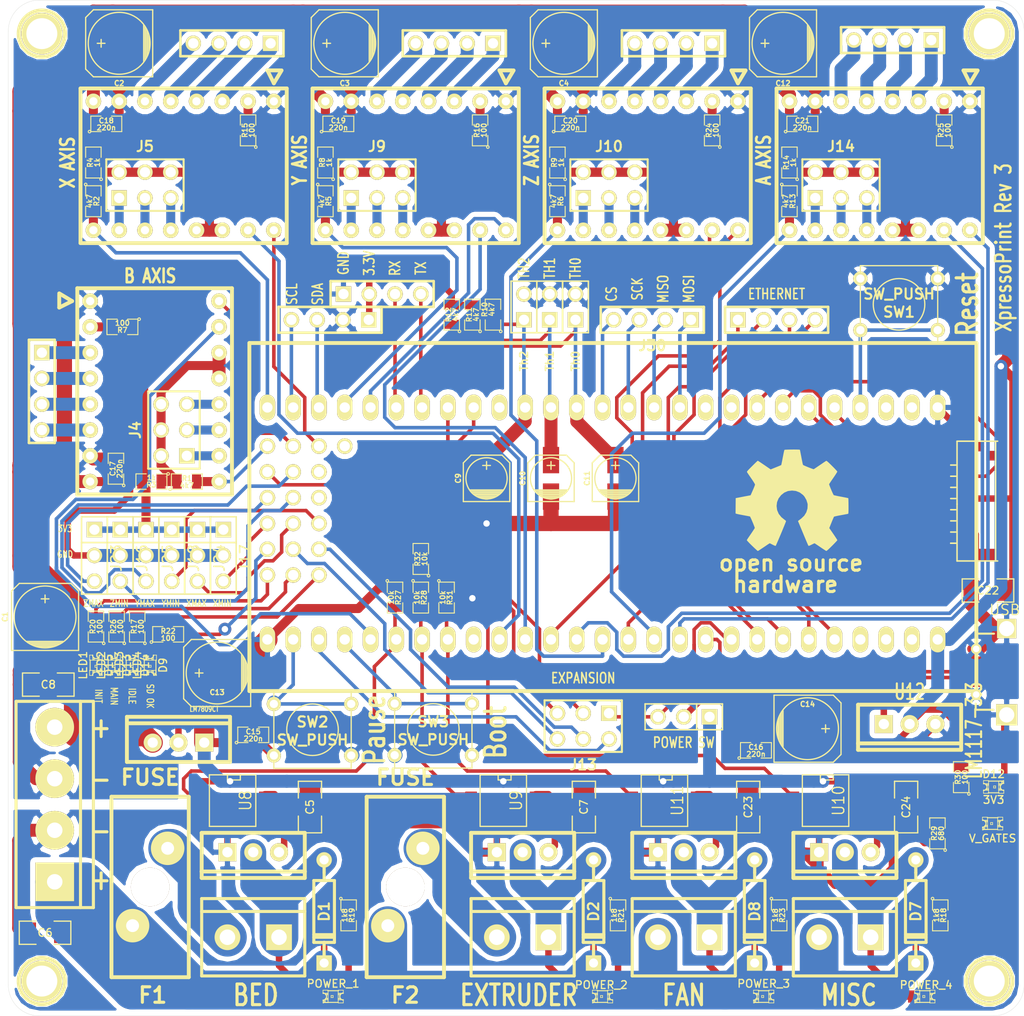
<source format=kicad_pcb>
(kicad_pcb (version 20170922) (host pcbnew "(2017-10-12 revision e0b9a2141)-master")
  (title_block (title XpressoSmoothie))
  (layers (0 F.Cu signal) (31 B.Cu signal) (34 B.Paste user hide) (35 F.Paste user hide) (36 B.SilkS user hide) (37 F.SilkS user) (38 B.Mask user hide) (39 F.Mask user) (44 Edge.Cuts user))
  (title_block (title XpressoSmoothie))
  (layers (0 F.Cu signal) (31 B.Cu signal) (34 B.Paste user hide) (35 F.Paste user hide) (36 B.SilkS user hide) (37 F.SilkS user) (38 B.Mask user hide) (39 F.Mask user) (44 Edge.Cuts user))
  (net 0 "")
  (net 1 *32_RD-)
  (net 2 *33_RD+)
  (net 3 *34_TD-)
  (net 4 *35_TD+)
  (net 5 *Bootloader)
  (net 6 *CS)
  (net 7 *CS0)
  (net 8 *LED1)
  (net 9 *LED2)
  (net 10 *LED3)
  (net 11 *LED4)
  (net 12 *MISO)
  (net 13 *MISO0)
  (net 14 *MOSI)
  (net 15 *MOSI0)
  (net 16 *PLAY/PAUSE)
  (net 17 *PLAY_LED)
  (net 18 *RESET)
  (net 19 *RX)
  (net 20 *SCK)
  (net 21 *SCK0)
  (net 22 *SCL0)
  (net 23 *SDA0)
  (net 24 *THERM0)
  (net 25 *THERM1)
  (net 26 *THERM2)
  (net 27 *TX)
  (net 28 *USB-D+)
  (net 29 *USB-D-)
  (net 30 *USB_SOFT_CONNECT)
  (net 31 +3.3VP)
  (net 32 +5V)
  (net 33 /THERM3)
  (net 34 A-DIR)
  (net 35 A-EN)
  (net 36 A-STEP)
  (net 37 B-DIR)
  (net 38 B-EN)
  (net 39 B-STEP)
  (net 40 BUZZ)
  (net 41 CLICK)
  (net 42 ENC_A)
  (net 43 ENC_B)
  (net 44 GND)
  (net 45 GNDPWR)
  (net 46 N-000001)
  (net 47 N-00000109)
  (net 48 N-00000110)
  (net 49 N-00000111)
  (net 50 N-00000112)
  (net 51 N-00000113)
  (net 52 N-00000114)
  (net 53 N-00000120)
  (net 54 N-00000124)
  (net 55 N-00000125)
  (net 56 N-00000126)
  (net 57 N-00000127)
  (net 58 N-00000128)
  (net 59 N-00000129)
  (net 60 N-00000130)
  (net 61 N-00000131)
  (net 62 N-00000132)
  (net 63 N-00000133)
  (net 64 N-00000134)
  (net 65 N-00000135)
  (net 66 N-00000136)
  (net 67 N-00000141)
  (net 68 N-00000142)
  (net 69 N-00000143)
  (net 70 N-00000144)
  (net 71 N-00000145)
  (net 72 N-00000146)
  (net 73 N-00000147)
  (net 74 N-00000148)
  (net 75 N-00000149)
  (net 76 N-0000015)
  (net 77 N-00000150)
  (net 78 N-00000151)
  (net 79 N-00000152)
  (net 80 N-00000153)
  (net 81 N-00000154)
  (net 82 N-0000017)
  (net 83 N-0000018)
  (net 84 N-0000019)
  (net 85 N-000002)
  (net 86 N-0000020)
  (net 87 N-0000021)
  (net 88 N-0000022)
  (net 89 N-0000023)
  (net 90 N-0000024)
  (net 91 N-0000025)
  (net 92 N-0000026)
  (net 93 N-0000027)
  (net 94 N-0000028)
  (net 95 N-0000029)
  (net 96 N-000003)
  (net 97 N-0000030)
  (net 98 N-0000031)
  (net 99 N-0000033)
  (net 100 N-0000034)
  (net 101 N-0000035)
  (net 102 N-0000036)
  (net 103 N-0000037)
  (net 104 N-0000038)
  (net 105 N-0000039)
  (net 106 N-000004)
  (net 107 N-0000040)
  (net 108 N-0000042)
  (net 109 N-0000043)
  (net 110 N-0000044)
  (net 111 N-0000045)
  (net 112 N-0000046)
  (net 113 N-0000047)
  (net 114 N-0000048)
  (net 115 N-000005)
  (net 116 N-0000050)
  (net 117 N-0000052)
  (net 118 N-0000054)
  (net 119 N-0000059)
  (net 120 N-000006)
  (net 121 N-0000065)
  (net 122 N-0000067)
  (net 123 N-000007)
  (net 124 N-0000072)
  (net 125 N-0000077)
  (net 126 N-0000078)
  (net 127 N-0000079)
  (net 128 N-0000085)
  (net 129 N-0000090)
  (net 130 PANEL_KILL)
  (net 131 POWER1)
  (net 132 POWER2)
  (net 133 POWER3)
  (net 134 POWER4)
  (net 135 PS-ON)
  (net 136 SD_card_detect)
  (net 137 Vgates)
  (net 138 Vin_Hi_curr)
  (net 139 Vin_rmot)
  (net 140 X-DIR)
  (net 141 X-EN)
  (net 142 X-STEP)
  (net 143 XMAX)
  (net 144 XMIN)
  (net 145 Y-DIR)
  (net 146 Y-EN)
  (net 147 Y-STEP)
  (net 148 YMAX)
  (net 149 YMIN)
  (net 150 Z-DIR)
  (net 151 Z-EN)
  (net 152 Z-STEP)
  (net 153 ZMAX)
  (net 154 ZMIN)
  (module LPCXPRESS0_1769 (layer F.Cu) (at 167.005 87.63 180)
    (fp_text reference J6 hide)
    (fp_text value LPCXPRESSO_1769_HEADER hide)
    (pad 119 thru_hole circle (at 62.23 -10.16) (size 1.524 1.524) (drill 1.016) (layers *.Cu *.Mask F.SilkS) (net 30 *USB_SOFT_CONNECT))
    (pad 115 thru_hole circle (at 64.77 -12.7) (size 1.524 1.524) (drill 1.016) (layers *.Cu *.Mask F.SilkS) (net 17 *PLAY_LED))
    (pad 109 thru_hole circle (at 64.77 -17.78) (size 1.524 1.524) (drill 1.016) (layers *.Cu *.Mask F.SilkS) (net 149 YMIN))
    (pad 112 thru_hole circle (at 64.77 -15.24) (size 1.524 1.524) (drill 1.016) (layers *.Cu *.Mask F.SilkS) (net 129 N-0000090))
    (pad 106 thru_hole circle (at 64.77 -20.32) (size 1.524 1.524) (drill 1.016) (layers *.Cu *.Mask F.SilkS) (net 43 ENC_B))
    (pad 118 thru_hole circle (at 64.77 -10.16) (size 1.524 1.524) (drill 1.016) (layers *.Cu *.Mask F.SilkS) (net 140 X-DIR))
    (pad 103 thru_hole circle (at 64.77 -22.86) (size 1.524 1.524) (drill 1.016) (layers *.Cu *.Mask F.SilkS) (net 10 *LED3))
    (pad 102 thru_hole circle (at 67.31 -22.86) (size 1.524 1.524) (drill 1.016) (layers *.Cu *.Mask F.SilkS) (net 9 *LED2))
    (pad 117 thru_hole circle (at 67.31 -10.16) (size 1.524 1.524) (drill 1.016) (layers *.Cu *.Mask F.SilkS) (net 37 B-DIR))
    (pad 105 thru_hole circle (at 67.31 -20.32) (size 1.524 1.524) (drill 1.016) (layers *.Cu *.Mask F.SilkS) (net 42 ENC_A))
    (pad 111 thru_hole circle (at 67.31 -15.24) (size 1.524 1.524) (drill 1.016) (layers *.Cu *.Mask F.SilkS) (net 154 ZMIN))
    (pad 108 thru_hole circle (at 67.31 -17.78) (size 1.524 1.524) (drill 1.016) (layers *.Cu *.Mask F.SilkS) (net 143 XMAX))
    (pad 114 thru_hole circle (at 67.31 -12.7) (size 1.524 1.524) (drill 1.016) (layers *.Cu *.Mask F.SilkS) (net 148 YMAX))
    (pad 113 thru_hole circle (at 69.85 -12.7) (size 1.524 1.524) (drill 1.016) (layers *.Cu *.Mask F.SilkS) (net 134 POWER4))
    (pad 107 thru_hole circle (at 69.85 -17.78) (size 1.524 1.524) (drill 1.016) (layers *.Cu *.Mask F.SilkS) (net 144 XMIN))
    (pad 110 thru_hole circle (at 69.85 -15.24) (size 1.524 1.524) (drill 1.016) (layers *.Cu *.Mask F.SilkS) (net 153 ZMAX))
    (pad 104 thru_hole circle (at 69.85 -20.32) (size 1.524 1.524) (drill 1.016) (layers *.Cu *.Mask F.SilkS) (net 11 *LED4))
    (pad 116 thru_hole circle (at 69.85 -10.16) (size 1.524 1.524) (drill 1.016) (layers *.Cu *.Mask F.SilkS) (net 38 B-EN))
    (pad 101 thru_hole circle (at 69.85 -22.86) (size 1.524 1.524) (drill 1.016) (layers *.Cu *.Mask F.SilkS) (net 8 *LED1))
    (pad 30 thru_hole oval (at 8.89 -29.21 270) (size 2.54 1.524) (drill 1.016) (layers *.Cu *.Mask F.SilkS) (net 71 N-00000145))
    (pad 28 thru_hole oval (at 3.81 -29.21 270) (size 2.54 1.524) (drill 1.016) (layers *.Cu *.Mask F.SilkS) (net 31 +3.3VP))
    (pad 29 thru_hole oval (at 6.35 -29.21 270) (size 2.54 1.524) (drill 1.016) (layers *.Cu *.Mask F.SilkS) (net 72 N-00000146))
    (pad 31 thru_hole oval (at 11.43 -29.21 270) (size 2.54 1.524) (drill 1.016) (layers *.Cu *.Mask F.SilkS) (net 70 N-00000144))
    (pad 32 thru_hole oval (at 13.97 -29.21 270) (size 2.54 1.524) (drill 1.016) (layers *.Cu *.Mask F.SilkS) (net 1 *32_RD-))
    (pad 33 thru_hole oval (at 16.51 -29.21 270) (size 2.54 1.524) (drill 1.016) (layers *.Cu *.Mask F.SilkS) (net 2 *33_RD+))
    (pad 36 thru_hole oval (at 24.13 -29.21 270) (size 2.54 1.524) (drill 1.016) (layers *.Cu *.Mask F.SilkS) (net 29 *USB-D-))
    (pad 35 thru_hole oval (at 21.59 -29.21 270) (size 2.54 1.524) (drill 1.016) (layers *.Cu *.Mask F.SilkS) (net 4 *35_TD+))
    (pad 34 thru_hole oval (at 19.05 -29.21 270) (size 2.54 1.524) (drill 1.016) (layers *.Cu *.Mask F.SilkS) (net 3 *34_TD-))
    (pad 37 thru_hole oval (at 26.67 -29.21 270) (size 2.54 1.524) (drill 1.016) (layers *.Cu *.Mask F.SilkS) (net 28 *USB-D+))
    (pad 38 thru_hole oval (at 29.21 -29.21 270) (size 2.54 1.524) (drill 1.016) (layers *.Cu *.Mask F.SilkS) (net 34 A-DIR))
    (pad 39 thru_hole oval (at 31.75 -29.21 270) (size 2.54 1.524) (drill 1.016) (layers *.Cu *.Mask F.SilkS) (net 35 A-EN))
    (pad 45 thru_hole oval (at 46.99 -29.21 270) (size 2.54 1.524) (drill 1.016) (layers *.Cu *.Mask F.SilkS) (net 142 X-STEP))
    (pad 44 thru_hole oval (at 44.45 -29.21 270) (size 2.54 1.524) (drill 1.016) (layers *.Cu *.Mask F.SilkS) (net 147 Y-STEP))
    (pad 43 thru_hole oval (at 41.91 -29.21 270) (size 2.54 1.524) (drill 1.016) (layers *.Cu *.Mask F.SilkS) (net 152 Z-STEP))
    (pad 40 thru_hole oval (at 34.29 -29.21 270) (size 2.54 1.524) (drill 1.016) (layers *.Cu *.Mask F.SilkS) (net 150 Z-DIR))
    (pad 41 thru_hole oval (at 36.83 -29.21 270) (size 2.54 1.524) (drill 1.016) (layers *.Cu *.Mask F.SilkS) (net 151 Z-EN))
    (pad 42 thru_hole oval (at 39.37 -29.21 270) (size 2.54 1.524) (drill 1.016) (layers *.Cu *.Mask F.SilkS) (net 36 A-STEP))
    (pad 46 thru_hole oval (at 49.53 -29.21 270) (size 2.54 1.524) (drill 1.016) (layers *.Cu *.Mask F.SilkS) (net 135 PS-ON))
    (pad 47 thru_hole oval (at 52.07 -29.21 270) (size 2.54 1.524) (drill 1.016) (layers *.Cu *.Mask F.SilkS) (net 133 POWER3))
    (pad 48 thru_hole oval (at 54.61 -29.21 270) (size 2.54 1.524) (drill 1.016) (layers *.Cu *.Mask F.SilkS) (net 132 POWER2))
    (pad 49 thru_hole oval (at 57.15 -29.21 270) (size 2.54 1.524) (drill 1.016) (layers *.Cu *.Mask F.SilkS) (net 131 POWER1))
    (pad 54 thru_hole oval (at 69.85 -29.21 270) (size 2.54 1.524) (drill 1.016) (layers *.Cu *.Mask F.SilkS) (net 44 GND))
    (pad 53 thru_hole oval (at 67.31 -29.21 270) (size 2.54 1.524) (drill 1.016) (layers *.Cu *.Mask F.SilkS) (net 16 *PLAY/PAUSE))
    (pad 52 thru_hole oval (at 64.77 -29.21 270) (size 2.54 1.524) (drill 1.016) (layers *.Cu *.Mask F.SilkS) (net 130 PANEL_KILL))
    (pad 51 thru_hole oval (at 62.23 -29.21 270) (size 2.54 1.524) (drill 1.016) (layers *.Cu *.Mask F.SilkS) (net 5 *Bootloader))
    (pad 50 thru_hole oval (at 59.69 -29.21 270) (size 2.54 1.524) (drill 1.016) (layers *.Cu *.Mask F.SilkS) (net 39 B-STEP))
    (pad 23 thru_hole oval (at 59.69 -6.35 270) (size 2.54 1.524) (drill 1.016) (layers *.Cu *.Mask F.SilkS) (net 145 Y-DIR))
    (pad 24 thru_hole oval (at 62.23 -6.35 270) (size 2.54 1.524) (drill 1.016) (layers *.Cu *.Mask F.SilkS) (net 146 Y-EN))
    (pad 25 thru_hole oval (at 64.77 -6.35 270) (size 2.54 1.524) (drill 1.016) (layers *.Cu *.Mask F.SilkS) (net 23 *SDA0))
    (pad 26 thru_hole oval (at 67.31 -6.35 270) (size 2.54 1.524) (drill 1.016) (layers *.Cu *.Mask F.SilkS) (net 22 *SCL0))
    (pad 27 thru_hole oval (at 69.85 -6.35 270) (size 2.54 1.524) (drill 1.016) (layers *.Cu *.Mask F.SilkS) (net 141 X-EN))
    (pad 22 thru_hole oval (at 57.15 -6.35 270) (size 2.54 1.524) (drill 1.016) (layers *.Cu *.Mask F.SilkS) (net 27 *TX))
    (pad 21 thru_hole oval (at 54.61 -6.35 270) (size 2.54 1.524) (drill 1.016) (layers *.Cu *.Mask F.SilkS) (net 19 *RX))
    (pad 20 thru_hole oval (at 52.07 -6.35 270) (size 2.54 1.524) (drill 1.016) (layers *.Cu *.Mask F.SilkS) (net 40 BUZZ))
    (pad 19 thru_hole oval (at 49.53 -6.35 270) (size 2.54 1.524) (drill 1.016) (layers *.Cu *.Mask F.SilkS) (net 41 CLICK))
    (pad 15 thru_hole oval (at 39.37 -6.35 270) (size 2.54 1.524) (drill 1.016) (layers *.Cu *.Mask F.SilkS) (net 24 *THERM0))
    (pad 14 thru_hole oval (at 36.83 -6.35 270) (size 2.54 1.524) (drill 1.016) (layers *.Cu *.Mask F.SilkS) (net 7 *CS0))
    (pad 13 thru_hole oval (at 34.29 -6.35 270) (size 2.54 1.524) (drill 1.016) (layers *.Cu *.Mask F.SilkS) (net 21 *SCK0))
    (pad 16 thru_hole oval (at 41.91 -6.35 270) (size 2.54 1.524) (drill 1.016) (layers *.Cu *.Mask F.SilkS) (net 25 *THERM1))
    (pad 17 thru_hole oval (at 44.45 -6.35 270) (size 2.54 1.524) (drill 1.016) (layers *.Cu *.Mask F.SilkS) (net 26 *THERM2))
    (pad 18 thru_hole oval (at 46.99 -6.35 270) (size 2.54 1.524) (drill 1.016) (layers *.Cu *.Mask F.SilkS) (net 33 /THERM3))
    (pad 12 thru_hole oval (at 31.75 -6.35 270) (size 2.54 1.524) (drill 1.016) (layers *.Cu *.Mask F.SilkS) (net 13 *MISO0))
    (pad 11 thru_hole oval (at 29.21 -6.35 270) (size 2.54 1.524) (drill 1.016) (layers *.Cu *.Mask F.SilkS) (net 15 *MOSI0))
    (pad 10 thru_hole oval (at 26.67 -6.35 270) (size 2.54 1.524) (drill 1.016) (layers *.Cu *.Mask F.SilkS) (net 121 N-0000065))
    (pad 7 thru_hole oval (at 19.05 -6.35 270) (size 2.54 1.524) (drill 1.016) (layers *.Cu *.Mask F.SilkS) (net 20 *SCK))
    (pad 8 thru_hole oval (at 21.59 -6.35 270) (size 2.54 1.524) (drill 1.016) (layers *.Cu *.Mask F.SilkS) (net 6 *CS))
    (pad 9 thru_hole oval (at 24.13 -6.35 270) (size 2.54 1.524) (drill 1.016) (layers *.Cu *.Mask F.SilkS) (net 119 N-0000059))
    (pad 6 thru_hole oval (at 16.51 -6.35 270) (size 2.54 1.524) (drill 1.016) (layers *.Cu *.Mask F.SilkS) (net 12 *MISO))
    (pad 5 thru_hole oval (at 13.97 -6.35 270) (size 2.54 1.524) (drill 1.016) (layers *.Cu *.Mask F.SilkS) (net 14 *MOSI))
    (pad 4 thru_hole oval (at 11.43 -6.35 270) (size 2.54 1.524) (drill 1.016) (layers *.Cu *.Mask F.SilkS) (net 18 *RESET))
    (pad 2 thru_hole oval (at 6.35 -6.35 270) (size 2.54 1.524) (drill 1.016) (layers *.Cu *.Mask F.SilkS) (net 122 N-0000067))
    (pad 1 thru_hole oval (at 3.81 -6.35 270) (size 2.54 1.524) (drill 1.016) (layers *.Cu *.Mask F.SilkS) (net 44 GND))
    (pad 3 thru_hole oval (at 8.89 -6.35 270) (size 2.54 1.524) (drill 1.016) (layers *.Cu *.Mask F.SilkS) (net 67 N-00000141))
  )
  (module TO220_VERT_C (layer F.Cu) (at 95.758 137.795 270)
    (fp_text reference Q1 hide)
    (fp_text value "IRLB 8743" hide)
    (pad G thru_hole circle (at 0 -2.54 270) (size 1.778 1.778) (drill 1.016) (layers *.Cu *.Mask F.SilkS) (net 97 N-0000030))
    (pad D thru_hole circle (at 0 0 270) (size 1.778 1.778) (drill 1.016) (layers *.Cu *.Mask F.SilkS) (net 95 N-0000029))
    (pad S thru_hole rect (at 0 2.54 270) (size 1.778 1.778) (drill 1.016) (layers *.Cu *.Mask F.SilkS) (net 45 GNDPWR))
  )
  (module TO220_VERT_C (layer F.Cu) (at 122.301 137.795 270)
    (fp_text reference Q2 hide)
    (fp_text value "IRLB 8743" hide)
    (pad S thru_hole rect (at 0 2.54 270) (size 1.778 1.778) (drill 1.016) (layers *.Cu *.Mask F.SilkS) (net 45 GNDPWR))
    (pad D thru_hole circle (at 0 0 270) (size 1.778 1.778) (drill 1.016) (layers *.Cu *.Mask F.SilkS) (net 91 N-0000025))
    (pad G thru_hole circle (at 0 -2.54 270) (size 1.778 1.778) (drill 1.016) (layers *.Cu *.Mask F.SilkS) (net 92 N-0000026))
  )
  (module TO220_VERT_C (layer F.Cu) (at 138.176 137.795 270)
    (fp_text reference Q3 hide)
    (fp_text value "IRLB 8743" hide)
    (pad S thru_hole rect (at 0 2.54 270) (size 1.778 1.778) (drill 1.016) (layers *.Cu *.Mask F.SilkS) (net 45 GNDPWR))
    (pad D thru_hole circle (at 0 0 270) (size 1.778 1.778) (drill 1.016) (layers *.Cu *.Mask F.SilkS) (net 50 N-00000112))
    (pad G thru_hole circle (at 0 -2.54 270) (size 1.778 1.778) (drill 1.016) (layers *.Cu *.Mask F.SilkS) (net 51 N-00000113))
  )
  (module TO220_VERT_C (layer F.Cu) (at 154.051 137.795 270)
    (fp_text reference Q4 hide)
    (fp_text value "IRLB 8743" hide)
    (pad S thru_hole rect (at 0 2.54 270) (size 1.778 1.778) (drill 1.016) (layers *.Cu *.Mask F.SilkS) (net 45 GNDPWR))
    (pad D thru_hole circle (at 0 0 270) (size 1.778 1.778) (drill 1.016) (layers *.Cu *.Mask F.SilkS) (net 47 N-00000109))
    (pad G thru_hole circle (at 0 -2.54 270) (size 1.778 1.778) (drill 1.016) (layers *.Cu *.Mask F.SilkS) (net 48 N-00000110))
  )
  (module SW_PUSH_SMALL (layer F.Cu) (at 159.385 83.82 180)
    (fp_text reference SW1 (at 0 -0.762 180) (layer F.SilkS) (effects (font (size 1.016 1.016) (thickness 0.2032))))
    (fp_text value SW_PUSH (at 0 1.016 180) (layer F.SilkS) (effects (font (size 1.016 1.016) (thickness 0.2032))))
    (pad 1 thru_hole circle (at 3.81 -2.54 180) (size 1.397 1.397) (drill 0.8128) (layers *.Cu *.Mask F.SilkS) (net 18 *RESET))
    (pad 2 thru_hole circle (at 3.81 2.54 180) (size 1.397 1.397) (drill 0.8128) (layers *.Cu *.Mask F.SilkS) (net 44 GND))
    (pad 1 thru_hole circle (at -3.81 -2.54 180) (size 1.397 1.397) (drill 0.8128) (layers *.Cu *.Mask F.SilkS) (net 18 *RESET))
    (pad 2 thru_hole circle (at -3.81 2.54 180) (size 1.397 1.397) (drill 0.8128) (layers *.Cu *.Mask F.SilkS) (net 44 GND))
  )
  (module SW_PUSH_SMALL (layer F.Cu) (at 101.6 125.73)
    (fp_text reference SW2 (at 0 -0.762) (layer F.SilkS) (effects (font (size 1.016 1.016) (thickness 0.2032))))
    (fp_text value SW_PUSH (at 0 1.016) (layer F.SilkS) (effects (font (size 1.016 1.016) (thickness 0.2032))))
    (pad 1 thru_hole circle (at 3.81 -2.54) (size 1.397 1.397) (drill 0.8128) (layers *.Cu *.Mask F.SilkS) (net 16 *PLAY/PAUSE))
    (pad 2 thru_hole circle (at 3.81 2.54) (size 1.397 1.397) (drill 0.8128) (layers *.Cu *.Mask F.SilkS) (net 44 GND))
    (pad 1 thru_hole circle (at -3.81 -2.54) (size 1.397 1.397) (drill 0.8128) (layers *.Cu *.Mask F.SilkS) (net 16 *PLAY/PAUSE))
    (pad 2 thru_hole circle (at -3.81 2.54) (size 1.397 1.397) (drill 0.8128) (layers *.Cu *.Mask F.SilkS) (net 44 GND))
  )
  (module SM0805 (layer F.Cu) (at 148.59 73.66 270)
    (fp_text reference R13 (at 0 -0.3175 270) (layer F.SilkS) (effects (font (size 0.50038 0.50038) (thickness 0.10922))))
    (fp_text value 4k7 (at 0 0.381 270) (layer F.SilkS) (effects (font (size 0.50038 0.50038) (thickness 0.10922))))
    (pad 1 smd rect (at -0.9525 0 270) (size 0.889 1.397) (layers F.Cu F.Paste F.Mask) (net 76 N-0000015))
    (pad 2 smd rect (at 0.9525 0 270) (size 0.889 1.397) (layers F.Cu F.Paste F.Mask) (net 35 A-EN))
  )
  (module SM0805 (layer F.Cu) (at 119.38 84.836 90)
    (fp_text reference R10 (at 0.508 -0.8255 90) (layer F.SilkS) (effects (font (size 0.50038 0.50038) (thickness 0.10922))))
    (fp_text value 4k7 (at 0.508 -0.127 90) (layer F.SilkS) (effects (font (size 0.50038 0.50038) (thickness 0.10922))))
    (pad 1 smd rect (at -0.9525 0 90) (size 0.889 1.397) (layers F.Cu F.Paste F.Mask) (net 26 *THERM2))
    (pad 2 smd rect (at 0.9525 0 90) (size 0.889 1.397) (layers F.Cu F.Paste F.Mask) (net 31 +3.3VP))
  )
  (module SM0805 (layer F.Cu) (at 117.348 84.836 90)
    (fp_text reference R11 (at 0 -0.3175 90) (layer F.SilkS) (effects (font (size 0.50038 0.50038) (thickness 0.10922))))
    (fp_text value 4k7 (at 0 0.381 90) (layer F.SilkS) (effects (font (size 0.50038 0.50038) (thickness 0.10922))))
    (pad 1 smd rect (at -0.9525 0 90) (size 0.889 1.397) (layers F.Cu F.Paste F.Mask) (net 25 *THERM1))
    (pad 2 smd rect (at 0.9525 0 90) (size 0.889 1.397) (layers F.Cu F.Paste F.Mask) (net 31 +3.3VP))
  )
  (module SM0805 (layer F.Cu) (at 89.2175 101.2825)
    (fp_text reference R1 (at 0 -0.3175) (layer F.SilkS) (effects (font (size 0.50038 0.50038) (thickness 0.10922))))
    (fp_text value 4k7 (at 0 0.381) (layer F.SilkS) (effects (font (size 0.50038 0.50038) (thickness 0.10922))))
    (pad 1 smd rect (at -0.9525 0) (size 0.889 1.397) (layers F.Cu F.Paste F.Mask) (net 61 N-00000131))
    (pad 2 smd rect (at 0.9525 0) (size 0.889 1.397) (layers F.Cu F.Paste F.Mask) (net 38 B-EN))
  )
  (module SM0805 (layer F.Cu) (at 115.316 84.836 90)
    (fp_text reference R12 (at 0 -0.3175 90) (layer F.SilkS) (effects (font (size 0.50038 0.50038) (thickness 0.10922))))
    (fp_text value 4k7 (at 0 0.381 90) (layer F.SilkS) (effects (font (size 0.50038 0.50038) (thickness 0.10922))))
    (pad 1 smd rect (at -0.9525 0 90) (size 0.889 1.397) (layers F.Cu F.Paste F.Mask) (net 24 *THERM0))
    (pad 2 smd rect (at 0.9525 0 90) (size 0.889 1.397) (layers F.Cu F.Paste F.Mask) (net 31 +3.3VP))
  )
  (module SM0805 (layer F.Cu) (at 149.86 66.04)
    (fp_text reference C21 (at 0 -0.3175) (layer F.SilkS) (effects (font (size 0.50038 0.50038) (thickness 0.10922))))
    (fp_text value 220n (at 0 0.381) (layer F.SilkS) (effects (font (size 0.50038 0.50038) (thickness 0.10922))))
    (pad 1 smd rect (at -0.9525 0) (size 0.889 1.397) (layers F.Cu F.Paste F.Mask) (net 139 Vin_rmot))
    (pad 2 smd rect (at 0.9525 0) (size 0.889 1.397) (layers F.Cu F.Paste F.Mask) (net 44 GND))
  )
  (module SM0805 (layer F.Cu) (at 147.574 144.018 270)
    (fp_text reference R23 (at 0 -0.3175 270) (layer F.SilkS) (effects (font (size 0.50038 0.50038) (thickness 0.10922))))
    (fp_text value 1k8 (at 0 0.381 270) (layer F.SilkS) (effects (font (size 0.50038 0.50038) (thickness 0.10922))))
    (pad 2 smd rect (at 0.9525 0 270) (size 0.889 1.397) (layers F.Cu F.Paste F.Mask) (net 52 N-00000114))
    (pad 1 smd rect (at -0.9525 0 270) (size 0.889 1.397) (layers F.Cu F.Paste F.Mask) (net 138 Vin_Hi_curr))
  )
  (module SM0805 (layer F.Cu) (at 85.725 101.2825 180)
    (fp_text reference R3 (at 0 -0.3175 180) (layer F.SilkS) (effects (font (size 0.50038 0.50038) (thickness 0.10922))))
    (fp_text value 1k (at 0 0.381 180) (layer F.SilkS) (effects (font (size 0.50038 0.50038) (thickness 0.10922))))
    (pad 1 smd rect (at -0.9525 0 180) (size 0.889 1.397) (layers F.Cu F.Paste F.Mask) (net 61 N-00000131))
    (pad 2 smd rect (at 0.9525 0 180) (size 0.889 1.397) (layers F.Cu F.Paste F.Mask) (net 31 +3.3VP))
  )
  (module SM0805 (layer F.Cu) (at 127 66.04)
    (fp_text reference C20 (at 0 -0.3175) (layer F.SilkS) (effects (font (size 0.50038 0.50038) (thickness 0.10922))))
    (fp_text value 220n (at 0 0.381) (layer F.SilkS) (effects (font (size 0.50038 0.50038) (thickness 0.10922))))
    (pad 1 smd rect (at -0.9525 0) (size 0.889 1.397) (layers F.Cu F.Paste F.Mask) (net 139 Vin_rmot))
    (pad 2 smd rect (at 0.9525 0) (size 0.889 1.397) (layers F.Cu F.Paste F.Mask) (net 44 GND))
  )
  (module SM0805 (layer F.Cu) (at 131.699 144.018 270)
    (fp_text reference R21 (at 0 -0.3175 270) (layer F.SilkS) (effects (font (size 0.50038 0.50038) (thickness 0.10922))))
    (fp_text value 1k8 (at 0 0.381 270) (layer F.SilkS) (effects (font (size 0.50038 0.50038) (thickness 0.10922))))
    (pad 2 smd rect (at 0.9525 0 270) (size 0.889 1.397) (layers F.Cu F.Paste F.Mask) (net 93 N-0000027))
    (pad 1 smd rect (at -0.9525 0 270) (size 0.889 1.397) (layers F.Cu F.Paste F.Mask) (net 138 Vin_Hi_curr))
  )
  (module SM0805 (layer F.Cu) (at 105.156 144.018 270)
    (fp_text reference R19 (at 0 -0.3175 270) (layer F.SilkS) (effects (font (size 0.50038 0.50038) (thickness 0.10922))))
    (fp_text value 1k8 (at 0 0.381 270) (layer F.SilkS) (effects (font (size 0.50038 0.50038) (thickness 0.10922))))
    (pad 1 smd rect (at -0.9525 0 270) (size 0.889 1.397) (layers F.Cu F.Paste F.Mask) (net 138 Vin_Hi_curr))
    (pad 2 smd rect (at 0.9525 0 270) (size 0.889 1.397) (layers F.Cu F.Paste F.Mask) (net 98 N-0000031))
  )
  (module SM0805 (layer F.Cu) (at 125.73 73.66 270)
    (fp_text reference R6 (at 0 -0.3175 270) (layer F.SilkS) (effects (font (size 0.50038 0.50038) (thickness 0.10922))))
    (fp_text value 4k7 (at 0 0.381 270) (layer F.SilkS) (effects (font (size 0.50038 0.50038) (thickness 0.10922))))
    (pad 1 smd rect (at -0.9525 0 270) (size 0.889 1.397) (layers F.Cu F.Paste F.Mask) (net 82 N-0000017))
    (pad 2 smd rect (at 0.9525 0 270) (size 0.889 1.397) (layers F.Cu F.Paste F.Mask) (net 151 Z-EN))
  )
  (module SM0805 (layer F.Cu) (at 125.73 69.85 90)
    (fp_text reference R9 (at 0 -0.3175 90) (layer F.SilkS) (effects (font (size 0.50038 0.50038) (thickness 0.10922))))
    (fp_text value 1k (at 0 0.381 90) (layer F.SilkS) (effects (font (size 0.50038 0.50038) (thickness 0.10922))))
    (pad 1 smd rect (at -0.9525 0 90) (size 0.889 1.397) (layers F.Cu F.Paste F.Mask) (net 82 N-0000017))
    (pad 2 smd rect (at 0.9525 0 90) (size 0.889 1.397) (layers F.Cu F.Paste F.Mask) (net 31 +3.3VP))
  )
  (module SM0805 (layer F.Cu) (at 81.28 66.04)
    (fp_text reference C18 (at 0 -0.3175) (layer F.SilkS) (effects (font (size 0.50038 0.50038) (thickness 0.10922))))
    (fp_text value 220n (at 0 0.381) (layer F.SilkS) (effects (font (size 0.50038 0.50038) (thickness 0.10922))))
    (pad 1 smd rect (at -0.9525 0) (size 0.889 1.397) (layers F.Cu F.Paste F.Mask) (net 139 Vin_rmot))
    (pad 2 smd rect (at 0.9525 0) (size 0.889 1.397) (layers F.Cu F.Paste F.Mask) (net 44 GND))
  )
  (module SM0805 (layer F.Cu) (at 148.59 69.85 90)
    (fp_text reference R14 (at 0 -0.3175 90) (layer F.SilkS) (effects (font (size 0.50038 0.50038) (thickness 0.10922))))
    (fp_text value 1k (at 0 0.381 90) (layer F.SilkS) (effects (font (size 0.50038 0.50038) (thickness 0.10922))))
    (pad 1 smd rect (at -0.9525 0 90) (size 0.889 1.397) (layers F.Cu F.Paste F.Mask) (net 76 N-0000015))
    (pad 2 smd rect (at 0.9525 0 90) (size 0.889 1.397) (layers F.Cu F.Paste F.Mask) (net 31 +3.3VP))
  )
  (module SM0805 (layer F.Cu) (at 102.87 69.85 90)
    (fp_text reference R8 (at 0 -0.3175 90) (layer F.SilkS) (effects (font (size 0.50038 0.50038) (thickness 0.10922))))
    (fp_text value 1k (at 0 0.381 90) (layer F.SilkS) (effects (font (size 0.50038 0.50038) (thickness 0.10922))))
    (pad 1 smd rect (at -0.9525 0 90) (size 0.889 1.397) (layers F.Cu F.Paste F.Mask) (net 107 N-0000040))
    (pad 2 smd rect (at 0.9525 0 90) (size 0.889 1.397) (layers F.Cu F.Paste F.Mask) (net 31 +3.3VP))
  )
  (module SM0805 (layer F.Cu) (at 163.449 144.018 270)
    (fp_text reference R18 (at 0 -0.3175 270) (layer F.SilkS) (effects (font (size 0.50038 0.50038) (thickness 0.10922))))
    (fp_text value 1k8 (at 0 0.381 270) (layer F.SilkS) (effects (font (size 0.50038 0.50038) (thickness 0.10922))))
    (pad 2 smd rect (at 0.9525 0 270) (size 0.889 1.397) (layers F.Cu F.Paste F.Mask) (net 49 N-00000111))
    (pad 1 smd rect (at -0.9525 0 270) (size 0.889 1.397) (layers F.Cu F.Paste F.Mask) (net 138 Vin_Hi_curr))
  )
  (module SM0805 (layer F.Cu) (at 145.288 127.762)
    (fp_text reference C16 (at 0 -0.3175) (layer F.SilkS) (effects (font (size 0.50038 0.50038) (thickness 0.10922))))
    (fp_text value 220n (at 0 0.381) (layer F.SilkS) (effects (font (size 0.50038 0.50038) (thickness 0.10922))))
    (pad 1 smd rect (at -0.9525 0) (size 0.889 1.397) (layers F.Cu F.Paste F.Mask) (net 31 +3.3VP))
    (pad 2 smd rect (at 0.9525 0) (size 0.889 1.397) (layers F.Cu F.Paste F.Mask) (net 44 GND))
  )
  (module SM0805 (layer F.Cu) (at 95.758 126.238)
    (fp_text reference C15 (at 0 -0.3175) (layer F.SilkS) (effects (font (size 0.50038 0.50038) (thickness 0.10922))))
    (fp_text value 220n (at 0 0.381) (layer F.SilkS) (effects (font (size 0.50038 0.50038) (thickness 0.10922))))
    (pad 1 smd rect (at -0.9525 0) (size 0.889 1.397) (layers F.Cu F.Paste F.Mask) (net 137 Vgates))
    (pad 2 smd rect (at 0.9525 0) (size 0.889 1.397) (layers F.Cu F.Paste F.Mask) (net 44 GND))
  )
  (module SM0805 (layer F.Cu) (at 80.01 73.66 270)
    (fp_text reference R2 (at 0 -0.3175 270) (layer F.SilkS) (effects (font (size 0.50038 0.50038) (thickness 0.10922))))
    (fp_text value 4k7 (at 0 0.381 270) (layer F.SilkS) (effects (font (size 0.50038 0.50038) (thickness 0.10922))))
    (pad 1 smd rect (at -0.9525 0 270) (size 0.889 1.397) (layers F.Cu F.Paste F.Mask) (net 94 N-0000028))
    (pad 2 smd rect (at 0.9525 0 270) (size 0.889 1.397) (layers F.Cu F.Paste F.Mask) (net 141 X-EN))
  )
  (module SM0805 (layer F.Cu) (at 102.87 73.66 270)
    (fp_text reference R5 (at 0 -0.3175 270) (layer F.SilkS) (effects (font (size 0.50038 0.50038) (thickness 0.10922))))
    (fp_text value 4k7 (at 0 0.381 270) (layer F.SilkS) (effects (font (size 0.50038 0.50038) (thickness 0.10922))))
    (pad 1 smd rect (at -0.9525 0 270) (size 0.889 1.397) (layers F.Cu F.Paste F.Mask) (net 107 N-0000040))
    (pad 2 smd rect (at 0.9525 0 270) (size 0.889 1.397) (layers F.Cu F.Paste F.Mask) (net 146 Y-EN))
  )
  (module SM0805 (layer F.Cu) (at 82.2325 100.0125 90)
    (fp_text reference C17 (at 0 -0.3175 90) (layer F.SilkS) (effects (font (size 0.50038 0.50038) (thickness 0.10922))))
    (fp_text value 220n (at 0 0.381 90) (layer F.SilkS) (effects (font (size 0.50038 0.50038) (thickness 0.10922))))
    (pad 1 smd rect (at -0.9525 0 90) (size 0.889 1.397) (layers F.Cu F.Paste F.Mask) (net 139 Vin_rmot))
    (pad 2 smd rect (at 0.9525 0 90) (size 0.889 1.397) (layers F.Cu F.Paste F.Mask) (net 44 GND))
  )
  (module SM0805 (layer F.Cu) (at 104.14 66.04)
    (fp_text reference C19 (at 0 -0.3175) (layer F.SilkS) (effects (font (size 0.50038 0.50038) (thickness 0.10922))))
    (fp_text value 220n (at 0 0.381) (layer F.SilkS) (effects (font (size 0.50038 0.50038) (thickness 0.10922))))
    (pad 1 smd rect (at -0.9525 0) (size 0.889 1.397) (layers F.Cu F.Paste F.Mask) (net 139 Vin_rmot))
    (pad 2 smd rect (at 0.9525 0) (size 0.889 1.397) (layers F.Cu F.Paste F.Mask) (net 44 GND))
  )
  (module SM0805 (layer F.Cu) (at 80.01 69.85 90)
    (fp_text reference R4 (at 0 -0.3175 90) (layer F.SilkS) (effects (font (size 0.50038 0.50038) (thickness 0.10922))))
    (fp_text value 1k (at 0 0.381 90) (layer F.SilkS) (effects (font (size 0.50038 0.50038) (thickness 0.10922))))
    (pad 1 smd rect (at -0.9525 0 90) (size 0.889 1.397) (layers F.Cu F.Paste F.Mask) (net 94 N-0000028))
    (pad 2 smd rect (at 0.9525 0 90) (size 0.889 1.397) (layers F.Cu F.Paste F.Mask) (net 31 +3.3VP))
  )
  (module POLOLU (layer F.Cu) (at 88.9 63.8175 180)
    (fp_text reference U2 hide)
    (fp_text value POLOLU_A4988 hide)
    (pad 1 thru_hole circle (at -8.89 0 180) (size 1.524 1.524) (drill 0.8128) (layers *.Cu *.Mask F.SilkS) (net 44 GND))
    (pad 2 thru_hole circle (at -6.35 0 180) (size 1.524 1.524) (drill 0.8128) (layers *.Cu *.Mask F.SilkS) (net 62 N-00000132))
    (pad 3 thru_hole circle (at -3.81 0 180) (size 1.524 1.524) (drill 0.8128) (layers *.Cu *.Mask F.SilkS) (net 111 N-0000045))
    (pad 4 thru_hole circle (at -1.27 0 180) (size 1.524 1.524) (drill 0.8128) (layers *.Cu *.Mask F.SilkS) (net 112 N-0000046))
    (pad 5 thru_hole circle (at 1.27 0 180) (size 1.524 1.524) (drill 0.8128) (layers *.Cu *.Mask F.SilkS) (net 113 N-0000047))
    (pad 6 thru_hole circle (at 3.81 0 180) (size 1.524 1.524) (drill 0.8128) (layers *.Cu *.Mask F.SilkS) (net 110 N-0000044))
    (pad 7 thru_hole circle (at 6.35 0 180) (size 1.524 1.524) (drill 0.8128) (layers *.Cu *.Mask F.SilkS) (net 44 GND))
    (pad 8 thru_hole circle (at 8.89 0 180) (size 1.524 1.524) (drill 0.8128) (layers *.Cu *.Mask F.SilkS) (net 139 Vin_rmot))
    (pad 9 thru_hole circle (at 8.89 -12.7 180) (size 1.524 1.524) (drill 0.8128) (layers *.Cu *.Mask F.SilkS) (net 141 X-EN))
    (pad 10 thru_hole circle (at 6.35 -12.7 180) (size 1.524 1.524) (drill 0.8128) (layers *.Cu *.Mask F.SilkS) (net 109 N-0000043))
    (pad 11 thru_hole circle (at 3.81 -12.7 180) (size 1.524 1.524) (drill 0.8128) (layers *.Cu *.Mask F.SilkS) (net 114 N-0000048))
    (pad 12 thru_hole circle (at 1.27 -12.7 180) (size 1.524 1.524) (drill 0.8128) (layers *.Cu *.Mask F.SilkS) (net 108 N-0000042))
    (pad 13 thru_hole circle (at -1.27 -12.7 180) (size 1.524 1.524) (drill 0.8128) (layers *.Cu *.Mask F.SilkS) (net 94 N-0000028))
    (pad 14 thru_hole circle (at -3.81 -12.7 180) (size 1.524 1.524) (drill 0.8128) (layers *.Cu *.Mask F.SilkS) (net 94 N-0000028))
    (pad 15 thru_hole circle (at -6.35 -12.7 180) (size 1.524 1.524) (drill 0.8128) (layers *.Cu *.Mask F.SilkS) (net 142 X-STEP))
    (pad 16 thru_hole circle (at -8.89 -12.7 180) (size 1.524 1.524) (drill 0.8128) (layers *.Cu *.Mask F.SilkS) (net 140 X-DIR))
  )
  (module POLOLU (layer F.Cu) (at 134.62 63.8175 180)
    (fp_text reference U4 hide)
    (fp_text value POLOLU_A4988 hide)
    (pad 1 thru_hole circle (at -8.89 0 180) (size 1.524 1.524) (drill 0.8128) (layers *.Cu *.Mask F.SilkS) (net 44 GND))
    (pad 2 thru_hole circle (at -6.35 0 180) (size 1.524 1.524) (drill 0.8128) (layers *.Cu *.Mask F.SilkS) (net 64 N-00000134))
    (pad 3 thru_hole circle (at -3.81 0 180) (size 1.524 1.524) (drill 0.8128) (layers *.Cu *.Mask F.SilkS) (net 106 N-000004))
    (pad 4 thru_hole circle (at -1.27 0 180) (size 1.524 1.524) (drill 0.8128) (layers *.Cu *.Mask F.SilkS) (net 115 N-000005))
    (pad 5 thru_hole circle (at 1.27 0 180) (size 1.524 1.524) (drill 0.8128) (layers *.Cu *.Mask F.SilkS) (net 120 N-000006))
    (pad 6 thru_hole circle (at 3.81 0 180) (size 1.524 1.524) (drill 0.8128) (layers *.Cu *.Mask F.SilkS) (net 96 N-000003))
    (pad 7 thru_hole circle (at 6.35 0 180) (size 1.524 1.524) (drill 0.8128) (layers *.Cu *.Mask F.SilkS) (net 44 GND))
    (pad 8 thru_hole circle (at 8.89 0 180) (size 1.524 1.524) (drill 0.8128) (layers *.Cu *.Mask F.SilkS) (net 139 Vin_rmot))
    (pad 9 thru_hole circle (at 8.89 -12.7 180) (size 1.524 1.524) (drill 0.8128) (layers *.Cu *.Mask F.SilkS) (net 151 Z-EN))
    (pad 10 thru_hole circle (at 6.35 -12.7 180) (size 1.524 1.524) (drill 0.8128) (layers *.Cu *.Mask F.SilkS) (net 85 N-000002))
    (pad 11 thru_hole circle (at 3.81 -12.7 180) (size 1.524 1.524) (drill 0.8128) (layers *.Cu *.Mask F.SilkS) (net 123 N-000007))
    (pad 12 thru_hole circle (at 1.27 -12.7 180) (size 1.524 1.524) (drill 0.8128) (layers *.Cu *.Mask F.SilkS) (net 46 N-000001))
    (pad 13 thru_hole circle (at -1.27 -12.7 180) (size 1.524 1.524) (drill 0.8128) (layers *.Cu *.Mask F.SilkS) (net 82 N-0000017))
    (pad 14 thru_hole circle (at -3.81 -12.7 180) (size 1.524 1.524) (drill 0.8128) (layers *.Cu *.Mask F.SilkS) (net 82 N-0000017))
    (pad 15 thru_hole circle (at -6.35 -12.7 180) (size 1.524 1.524) (drill 0.8128) (layers *.Cu *.Mask F.SilkS) (net 152 Z-STEP))
    (pad 16 thru_hole circle (at -8.89 -12.7 180) (size 1.524 1.524) (drill 0.8128) (layers *.Cu *.Mask F.SilkS) (net 150 Z-DIR))
  )
  (module POLOLU (layer F.Cu) (at 157.48 63.8175 180)
    (fp_text reference U5 hide)
    (fp_text value POLOLU_A4988 hide)
    (pad 1 thru_hole circle (at -8.89 0 180) (size 1.524 1.524) (drill 0.8128) (layers *.Cu *.Mask F.SilkS) (net 44 GND))
    (pad 2 thru_hole circle (at -6.35 0 180) (size 1.524 1.524) (drill 0.8128) (layers *.Cu *.Mask F.SilkS) (net 65 N-00000135))
    (pad 3 thru_hole circle (at -3.81 0 180) (size 1.524 1.524) (drill 0.8128) (layers *.Cu *.Mask F.SilkS) (net 87 N-0000021))
    (pad 4 thru_hole circle (at -1.27 0 180) (size 1.524 1.524) (drill 0.8128) (layers *.Cu *.Mask F.SilkS) (net 88 N-0000022))
    (pad 5 thru_hole circle (at 1.27 0 180) (size 1.524 1.524) (drill 0.8128) (layers *.Cu *.Mask F.SilkS) (net 89 N-0000023))
    (pad 6 thru_hole circle (at 3.81 0 180) (size 1.524 1.524) (drill 0.8128) (layers *.Cu *.Mask F.SilkS) (net 86 N-0000020))
    (pad 7 thru_hole circle (at 6.35 0 180) (size 1.524 1.524) (drill 0.8128) (layers *.Cu *.Mask F.SilkS) (net 44 GND))
    (pad 8 thru_hole circle (at 8.89 0 180) (size 1.524 1.524) (drill 0.8128) (layers *.Cu *.Mask F.SilkS) (net 139 Vin_rmot))
    (pad 9 thru_hole circle (at 8.89 -12.7 180) (size 1.524 1.524) (drill 0.8128) (layers *.Cu *.Mask F.SilkS) (net 35 A-EN))
    (pad 10 thru_hole circle (at 6.35 -12.7 180) (size 1.524 1.524) (drill 0.8128) (layers *.Cu *.Mask F.SilkS) (net 84 N-0000019))
    (pad 11 thru_hole circle (at 3.81 -12.7 180) (size 1.524 1.524) (drill 0.8128) (layers *.Cu *.Mask F.SilkS) (net 90 N-0000024))
    (pad 12 thru_hole circle (at 1.27 -12.7 180) (size 1.524 1.524) (drill 0.8128) (layers *.Cu *.Mask F.SilkS) (net 83 N-0000018))
    (pad 13 thru_hole circle (at -1.27 -12.7 180) (size 1.524 1.524) (drill 0.8128) (layers *.Cu *.Mask F.SilkS) (net 76 N-0000015))
    (pad 14 thru_hole circle (at -3.81 -12.7 180) (size 1.524 1.524) (drill 0.8128) (layers *.Cu *.Mask F.SilkS) (net 76 N-0000015))
    (pad 15 thru_hole circle (at -6.35 -12.7 180) (size 1.524 1.524) (drill 0.8128) (layers *.Cu *.Mask F.SilkS) (net 36 A-STEP))
    (pad 16 thru_hole circle (at -8.89 -12.7 180) (size 1.524 1.524) (drill 0.8128) (layers *.Cu *.Mask F.SilkS) (net 34 A-DIR))
  )
  (module POLOLU (layer F.Cu) (at 79.6925 92.3925 270)
    (fp_text reference U1 hide)
    (fp_text value POLOLU_A4988 hide)
    (pad 1 thru_hole circle (at -8.89 0 270) (size 1.524 1.524) (drill 0.8128) (layers *.Cu *.Mask F.SilkS) (net 44 GND))
    (pad 2 thru_hole circle (at -6.35 0 270) (size 1.524 1.524) (drill 0.8128) (layers *.Cu *.Mask F.SilkS) (net 66 N-00000136))
    (pad 3 thru_hole circle (at -3.81 0 270) (size 1.524 1.524) (drill 0.8128) (layers *.Cu *.Mask F.SilkS) (net 57 N-00000127))
    (pad 4 thru_hole circle (at -1.27 0 270) (size 1.524 1.524) (drill 0.8128) (layers *.Cu *.Mask F.SilkS) (net 58 N-00000128))
    (pad 5 thru_hole circle (at 1.27 0 270) (size 1.524 1.524) (drill 0.8128) (layers *.Cu *.Mask F.SilkS) (net 59 N-00000129))
    (pad 6 thru_hole circle (at 3.81 0 270) (size 1.524 1.524) (drill 0.8128) (layers *.Cu *.Mask F.SilkS) (net 56 N-00000126))
    (pad 7 thru_hole circle (at 6.35 0 270) (size 1.524 1.524) (drill 0.8128) (layers *.Cu *.Mask F.SilkS) (net 44 GND))
    (pad 8 thru_hole circle (at 8.89 0 270) (size 1.524 1.524) (drill 0.8128) (layers *.Cu *.Mask F.SilkS) (net 139 Vin_rmot))
    (pad 9 thru_hole circle (at 8.89 -12.7 270) (size 1.524 1.524) (drill 0.8128) (layers *.Cu *.Mask F.SilkS) (net 38 B-EN))
    (pad 10 thru_hole circle (at 6.35 -12.7 270) (size 1.524 1.524) (drill 0.8128) (layers *.Cu *.Mask F.SilkS) (net 55 N-00000125))
    (pad 11 thru_hole circle (at 3.81 -12.7 270) (size 1.524 1.524) (drill 0.8128) (layers *.Cu *.Mask F.SilkS) (net 60 N-00000130))
    (pad 12 thru_hole circle (at 1.27 -12.7 270) (size 1.524 1.524) (drill 0.8128) (layers *.Cu *.Mask F.SilkS) (net 54 N-00000124))
    (pad 13 thru_hole circle (at -1.27 -12.7 270) (size 1.524 1.524) (drill 0.8128) (layers *.Cu *.Mask F.SilkS) (net 61 N-00000131))
    (pad 14 thru_hole circle (at -3.81 -12.7 270) (size 1.524 1.524) (drill 0.8128) (layers *.Cu *.Mask F.SilkS) (net 61 N-00000131))
    (pad 15 thru_hole circle (at -6.35 -12.7 270) (size 1.524 1.524) (drill 0.8128) (layers *.Cu *.Mask F.SilkS) (net 39 B-STEP))
    (pad 16 thru_hole circle (at -8.89 -12.7 270) (size 1.524 1.524) (drill 0.8128) (layers *.Cu *.Mask F.SilkS) (net 37 B-DIR))
  )
  (module POLOLU (layer F.Cu) (at 111.76 63.8175 180)
    (fp_text reference U3 hide)
    (fp_text value POLOLU_A4988 hide)
    (pad 1 thru_hole circle (at -8.89 0 180) (size 1.524 1.524) (drill 0.8128) (layers *.Cu *.Mask F.SilkS) (net 44 GND))
    (pad 2 thru_hole circle (at -6.35 0 180) (size 1.524 1.524) (drill 0.8128) (layers *.Cu *.Mask F.SilkS) (net 63 N-00000133))
    (pad 3 thru_hole circle (at -3.81 0 180) (size 1.524 1.524) (drill 0.8128) (layers *.Cu *.Mask F.SilkS) (net 102 N-0000036))
    (pad 4 thru_hole circle (at -1.27 0 180) (size 1.524 1.524) (drill 0.8128) (layers *.Cu *.Mask F.SilkS) (net 103 N-0000037))
    (pad 5 thru_hole circle (at 1.27 0 180) (size 1.524 1.524) (drill 0.8128) (layers *.Cu *.Mask F.SilkS) (net 104 N-0000038))
    (pad 6 thru_hole circle (at 3.81 0 180) (size 1.524 1.524) (drill 0.8128) (layers *.Cu *.Mask F.SilkS) (net 101 N-0000035))
    (pad 7 thru_hole circle (at 6.35 0 180) (size 1.524 1.524) (drill 0.8128) (layers *.Cu *.Mask F.SilkS) (net 44 GND))
    (pad 8 thru_hole circle (at 8.89 0 180) (size 1.524 1.524) (drill 0.8128) (layers *.Cu *.Mask F.SilkS) (net 139 Vin_rmot))
    (pad 9 thru_hole circle (at 8.89 -12.7 180) (size 1.524 1.524) (drill 0.8128) (layers *.Cu *.Mask F.SilkS) (net 146 Y-EN))
    (pad 10 thru_hole circle (at 6.35 -12.7 180) (size 1.524 1.524) (drill 0.8128) (layers *.Cu *.Mask F.SilkS) (net 100 N-0000034))
    (pad 11 thru_hole circle (at 3.81 -12.7 180) (size 1.524 1.524) (drill 0.8128) (layers *.Cu *.Mask F.SilkS) (net 105 N-0000039))
    (pad 12 thru_hole circle (at 1.27 -12.7 180) (size 1.524 1.524) (drill 0.8128) (layers *.Cu *.Mask F.SilkS) (net 99 N-0000033))
    (pad 13 thru_hole circle (at -1.27 -12.7 180) (size 1.524 1.524) (drill 0.8128) (layers *.Cu *.Mask F.SilkS) (net 107 N-0000040))
    (pad 14 thru_hole circle (at -3.81 -12.7 180) (size 1.524 1.524) (drill 0.8128) (layers *.Cu *.Mask F.SilkS) (net 107 N-0000040))
    (pad 15 thru_hole circle (at -6.35 -12.7 180) (size 1.524 1.524) (drill 0.8128) (layers *.Cu *.Mask F.SilkS) (net 147 Y-STEP))
    (pad 16 thru_hole circle (at -8.89 -12.7 180) (size 1.524 1.524) (drill 0.8128) (layers *.Cu *.Mask F.SilkS) (net 145 Y-DIR))
  )
  (module PIN_ARRAY_4x1 (layer F.Cu) (at 158.75 57.785 180)
    (fp_text reference J12 hide)
    (fp_text value HEADER_4 hide)
    (pad 1 thru_hole rect (at -3.81 0 180) (size 1.524 1.524) (drill 1.016) (layers *.Cu *.Mask F.SilkS) (net 87 N-0000021))
    (pad 2 thru_hole circle (at -1.27 0 180) (size 1.524 1.524) (drill 1.016) (layers *.Cu *.Mask F.SilkS) (net 88 N-0000022))
    (pad 3 thru_hole circle (at 1.27 0 180) (size 1.524 1.524) (drill 1.016) (layers *.Cu *.Mask F.SilkS) (net 89 N-0000023))
    (pad 4 thru_hole circle (at 3.81 0 180) (size 1.524 1.524) (drill 1.016) (layers *.Cu *.Mask F.SilkS) (net 86 N-0000020))
  )
  (module PIN_ARRAY_4x1 (layer F.Cu) (at 74.93 92.3925 270)
    (fp_text reference J1 hide)
    (fp_text value HEADER_4 hide)
    (pad 1 thru_hole rect (at -3.81 0 270) (size 1.524 1.524) (drill 1.016) (layers *.Cu *.Mask F.SilkS) (net 57 N-00000127))
    (pad 2 thru_hole circle (at -1.27 0 270) (size 1.524 1.524) (drill 1.016) (layers *.Cu *.Mask F.SilkS) (net 58 N-00000128))
    (pad 3 thru_hole circle (at 1.27 0 270) (size 1.524 1.524) (drill 1.016) (layers *.Cu *.Mask F.SilkS) (net 59 N-00000129))
    (pad 4 thru_hole circle (at 3.81 0 270) (size 1.524 1.524) (drill 1.016) (layers *.Cu *.Mask F.SilkS) (net 56 N-00000126))
  )
  (module PIN_ARRAY_4x1 (layer F.Cu) (at 115.57 58.1025 180)
    (fp_text reference J7 hide)
    (fp_text value HEADER_4 hide)
    (pad 1 thru_hole rect (at -3.81 0 180) (size 1.524 1.524) (drill 1.016) (layers *.Cu *.Mask F.SilkS) (net 102 N-0000036))
    (pad 2 thru_hole circle (at -1.27 0 180) (size 1.524 1.524) (drill 1.016) (layers *.Cu *.Mask F.SilkS) (net 103 N-0000037))
    (pad 3 thru_hole circle (at 1.27 0 180) (size 1.524 1.524) (drill 1.016) (layers *.Cu *.Mask F.SilkS) (net 104 N-0000038))
    (pad 4 thru_hole circle (at 3.81 0 180) (size 1.524 1.524) (drill 1.016) (layers *.Cu *.Mask F.SilkS) (net 101 N-0000035))
  )
  (module PIN_ARRAY_4x1 (layer F.Cu) (at 103.3272 85.344 180)
    (fp_text reference J15 hide)
    (fp_text value HEADER_4 hide)
    (pad 1 thru_hole rect (at -3.81 0 180) (size 1.524 1.524) (drill 1.016) (layers *.Cu *.Mask F.SilkS) (net 31 +3.3VP))
    (pad 2 thru_hole circle (at -1.27 0 180) (size 1.524 1.524) (drill 1.016) (layers *.Cu *.Mask F.SilkS) (net 44 GND))
    (pad 3 thru_hole circle (at 1.27 0 180) (size 1.524 1.524) (drill 1.016) (layers *.Cu *.Mask F.SilkS) (net 23 *SDA0))
    (pad 4 thru_hole circle (at 3.81 0 180) (size 1.524 1.524) (drill 1.016) (layers *.Cu *.Mask F.SilkS) (net 22 *SCL0))
  )
  (module PIN_ARRAY_4x1 (layer F.Cu) (at 137.16 58.1025 180)
    (fp_text reference J8 hide)
    (fp_text value HEADER_4 hide)
    (pad 1 thru_hole rect (at -3.81 0 180) (size 1.524 1.524) (drill 1.016) (layers *.Cu *.Mask F.SilkS) (net 106 N-000004))
    (pad 2 thru_hole circle (at -1.27 0 180) (size 1.524 1.524) (drill 1.016) (layers *.Cu *.Mask F.SilkS) (net 115 N-000005))
    (pad 3 thru_hole circle (at 1.27 0 180) (size 1.524 1.524) (drill 1.016) (layers *.Cu *.Mask F.SilkS) (net 120 N-000006))
    (pad 4 thru_hole circle (at 3.81 0 180) (size 1.524 1.524) (drill 1.016) (layers *.Cu *.Mask F.SilkS) (net 96 N-000003))
  )
  (module PIN_ARRAY_4x1 (layer F.Cu) (at 93.6625 58.1025 180)
    (fp_text reference J2 hide)
    (fp_text value HEADER_4 hide)
    (pad 1 thru_hole rect (at -3.81 0 180) (size 1.524 1.524) (drill 1.016) (layers *.Cu *.Mask F.SilkS) (net 111 N-0000045))
    (pad 2 thru_hole circle (at -1.27 0 180) (size 1.524 1.524) (drill 1.016) (layers *.Cu *.Mask F.SilkS) (net 112 N-0000046))
    (pad 3 thru_hole circle (at 1.27 0 180) (size 1.524 1.524) (drill 1.016) (layers *.Cu *.Mask F.SilkS) (net 113 N-0000047))
    (pad 4 thru_hole circle (at 3.81 0 180) (size 1.524 1.524) (drill 1.016) (layers *.Cu *.Mask F.SilkS) (net 110 N-0000044))
  )
  (module pin_array_3x2 (layer F.Cu) (at 107.95 72.0725)
    (fp_text reference J9 (at 0 -3.81) (layer F.SilkS) (effects (font (size 1.016 1.016) (thickness 0.2032))))
    (fp_text value HEADER_3X2 hide)
    (pad 1 thru_hole rect (at -2.54 1.27) (size 1.524 1.524) (drill 1.016) (layers *.Cu *.Mask F.SilkS) (net 100 N-0000034))
    (pad 2 thru_hole circle (at -2.54 -1.27) (size 1.524 1.524) (drill 1.016) (layers *.Cu *.Mask F.SilkS) (net 107 N-0000040))
    (pad 3 thru_hole circle (at 0 1.27) (size 1.524 1.524) (drill 1.016) (layers *.Cu *.Mask F.SilkS) (net 105 N-0000039))
    (pad 4 thru_hole circle (at 0 -1.27) (size 1.524 1.524) (drill 1.016) (layers *.Cu *.Mask F.SilkS) (net 107 N-0000040))
    (pad 5 thru_hole circle (at 2.54 1.27) (size 1.524 1.524) (drill 1.016) (layers *.Cu *.Mask F.SilkS) (net 99 N-0000033))
    (pad 6 thru_hole circle (at 2.54 -1.27) (size 1.524 1.524) (drill 1.016) (layers *.Cu *.Mask F.SilkS) (net 107 N-0000040))
  )
  (module pin_array_3x2 (layer F.Cu) (at 85.09 72.0725)
    (fp_text reference J5 (at 0 -3.81) (layer F.SilkS) (effects (font (size 1.016 1.016) (thickness 0.2032))))
    (fp_text value HEADER_3X2 hide)
    (pad 1 thru_hole rect (at -2.54 1.27) (size 1.524 1.524) (drill 1.016) (layers *.Cu *.Mask F.SilkS) (net 109 N-0000043))
    (pad 2 thru_hole circle (at -2.54 -1.27) (size 1.524 1.524) (drill 1.016) (layers *.Cu *.Mask F.SilkS) (net 94 N-0000028))
    (pad 3 thru_hole circle (at 0 1.27) (size 1.524 1.524) (drill 1.016) (layers *.Cu *.Mask F.SilkS) (net 114 N-0000048))
    (pad 4 thru_hole circle (at 0 -1.27) (size 1.524 1.524) (drill 1.016) (layers *.Cu *.Mask F.SilkS) (net 94 N-0000028))
    (pad 5 thru_hole circle (at 2.54 1.27) (size 1.524 1.524) (drill 1.016) (layers *.Cu *.Mask F.SilkS) (net 108 N-0000042))
    (pad 6 thru_hole circle (at 2.54 -1.27) (size 1.524 1.524) (drill 1.016) (layers *.Cu *.Mask F.SilkS) (net 94 N-0000028))
  )
  (module pin_array_3x2 (layer F.Cu) (at 130.81 72.0725)
    (fp_text reference J10 (at 0 -3.81) (layer F.SilkS) (effects (font (size 1.016 1.016) (thickness 0.2032))))
    (fp_text value HEADER_3X2 hide)
    (pad 1 thru_hole rect (at -2.54 1.27) (size 1.524 1.524) (drill 1.016) (layers *.Cu *.Mask F.SilkS) (net 85 N-000002))
    (pad 2 thru_hole circle (at -2.54 -1.27) (size 1.524 1.524) (drill 1.016) (layers *.Cu *.Mask F.SilkS) (net 82 N-0000017))
    (pad 3 thru_hole circle (at 0 1.27) (size 1.524 1.524) (drill 1.016) (layers *.Cu *.Mask F.SilkS) (net 123 N-000007))
    (pad 4 thru_hole circle (at 0 -1.27) (size 1.524 1.524) (drill 1.016) (layers *.Cu *.Mask F.SilkS) (net 82 N-0000017))
    (pad 5 thru_hole circle (at 2.54 1.27) (size 1.524 1.524) (drill 1.016) (layers *.Cu *.Mask F.SilkS) (net 46 N-000001))
    (pad 6 thru_hole circle (at 2.54 -1.27) (size 1.524 1.524) (drill 1.016) (layers *.Cu *.Mask F.SilkS) (net 82 N-0000017))
  )
  (module pin_array_3x2 (layer F.Cu) (at 153.67 72.0725)
    (fp_text reference J14 (at 0 -3.81) (layer F.SilkS) (effects (font (size 1.016 1.016) (thickness 0.2032))))
    (fp_text value HEADER_3X2 hide)
    (pad 1 thru_hole rect (at -2.54 1.27) (size 1.524 1.524) (drill 1.016) (layers *.Cu *.Mask F.SilkS) (net 84 N-0000019))
    (pad 2 thru_hole circle (at -2.54 -1.27) (size 1.524 1.524) (drill 1.016) (layers *.Cu *.Mask F.SilkS) (net 76 N-0000015))
    (pad 3 thru_hole circle (at 0 1.27) (size 1.524 1.524) (drill 1.016) (layers *.Cu *.Mask F.SilkS) (net 90 N-0000024))
    (pad 4 thru_hole circle (at 0 -1.27) (size 1.524 1.524) (drill 1.016) (layers *.Cu *.Mask F.SilkS) (net 76 N-0000015))
    (pad 5 thru_hole circle (at 2.54 1.27) (size 1.524 1.524) (drill 1.016) (layers *.Cu *.Mask F.SilkS) (net 83 N-0000018))
    (pad 6 thru_hole circle (at 2.54 -1.27) (size 1.524 1.524) (drill 1.016) (layers *.Cu *.Mask F.SilkS) (net 76 N-0000015))
  )
  (module pin_array_3x2 (layer F.Cu) (at 87.9475 96.2025 90)
    (fp_text reference J4 (at 0 -3.81 90) (layer F.SilkS) (effects (font (size 1.016 1.016) (thickness 0.2032))))
    (fp_text value HEADER_3X2 hide)
    (pad 1 thru_hole rect (at -2.54 1.27 90) (size 1.524 1.524) (drill 1.016) (layers *.Cu *.Mask F.SilkS) (net 55 N-00000125))
    (pad 2 thru_hole circle (at -2.54 -1.27 90) (size 1.524 1.524) (drill 1.016) (layers *.Cu *.Mask F.SilkS) (net 61 N-00000131))
    (pad 3 thru_hole circle (at 0 1.27 90) (size 1.524 1.524) (drill 1.016) (layers *.Cu *.Mask F.SilkS) (net 60 N-00000130))
    (pad 4 thru_hole circle (at 0 -1.27 90) (size 1.524 1.524) (drill 1.016) (layers *.Cu *.Mask F.SilkS) (net 61 N-00000131))
    (pad 5 thru_hole circle (at 2.54 1.27 90) (size 1.524 1.524) (drill 1.016) (layers *.Cu *.Mask F.SilkS) (net 54 N-00000124))
    (pad 6 thru_hole circle (at 2.54 -1.27 90) (size 1.524 1.524) (drill 1.016) (layers *.Cu *.Mask F.SilkS) (net 61 N-00000131))
  )
  (module PIN_ARRAY_3X1 (layer F.Cu) (at 138.176 124.46 180)
    (fp_text reference J3 hide)
    (fp_text value HEADER_3 hide)
    (pad 1 thru_hole rect (at -2.54 0 180) (size 1.524 1.524) (drill 1.016) (layers *.Cu *.Mask F.SilkS) (net 137 Vgates))
    (pad 2 thru_hole circle (at 0 0 180) (size 1.524 1.524) (drill 1.016) (layers *.Cu *.Mask F.SilkS) (net 125 N-0000077))
    (pad 3 thru_hole circle (at 2.54 0 180) (size 1.524 1.524) (drill 1.016) (layers *.Cu *.Mask F.SilkS) (net 32 +5V))
  )
  (module LED-0805 (layer F.Cu) (at 161.925 152.019 180)
    (fp_text reference D6 hide)
    (fp_text value POWER_4 (at -0.127 1.143 180) (layer F.SilkS) (effects (font (size 0.762 0.762) (thickness 0.127))))
    (pad 2 smd rect (at 1.04902 0 180) (size 1.19888 1.19888) (layers F.Cu F.Paste F.Mask) (net 47 N-00000109))
    (pad 1 smd rect (at -1.04902 0 180) (size 1.19888 1.19888) (layers F.Cu F.Paste F.Mask) (net 49 N-00000111))
  )
  (module LED-0805 (layer F.Cu) (at 146.05 152.019 180)
    (fp_text reference D5 hide)
    (fp_text value POWER_3 (at 0 1.27 180) (layer F.SilkS) (effects (font (size 0.762 0.762) (thickness 0.127))))
    (pad 2 smd rect (at 1.04902 0 180) (size 1.19888 1.19888) (layers F.Cu F.Paste F.Mask) (net 50 N-00000112))
    (pad 1 smd rect (at -1.04902 0 180) (size 1.19888 1.19888) (layers F.Cu F.Paste F.Mask) (net 52 N-00000114))
  )
  (module LED-0805 (layer F.Cu) (at 103.632 152.019 180)
    (fp_text reference D3 hide)
    (fp_text value POWER_1 (at 0 1.27 180) (layer F.SilkS) (effects (font (size 0.762 0.762) (thickness 0.127))))
    (pad 1 smd rect (at -1.04902 0 180) (size 1.19888 1.19888) (layers F.Cu F.Paste F.Mask) (net 98 N-0000031))
    (pad 2 smd rect (at 1.04902 0 180) (size 1.19888 1.19888) (layers F.Cu F.Paste F.Mask) (net 95 N-0000029))
  )
  (module LED-0805 (layer F.Cu) (at 130.175 152.019 180)
    (fp_text reference D4 hide)
    (fp_text value POWER_2 (at 0.127 1.143 180) (layer F.SilkS) (effects (font (size 0.762 0.762) (thickness 0.127))))
    (pad 2 smd rect (at 1.04902 0 180) (size 1.19888 1.19888) (layers F.Cu F.Paste F.Mask) (net 91 N-0000025))
    (pad 1 smd rect (at -1.04902 0 180) (size 1.19888 1.19888) (layers F.Cu F.Paste F.Mask) (net 93 N-0000027))
  )
  (module c_elec_6.3x7.7 (layer F.Cu) (at 147.955 58.1025 180)
    (fp_text reference C12 (at 0 -3.937 180) (layer F.SilkS) (effects (font (size 0.50038 0.50038) (thickness 0.11938))))
    (fp_text value 100u hide)
    (pad 1 smd rect (at 2.75082 0 180) (size 3.59918 1.6002) (layers F.Cu F.Paste F.Mask) (net 139 Vin_rmot))
    (pad 2 smd rect (at -2.75082 0 180) (size 3.59918 1.6002) (layers F.Cu F.Paste F.Mask) (net 44 GND))
  )
  (module c_elec_6.3x7.7 (layer F.Cu) (at 82.55 58.1025 180)
    (fp_text reference C2 (at 0 -3.937 180) (layer F.SilkS) (effects (font (size 0.50038 0.50038) (thickness 0.11938))))
    (fp_text value 100u hide)
    (pad 1 smd rect (at 2.75082 0 180) (size 3.59918 1.6002) (layers F.Cu F.Paste F.Mask) (net 139 Vin_rmot))
    (pad 2 smd rect (at -2.75082 0 180) (size 3.59918 1.6002) (layers F.Cu F.Paste F.Mask) (net 44 GND))
  )
  (module c_elec_6.3x7.7 (layer F.Cu) (at 126.365 58.1025 180)
    (fp_text reference C4 (at 0 -3.937 180) (layer F.SilkS) (effects (font (size 0.50038 0.50038) (thickness 0.11938))))
    (fp_text value 100u hide)
    (pad 1 smd rect (at 2.75082 0 180) (size 3.59918 1.6002) (layers F.Cu F.Paste F.Mask) (net 139 Vin_rmot))
    (pad 2 smd rect (at -2.75082 0 180) (size 3.59918 1.6002) (layers F.Cu F.Paste F.Mask) (net 44 GND))
  )
  (module c_elec_6.3x7.7 (layer F.Cu) (at 104.775 58.1025 180)
    (fp_text reference C3 (at 0 -3.937 180) (layer F.SilkS) (effects (font (size 0.50038 0.50038) (thickness 0.11938))))
    (fp_text value 100u hide)
    (pad 1 smd rect (at 2.75082 0 180) (size 3.59918 1.6002) (layers F.Cu F.Paste F.Mask) (net 139 Vin_rmot))
    (pad 2 smd rect (at -2.75082 0 180) (size 3.59918 1.6002) (layers F.Cu F.Paste F.Mask) (net 44 GND))
  )
  (module c_elec_6.3x7.7 (layer F.Cu) (at 75.2475 114.6175 90)
    (fp_text reference C1 (at 0 -3.937 90) (layer F.SilkS) (effects (font (size 0.50038 0.50038) (thickness 0.11938))))
    (fp_text value 100u hide)
    (pad 1 smd rect (at 2.75082 0 90) (size 3.59918 1.6002) (layers F.Cu F.Paste F.Mask) (net 139 Vin_rmot))
    (pad 2 smd rect (at -2.75082 0 90) (size 3.59918 1.6002) (layers F.Cu F.Paste F.Mask) (net 44 GND))
  )
  (module c_elec_4x5.3 (layer F.Cu) (at 118.745 100.965 90)
    (fp_text reference C9 (at 0 -2.794 90) (layer F.SilkS) (effects (font (size 0.50038 0.50038) (thickness 0.11938))))
    (fp_text value 10u hide)
    (pad 1 smd rect (at 1.80086 0 90) (size 2.60096 1.6002) (layers F.Cu F.Paste F.Mask) (net 26 *THERM2))
    (pad 2 smd rect (at -1.80086 0 90) (size 2.60096 1.6002) (layers F.Cu F.Paste F.Mask) (net 44 GND))
  )
  (module c_elec_4x5.3 (layer F.Cu) (at 131.445 100.965 90)
    (fp_text reference C11 (at 0 -2.794 90) (layer F.SilkS) (effects (font (size 0.50038 0.50038) (thickness 0.11938))))
    (fp_text value 10u hide)
    (pad 1 smd rect (at 1.80086 0 90) (size 2.60096 1.6002) (layers F.Cu F.Paste F.Mask) (net 24 *THERM0))
    (pad 2 smd rect (at -1.80086 0 90) (size 2.60096 1.6002) (layers F.Cu F.Paste F.Mask) (net 44 GND))
  )
  (module c_elec_4x5.3 (layer F.Cu) (at 125.095 100.965 90)
    (fp_text reference C10 (at 0 -2.794 90) (layer F.SilkS) (effects (font (size 0.50038 0.50038) (thickness 0.11938))))
    (fp_text value 10u hide)
    (pad 1 smd rect (at 1.80086 0 90) (size 2.60096 1.6002) (layers F.Cu F.Paste F.Mask) (net 25 *THERM1))
    (pad 2 smd rect (at -1.80086 0 90) (size 2.60096 1.6002) (layers F.Cu F.Paste F.Mask) (net 44 GND))
  )
  (module bornier4 (layer F.Cu) (at 76.2 133.096 90)
    (fp_text reference J11 hide)
    (fp_text value Pwr_in hide)
    (pad 2 thru_hole circle (at -2.54 0 90) (size 3.81 3.81) (drill 1.524) (layers *.Cu *.Mask F.SilkS) (net 45 GNDPWR))
    (pad 3 thru_hole circle (at 2.54 0 90) (size 3.81 3.81) (drill 1.524) (layers *.Cu *.Mask F.SilkS) (net 44 GND))
    (pad 1 thru_hole rect (at -7.62 0 90) (size 3.81 3.81) (drill 1.524) (layers *.Cu *.Mask F.SilkS) (net 138 Vin_Hi_curr))
    (pad 4 thru_hole circle (at 7.62 0 90) (size 3.81 3.81) (drill 1.524) (layers *.Cu *.Mask F.SilkS) (net 139 Vin_rmot))
  )
  (module bornier2 (layer F.Cu) (at 154.051 146.177 180)
    (fp_text reference J22 hide)
    (fp_text value HEADER_2 hide)
    (pad 2 thru_hole circle (at 2.54 0 180) (size 2.54 2.54) (drill 1.524) (layers *.Cu *.Mask F.SilkS) (net 138 Vin_Hi_curr))
    (pad 1 thru_hole rect (at -2.54 0 180) (size 2.54 2.54) (drill 1.524) (layers *.Cu *.Mask F.SilkS) (net 47 N-00000109))
  )
  (module bornier2 (layer F.Cu) (at 95.758 146.177 180)
    (fp_text reference J19 hide)
    (fp_text value HEADER_2 hide)
    (pad 1 thru_hole rect (at -2.54 0 180) (size 2.54 2.54) (drill 1.524) (layers *.Cu *.Mask F.SilkS) (net 95 N-0000029))
    (pad 2 thru_hole circle (at 2.54 0 180) (size 2.54 2.54) (drill 1.524) (layers *.Cu *.Mask F.SilkS) (net 126 N-0000078))
  )
  (module bornier2 (layer F.Cu) (at 122.301 146.177 180)
    (fp_text reference J20 hide)
    (fp_text value HEADER_2 hide)
    (pad 2 thru_hole circle (at 2.54 0 180) (size 2.54 2.54) (drill 1.524) (layers *.Cu *.Mask F.SilkS) (net 127 N-0000079))
    (pad 1 thru_hole rect (at -2.54 0 180) (size 2.54 2.54) (drill 1.524) (layers *.Cu *.Mask F.SilkS) (net 91 N-0000025))
  )
  (module bornier2 (layer F.Cu) (at 138.176 146.177 180)
    (fp_text reference J21 hide)
    (fp_text value HEADER_2 hide)
    (pad 2 thru_hole circle (at 2.54 0 180) (size 2.54 2.54) (drill 1.524) (layers *.Cu *.Mask F.SilkS) (net 138 Vin_Hi_curr))
    (pad 1 thru_hole rect (at -2.54 0 180) (size 2.54 2.54) (drill 1.524) (layers *.Cu *.Mask F.SilkS) (net 50 N-00000112))
  )
  (module 1pin (layer F.Cu) (at 74.93 150.495)
    (fp_text reference Hole1 hide)
    (fp_text value CONN_1 hide)
    (pad 1 thru_hole circle (at 0 0) (size 4.064 4.064) (drill 3.048) (layers *.Cu *.Mask F.SilkS) (net 77 N-00000150))
  )
  (module 1pin (layer F.Cu) (at 74.93 57.15)
    (fp_text reference Hole2 hide)
    (fp_text value CONN_1 hide)
    (pad 1 thru_hole circle (at 0 0) (size 4.064 4.064) (drill 3.048) (layers *.Cu *.Mask F.SilkS) (net 75 N-00000149))
  )
  (module 1pin (layer F.Cu) (at 168.275 57.15)
    (fp_text reference Hole3 hide)
    (fp_text value CONN_1 hide)
    (pad 1 thru_hole circle (at 0 0) (size 4.064 4.064) (drill 3.048) (layers *.Cu *.Mask F.SilkS) (net 74 N-00000148))
  )
  (module 1pin (layer F.Cu) (at 168.275 150.495)
    (fp_text reference Hole4 hide)
    (fp_text value CONN_1 hide)
    (pad 1 thru_hole circle (at 0 0) (size 4.064 4.064) (drill 3.048) (layers *.Cu *.Mask F.SilkS) (net 73 N-00000147))
  )
  (module DO-41 (layer F.Cu) (at 145.161 143.637 270)
    (fp_text reference D8 (at 0 0 270) (layer F.SilkS) (effects (font (size 1.016 1.016) (thickness 0.2032))))
    (fp_text value 1N4007 hide)
    (pad 1 thru_hole circle (at -5.08 0 270) (size 1.524 1.524) (drill 0.889) (layers *.Cu *.Mask F.SilkS) (net 50 N-00000112))
    (pad 2 thru_hole rect (at 5.08 0 270) (size 1.524 1.524) (drill 0.889) (layers *.Cu *.Mask F.SilkS) (net 138 Vin_Hi_curr))
  )
  (module DO-41 (layer F.Cu) (at 161.036 143.637 270)
    (fp_text reference D7 (at 0 0 270) (layer F.SilkS) (effects (font (size 1.016 1.016) (thickness 0.2032))))
    (fp_text value 1N4007 hide)
    (pad 1 thru_hole circle (at -5.08 0 270) (size 1.524 1.524) (drill 0.889) (layers *.Cu *.Mask F.SilkS) (net 47 N-00000109))
    (pad 2 thru_hole rect (at 5.08 0 270) (size 1.524 1.524) (drill 0.889) (layers *.Cu *.Mask F.SilkS) (net 138 Vin_Hi_curr))
  )
  (module DO-41 (layer F.Cu) (at 129.286 143.637 270)
    (fp_text reference D2 (at 0 0 270) (layer F.SilkS) (effects (font (size 1.016 1.016) (thickness 0.2032))))
    (fp_text value 1N4007 hide)
    (pad 1 thru_hole circle (at -5.08 0 270) (size 1.524 1.524) (drill 0.889) (layers *.Cu *.Mask F.SilkS) (net 91 N-0000025))
    (pad 2 thru_hole rect (at 5.08 0 270) (size 1.524 1.524) (drill 0.889) (layers *.Cu *.Mask F.SilkS) (net 138 Vin_Hi_curr))
  )
  (module DO-41 (layer F.Cu) (at 102.743 143.637 270)
    (fp_text reference D1 (at 0 0 270) (layer F.SilkS) (effects (font (size 1.016 1.016) (thickness 0.2032))))
    (fp_text value 1N4007 hide)
    (pad 2 thru_hole rect (at 5.08 0 270) (size 1.524 1.524) (drill 0.889) (layers *.Cu *.Mask F.SilkS) (net 138 Vin_Hi_curr))
    (pad 1 thru_hole circle (at -5.08 0 270) (size 1.524 1.524) (drill 0.889) (layers *.Cu *.Mask F.SilkS) (net 95 N-0000029))
  )
  (module SM1206 (layer F.Cu) (at 75.2475 145.7325 180)
    (fp_text reference C6 (at 0 0 180) (layer F.SilkS) (effects (font (size 0.762 0.762) (thickness 0.127))))
    (fp_text value 1u/50v hide)
    (pad 1 smd rect (at -1.651 0 180) (size 1.524 2.032) (layers F.Cu F.Paste F.Mask) (net 138 Vin_Hi_curr))
    (pad 2 smd rect (at 1.651 0 180) (size 1.524 2.032) (layers F.Cu F.Paste F.Mask) (net 45 GNDPWR))
  )
  (module SM1206 (layer F.Cu) (at 75.565 121.285 180)
    (fp_text reference C8 (at 0 0 180) (layer F.SilkS) (effects (font (size 0.762 0.762) (thickness 0.127))))
    (fp_text value 1u/50v hide)
    (pad 1 smd rect (at -1.651 0 180) (size 1.524 2.032) (layers F.Cu F.Paste F.Mask) (net 139 Vin_rmot))
    (pad 2 smd rect (at 1.651 0 180) (size 1.524 2.032) (layers F.Cu F.Paste F.Mask) (net 44 GND))
  )
  (module SM0805 (layer F.Cu) (at 82.8675 86.0425 180)
    (fp_text reference R7 (at 0 -0.3175 180) (layer F.SilkS) (effects (font (size 0.50038 0.50038) (thickness 0.10922))))
    (fp_text value 100 (at 0 0.381 180) (layer F.SilkS) (effects (font (size 0.50038 0.50038) (thickness 0.10922))))
    (pad 1 smd rect (at -0.9525 0 180) (size 0.889 1.397) (layers F.Cu F.Paste F.Mask) (net 31 +3.3VP))
    (pad 2 smd rect (at 0.9525 0 180) (size 0.889 1.397) (layers F.Cu F.Paste F.Mask) (net 66 N-00000136))
  )
  (module SM0805 (layer F.Cu) (at 95.25 66.675 90)
    (fp_text reference R15 (at 0 -0.3175 90) (layer F.SilkS) (effects (font (size 0.50038 0.50038) (thickness 0.10922))))
    (fp_text value 100 (at 0 0.381 90) (layer F.SilkS) (effects (font (size 0.50038 0.50038) (thickness 0.10922))))
    (pad 1 smd rect (at -0.9525 0 90) (size 0.889 1.397) (layers F.Cu F.Paste F.Mask) (net 31 +3.3VP))
    (pad 2 smd rect (at 0.9525 0 90) (size 0.889 1.397) (layers F.Cu F.Paste F.Mask) (net 62 N-00000132))
  )
  (module SM0805 (layer F.Cu) (at 118.11 66.675 90)
    (fp_text reference R16 (at 0 -0.3175 90) (layer F.SilkS) (effects (font (size 0.50038 0.50038) (thickness 0.10922))))
    (fp_text value 100 (at 0 0.381 90) (layer F.SilkS) (effects (font (size 0.50038 0.50038) (thickness 0.10922))))
    (pad 1 smd rect (at -0.9525 0 90) (size 0.889 1.397) (layers F.Cu F.Paste F.Mask) (net 31 +3.3VP))
    (pad 2 smd rect (at 0.9525 0 90) (size 0.889 1.397) (layers F.Cu F.Paste F.Mask) (net 63 N-00000133))
  )
  (module SM0805 (layer F.Cu) (at 140.97 66.675 90)
    (fp_text reference R24 (at 0 -0.3175 90) (layer F.SilkS) (effects (font (size 0.50038 0.50038) (thickness 0.10922))))
    (fp_text value 100 (at 0 0.381 90) (layer F.SilkS) (effects (font (size 0.50038 0.50038) (thickness 0.10922))))
    (pad 1 smd rect (at -0.9525 0 90) (size 0.889 1.397) (layers F.Cu F.Paste F.Mask) (net 31 +3.3VP))
    (pad 2 smd rect (at 0.9525 0 90) (size 0.889 1.397) (layers F.Cu F.Paste F.Mask) (net 64 N-00000134))
  )
  (module SM0805 (layer F.Cu) (at 163.83 66.675 90)
    (fp_text reference R25 (at 0 -0.3175 90) (layer F.SilkS) (effects (font (size 0.50038 0.50038) (thickness 0.10922))))
    (fp_text value 100 (at 0 0.381 90) (layer F.SilkS) (effects (font (size 0.50038 0.50038) (thickness 0.10922))))
    (pad 1 smd rect (at -0.9525 0 90) (size 0.889 1.397) (layers F.Cu F.Paste F.Mask) (net 31 +3.3VP))
    (pad 2 smd rect (at 0.9525 0 90) (size 0.889 1.397) (layers F.Cu F.Paste F.Mask) (net 65 N-00000135))
  )
  (module TO220_VERT_1117 (layer F.Cu) (at 88.392 127 90)
    (fp_text reference U7 hide)
    (fp_text value LM7809CT (at 3.302 2.54 180) (layer F.SilkS) (effects (font (size 0.508 0.381) (thickness 0.09525))))
    (pad 1 thru_hole circle (at 0 -2.54 90) (size 1.778 1.778) (drill 1.016) (layers *.Cu *.Mask F.SilkS) (net 139 Vin_rmot))
    (pad 2 thru_hole circle (at 0 0 90) (size 1.778 1.778) (drill 1.016) (layers *.Cu *.Mask F.SilkS) (net 44 GND))
    (pad 3 thru_hole rect (at 0 2.54 90) (size 1.778 1.778) (drill 1.016) (layers *.Cu *.Mask F.SilkS) (net 137 Vgates))
  )
  (module SM1206 (layer F.Cu) (at 168.148 112.014 180)
    (fp_text reference C22 (at 0 0 180) (layer F.SilkS) (effects (font (size 0.762 0.762) (thickness 0.127))))
    (fp_text value 1u hide)
    (pad 1 smd rect (at -1.651 0 180) (size 1.524 2.032) (layers F.Cu F.Paste F.Mask) (net 31 +3.3VP))
    (pad 2 smd rect (at 1.651 0 180) (size 1.524 2.032) (layers F.Cu F.Paste F.Mask) (net 44 GND))
  )
  (module c_elec_6.3x7.7 (layer F.Cu) (at 150.368 125.6284)
    (fp_text reference C14 (at 0 -2.413) (layer F.SilkS) (effects (font (size 0.50038 0.50038) (thickness 0.11938))))
    (fp_text value 100u hide)
    (pad 1 smd rect (at 2.75082 0) (size 3.59918 1.6002) (layers F.Cu F.Paste F.Mask) (net 31 +3.3VP))
    (pad 2 smd rect (at -2.75082 0) (size 3.59918 1.6002) (layers F.Cu F.Paste F.Mask) (net 44 GND))
  )
  (module c_elec_6.3x7.7 (layer F.Cu) (at 92.202 120.142 180)
    (fp_text reference C13 (at 0 -1.905 180) (layer F.SilkS) (effects (font (size 0.50038 0.50038) (thickness 0.11938))))
    (fp_text value 100u hide)
    (pad 1 smd rect (at 2.75082 0 180) (size 3.59918 1.6002) (layers F.Cu F.Paste F.Mask) (net 137 Vgates))
    (pad 2 smd rect (at -2.75082 0 180) (size 3.59918 1.6002) (layers F.Cu F.Paste F.Mask) (net 44 GND))
  )
  (module SM0805 (layer F.Cu) (at 163.1696 135.9408 90)
    (fp_text reference R29 (at 0 -0.3175 90) (layer F.SilkS) (effects (font (size 0.50038 0.50038) (thickness 0.10922))))
    (fp_text value 680 (at 0 0.381 90) (layer F.SilkS) (effects (font (size 0.50038 0.50038) (thickness 0.10922))))
    (pad 2 smd rect (at 0.9525 0 90) (size 0.889 1.397) (layers F.Cu F.Paste F.Mask) (net 128 N-0000085))
    (pad 1 smd rect (at -0.9525 0 90) (size 0.889 1.397) (layers F.Cu F.Paste F.Mask) (net 45 GNDPWR))
  )
  (module SM0805 (layer F.Cu) (at 165.5064 130.4036 90)
    (fp_text reference R30 (at 0 -0.3175 90) (layer F.SilkS) (effects (font (size 0.50038 0.50038) (thickness 0.10922))))
    (fp_text value 100 (at 0 0.381 90) (layer F.SilkS) (effects (font (size 0.50038 0.50038) (thickness 0.10922))))
    (pad 1 smd rect (at -0.9525 0 90) (size 0.889 1.397) (layers F.Cu F.Paste F.Mask) (net 53 N-00000120))
    (pad 2 smd rect (at 0.9525 0 90) (size 0.889 1.397) (layers F.Cu F.Paste F.Mask) (net 31 +3.3VP))
  )
  (module LED-0805 (layer F.Cu) (at 168.6052 134.9756 180)
    (fp_text reference D11 hide)
    (fp_text value V_GATES (at 0 -1.4605 180) (layer F.SilkS) (effects (font (size 0.762 0.762) (thickness 0.127))))
    (pad 1 smd rect (at -1.04902 0 180) (size 1.19888 1.19888) (layers F.Cu F.Paste F.Mask) (net 137 Vgates))
    (pad 2 smd rect (at 1.04902 0 180) (size 1.19888 1.19888) (layers F.Cu F.Paste F.Mask) (net 128 N-0000085))
  )
  (module LED-0805 (layer F.Cu) (at 168.7068 131.3688)
    (fp_text reference D12 (at 0 -1.27) (layer F.SilkS) (effects (font (size 0.762 0.762) (thickness 0.127))))
    (fp_text value 3V3 (at 0 1.27) (layer F.SilkS) (effects (font (size 0.762 0.762) (thickness 0.127))))
    (pad 1 smd rect (at -1.04902 0) (size 1.19888 1.19888) (layers F.Cu F.Paste F.Mask) (net 53 N-00000120))
    (pad 2 smd rect (at 1.04902 0) (size 1.19888 1.19888) (layers F.Cu F.Paste F.Mask) (net 44 GND))
  )
  (module PIN_ARRAY_4x1 (layer F.Cu) (at 147.32 85.344)
    (fp_text reference J27 hide)
    (fp_text value HEADER_4 hide)
    (pad 1 thru_hole rect (at -3.81 0) (size 1.524 1.524) (drill 1.016) (layers *.Cu *.Mask F.SilkS) (net 4 *35_TD+))
    (pad 2 thru_hole circle (at -1.27 0) (size 1.524 1.524) (drill 1.016) (layers *.Cu *.Mask F.SilkS) (net 3 *34_TD-))
    (pad 3 thru_hole circle (at 1.27 0) (size 1.524 1.524) (drill 1.016) (layers *.Cu *.Mask F.SilkS) (net 2 *33_RD+))
    (pad 4 thru_hole circle (at 3.81 0) (size 1.524 1.524) (drill 1.016) (layers *.Cu *.Mask F.SilkS) (net 1 *32_RD-))
  )
  (module SO8N (layer F.Cu) (at 136.271 132.715 270)
    (fp_text reference U11 (at 0 -1.27 270) (layer F.SilkS) (effects (font (size 1.143 1.016) (thickness 0.127))))
    (fp_text value TC4422A hide)
    (pad 1 smd rect (at -1.905 3.175 270) (size 0.508 1.143) (layers F.Cu F.Paste F.Mask) (net 137 Vgates))
    (pad 2 smd rect (at -0.635 3.175 270) (size 0.508 1.143) (layers F.Cu F.Paste F.Mask) (net 133 POWER3))
    (pad 3 smd rect (at 0.635 3.175 270) (size 0.508 1.143) (layers F.Cu F.Paste F.Mask) (net 79 N-00000152))
    (pad 4 smd rect (at 1.905 3.175 270) (size 0.508 1.143) (layers F.Cu F.Paste F.Mask) (net 45 GNDPWR))
    (pad 5 smd rect (at 1.905 -3.175 270) (size 0.508 1.143) (layers F.Cu F.Paste F.Mask) (net 45 GNDPWR))
    (pad 6 smd rect (at 0.635 -3.175 270) (size 0.508 1.143) (layers F.Cu F.Paste F.Mask) (net 51 N-00000113))
    (pad 7 smd rect (at -0.635 -3.175 270) (size 0.508 1.143) (layers F.Cu F.Paste F.Mask) (net 51 N-00000113))
    (pad 8 smd rect (at -1.905 -3.175 270) (size 0.508 1.143) (layers F.Cu F.Paste F.Mask) (net 137 Vgates))
  )
  (module SO8N (layer F.Cu) (at 93.726 132.715 270)
    (fp_text reference U8 (at 0 -1.27 270) (layer F.SilkS) (effects (font (size 1.143 1.016) (thickness 0.127))))
    (fp_text value TC4422A hide)
    (pad 8 smd rect (at -1.905 -3.175 270) (size 0.508 1.143) (layers F.Cu F.Paste F.Mask) (net 137 Vgates))
    (pad 7 smd rect (at -0.635 -3.175 270) (size 0.508 1.143) (layers F.Cu F.Paste F.Mask) (net 97 N-0000030))
    (pad 6 smd rect (at 0.635 -3.175 270) (size 0.508 1.143) (layers F.Cu F.Paste F.Mask) (net 97 N-0000030))
    (pad 5 smd rect (at 1.905 -3.175 270) (size 0.508 1.143) (layers F.Cu F.Paste F.Mask) (net 45 GNDPWR))
    (pad 4 smd rect (at 1.905 3.175 270) (size 0.508 1.143) (layers F.Cu F.Paste F.Mask) (net 45 GNDPWR))
    (pad 3 smd rect (at 0.635 3.175 270) (size 0.508 1.143) (layers F.Cu F.Paste F.Mask) (net 81 N-00000154))
    (pad 2 smd rect (at -0.635 3.175 270) (size 0.508 1.143) (layers F.Cu F.Paste F.Mask) (net 131 POWER1))
    (pad 1 smd rect (at -1.905 3.175 270) (size 0.508 1.143) (layers F.Cu F.Paste F.Mask) (net 137 Vgates))
  )
  (module SO8N (layer F.Cu) (at 152.146 132.715 270)
    (fp_text reference U10 (at 0 -1.27 270) (layer F.SilkS) (effects (font (size 1.143 1.016) (thickness 0.127))))
    (fp_text value TC4422A hide)
    (pad 1 smd rect (at -1.905 3.175 270) (size 0.508 1.143) (layers F.Cu F.Paste F.Mask) (net 137 Vgates))
    (pad 2 smd rect (at -0.635 3.175 270) (size 0.508 1.143) (layers F.Cu F.Paste F.Mask) (net 134 POWER4))
    (pad 3 smd rect (at 0.635 3.175 270) (size 0.508 1.143) (layers F.Cu F.Paste F.Mask) (net 80 N-00000153))
    (pad 4 smd rect (at 1.905 3.175 270) (size 0.508 1.143) (layers F.Cu F.Paste F.Mask) (net 45 GNDPWR))
    (pad 5 smd rect (at 1.905 -3.175 270) (size 0.508 1.143) (layers F.Cu F.Paste F.Mask) (net 45 GNDPWR))
    (pad 6 smd rect (at 0.635 -3.175 270) (size 0.508 1.143) (layers F.Cu F.Paste F.Mask) (net 48 N-00000110))
    (pad 7 smd rect (at -0.635 -3.175 270) (size 0.508 1.143) (layers F.Cu F.Paste F.Mask) (net 48 N-00000110))
    (pad 8 smd rect (at -1.905 -3.175 270) (size 0.508 1.143) (layers F.Cu F.Paste F.Mask) (net 137 Vgates))
  )
  (module SO8N (layer F.Cu) (at 120.396 132.715 270)
    (fp_text reference U9 (at 0 -1.27 270) (layer F.SilkS) (effects (font (size 1.143 1.016) (thickness 0.127))))
    (fp_text value TC4422A hide)
    (pad 1 smd rect (at -1.905 3.175 270) (size 0.508 1.143) (layers F.Cu F.Paste F.Mask) (net 137 Vgates))
    (pad 2 smd rect (at -0.635 3.175 270) (size 0.508 1.143) (layers F.Cu F.Paste F.Mask) (net 132 POWER2))
    (pad 3 smd rect (at 0.635 3.175 270) (size 0.508 1.143) (layers F.Cu F.Paste F.Mask) (net 78 N-00000151))
    (pad 4 smd rect (at 1.905 3.175 270) (size 0.508 1.143) (layers F.Cu F.Paste F.Mask) (net 45 GNDPWR))
    (pad 5 smd rect (at 1.905 -3.175 270) (size 0.508 1.143) (layers F.Cu F.Paste F.Mask) (net 45 GNDPWR))
    (pad 6 smd rect (at 0.635 -3.175 270) (size 0.508 1.143) (layers F.Cu F.Paste F.Mask) (net 92 N-0000026))
    (pad 7 smd rect (at -0.635 -3.175 270) (size 0.508 1.143) (layers F.Cu F.Paste F.Mask) (net 92 N-0000026))
    (pad 8 smd rect (at -1.905 -3.175 270) (size 0.508 1.143) (layers F.Cu F.Paste F.Mask) (net 137 Vgates))
  )
  (module SM1206 (layer F.Cu) (at 160.0835 133.35 270)
    (fp_text reference C24 (at 0 0 270) (layer F.SilkS) (effects (font (size 0.762 0.762) (thickness 0.127))))
    (fp_text value 1u/50v hide)
    (pad 2 smd rect (at 1.651 0 270) (size 1.524 2.032) (layers F.Cu F.Paste F.Mask) (net 45 GNDPWR))
    (pad 1 smd rect (at -1.651 0 270) (size 1.524 2.032) (layers F.Cu F.Paste F.Mask) (net 137 Vgates))
  )
  (module SM1206 (layer F.Cu) (at 101.346 133.35 270)
    (fp_text reference C5 (at 0 0 270) (layer F.SilkS) (effects (font (size 0.762 0.762) (thickness 0.127))))
    (fp_text value 1u/50v hide)
    (pad 1 smd rect (at -1.651 0 270) (size 1.524 2.032) (layers F.Cu F.Paste F.Mask) (net 137 Vgates))
    (pad 2 smd rect (at 1.651 0 270) (size 1.524 2.032) (layers F.Cu F.Paste F.Mask) (net 45 GNDPWR))
  )
  (module SM1206 (layer F.Cu) (at 128.3335 133.35 270)
    (fp_text reference C7 (at 0 0 270) (layer F.SilkS) (effects (font (size 0.762 0.762) (thickness 0.127))))
    (fp_text value 1u/50v hide)
    (pad 2 smd rect (at 1.651 0 270) (size 1.524 2.032) (layers F.Cu F.Paste F.Mask) (net 45 GNDPWR))
    (pad 1 smd rect (at -1.651 0 270) (size 1.524 2.032) (layers F.Cu F.Paste F.Mask) (net 137 Vgates))
  )
  (module SM1206 (layer F.Cu) (at 144.526 133.35 270)
    (fp_text reference C23 (at 0 0 270) (layer F.SilkS) (effects (font (size 0.762 0.762) (thickness 0.127))))
    (fp_text value 1u/50v hide)
    (pad 2 smd rect (at 1.651 0 270) (size 1.524 2.032) (layers F.Cu F.Paste F.Mask) (net 45 GNDPWR))
    (pad 1 smd rect (at -1.651 0 270) (size 1.524 2.032) (layers F.Cu F.Paste F.Mask) (net 137 Vgates))
  )
  (module OSHW_logo_2 (layer F.Cu) (at 148.844 103.124)
    (fp_text reference M2 hide)
    (fp_text value LOGO_OSHW hide)
    (fp_text user hardware (at -0.64516 8.30072) (layer F.SilkS) (effects (font (thickness 0.3048))))
    (fp_text user "open source" (at -0.09906 6.20014) (layer F.SilkS) (effects (font (thickness 0.3048))))
  )
  (module microsd-molex-47309 (layer F.Cu) (at 165.1 103.505 90)
    (fp_text reference J28 hide)
    (fp_text value MICROSD-MOLEX hide)
    (pad 1 smd rect (at 3.85 -0.625) (size 1.25 0.6) (layers F.Cu F.Paste F.Mask) (net 69 N-00000143))
    (pad 2 smd rect (at 2.75 -0.625) (size 1.25 0.6) (layers F.Cu F.Paste F.Mask) (net 6 *CS))
    (pad 3 smd rect (at 1.65 -0.625) (size 1.25 0.6) (layers F.Cu F.Paste F.Mask) (net 14 *MOSI))
    (pad 4 smd rect (at 0.55 -0.625) (size 1.25 0.6) (layers F.Cu F.Paste F.Mask) (net 31 +3.3VP))
    (pad 5 smd rect (at -0.55 -0.625) (size 1.25 0.6) (layers F.Cu F.Paste F.Mask) (net 20 *SCK))
    (pad 6 smd rect (at -1.65 -0.625) (size 1.25 0.6) (layers F.Cu F.Paste F.Mask) (net 44 GND))
    (pad 7 smd rect (at -2.75 -0.625) (size 1.25 0.6) (layers F.Cu F.Paste F.Mask) (net 12 *MISO))
    (pad 8 smd rect (at -3.85 -0.625) (size 1.25 0.6) (layers F.Cu F.Paste F.Mask) (net 68 N-00000142))
    (pad POL smd rect (at 5.7 2.35) (size 0.6 1) (layers F.Cu F.Paste F.Mask) (net 44 GND))
    (pad GND smd rect (at 5.475 1.1 90) (size 1.45 1.4) (layers F.Cu F.Paste F.Mask) (net 44 GND))
    (pad GND smd rect (at -5 1.855 90) (size 1.2 3.79) (layers F.Cu F.Paste F.Mask) (net 44 GND))
    (pad DET smd rect (at 4.775 3.315) (size 0.85 0.95) (layers F.Cu F.Paste F.Mask) (net 136 SD_card_detect))
  )
  (module USB_MICRO_RMC_noedge (layer F.Cu) (at 169.9895 120.015 180)
    (fp_text reference J26 hide)
    (fp_text value USB (at 0.1905 6.096 180) (layer F.SilkS) (effects (font (size 1.016 1.016) (thickness 0.127))))
    (pad 5 smd rect (at 0 0 180) (size 1.89992 2.90068) (layers F.Cu F.Paste F.Mask) (net 44 GND))
    (pad 5 thru_hole rect (at 0 -4.24942 180) (size 2.10058 2.10058) (drill 1.50114) (layers *.Cu *.Mask F.SilkS) (net 44 GND))
    (pad 5 thru_hole rect (at 0 4.24942 180) (size 1.89992 1.89992) (drill 1.50114) (layers *.Cu *.Mask F.SilkS) (net 44 GND))
    (pad 5 thru_hole circle (at 2.99974 2.25044 180) (size 1.04902 1.04902) (drill 0.65024) (layers *.Cu *.Mask F.SilkS) (net 44 GND))
    (pad 5 thru_hole circle (at 2.99974 -2.25044 180) (size 1.04902 1.04902) (drill 0.65024) (layers *.Cu *.Mask F.SilkS) (net 44 GND))
    (pad 3 smd rect (at 2.64922 0 180) (size 1.34874 0.39878) (layers F.Cu F.Paste F.Mask) (net 28 *USB-D+))
    (pad 6 smd rect (at 2.64922 0.65024 180) (size 1.34874 0.39878) (layers F.Cu F.Paste F.Mask) (net 44 GND))
    (pad 4 smd rect (at 2.64922 1.30048 180) (size 1.34874 0.39878) (layers F.Cu F.Paste F.Mask) (net 44 GND))
    (pad 2 smd rect (at 2.64922 -0.65024 180) (size 1.34874 0.39878) (layers F.Cu F.Paste F.Mask) (net 29 *USB-D-))
    (pad 1 smd rect (at 2.64922 -1.30048 180) (size 1.34874 0.39878) (layers F.Cu F.Paste F.Mask) (net 32 +5V))
  )
  (module SW_PUSH_SMALL (layer F.Cu) (at 113.5 125.7)
    (fp_text reference SW3 (at 0 -0.762) (layer F.SilkS) (effects (font (size 1.016 1.016) (thickness 0.2032))))
    (fp_text value SW_PUSH (at 0 1.016) (layer F.SilkS) (effects (font (size 1.016 1.016) (thickness 0.2032))))
    (pad 1 thru_hole circle (at 3.81 -2.54) (size 1.397 1.397) (drill 0.8128) (layers *.Cu *.Mask F.SilkS) (net 5 *Bootloader))
    (pad 2 thru_hole circle (at 3.81 2.54) (size 1.397 1.397) (drill 0.8128) (layers *.Cu *.Mask F.SilkS) (net 44 GND))
    (pad 1 thru_hole circle (at -3.81 -2.54) (size 1.397 1.397) (drill 0.8128) (layers *.Cu *.Mask F.SilkS) (net 5 *Bootloader))
    (pad 2 thru_hole circle (at -3.81 2.54) (size 1.397 1.397) (drill 0.8128) (layers *.Cu *.Mask F.SilkS) (net 44 GND))
  )
  (module PIN_ARRAY_4x1 (layer F.Cu) (at 108.458 82.804)
    (fp_text reference J29 hide)
    (fp_text value HEADER_4 hide)
    (pad 1 thru_hole rect (at -3.81 0) (size 1.524 1.524) (drill 1.016) (layers *.Cu *.Mask F.SilkS) (net 44 GND))
    (pad 2 thru_hole circle (at -1.27 0) (size 1.524 1.524) (drill 1.016) (layers *.Cu *.Mask F.SilkS) (net 31 +3.3VP))
    (pad 3 thru_hole circle (at 1.27 0) (size 1.524 1.524) (drill 1.016) (layers *.Cu *.Mask F.SilkS) (net 27 *TX))
    (pad 4 thru_hole circle (at 3.81 0) (size 1.524 1.524) (drill 1.016) (layers *.Cu *.Mask F.SilkS) (net 19 *RX))
  )
  (module PIN_ARRAY_2X1 (layer F.Cu) (at 127.508 84.074 90)
    (fp_text reference Th0 (at -5.334 0 90) (layer F.SilkS) (effects (font (size 0.762 0.762) (thickness 0.1524))))
    (fp_text value CONN_2 hide)
    (pad 1 thru_hole rect (at -1.27 0 90) (size 1.524 1.524) (drill 1.016) (layers *.Cu *.Mask F.SilkS) (net 24 *THERM0))
    (pad 2 thru_hole circle (at 1.27 0 90) (size 1.524 1.524) (drill 1.016) (layers *.Cu *.Mask F.SilkS) (net 44 GND))
  )
  (module PIN_ARRAY_2X1 (layer F.Cu) (at 124.968 84.074 90)
    (fp_text reference Th1 (at -5.334 0 90) (layer F.SilkS) (effects (font (size 0.762 0.762) (thickness 0.1524))))
    (fp_text value CONN_2 hide)
    (pad 1 thru_hole rect (at -1.27 0 90) (size 1.524 1.524) (drill 1.016) (layers *.Cu *.Mask F.SilkS) (net 25 *THERM1))
    (pad 2 thru_hole circle (at 1.27 0 90) (size 1.524 1.524) (drill 1.016) (layers *.Cu *.Mask F.SilkS) (net 44 GND))
  )
  (module PIN_ARRAY_2X1 (layer F.Cu) (at 122.428 84.074 90)
    (fp_text reference Th2 (at -5.334 0 90) (layer F.SilkS) (effects (font (size 0.762 0.762) (thickness 0.1524))))
    (fp_text value CONN_2 hide)
    (pad 1 thru_hole rect (at -1.27 0 90) (size 1.524 1.524) (drill 1.016) (layers *.Cu *.Mask F.SilkS) (net 26 *THERM2))
    (pad 2 thru_hole circle (at 1.27 0 90) (size 1.524 1.524) (drill 1.016) (layers *.Cu *.Mask F.SilkS) (net 44 GND))
  )
  (module LED-0805 (layer F.Cu) (at 85.598 119.38 270)
    (fp_text reference D9 (at 0 -1.27 270) (layer F.SilkS) (effects (font (size 0.762 0.762) (thickness 0.127))))
    (fp_text value LED4 (at 0 1.27 270) (layer F.SilkS) (effects (font (size 0.762 0.762) (thickness 0.127))))
    (pad 1 smd rect (at -1.04902 0 270) (size 1.19888 1.19888) (layers F.Cu F.Paste F.Mask) (net 116 N-0000050))
    (pad 2 smd rect (at 1.04902 0 270) (size 1.19888 1.19888) (layers F.Cu F.Paste F.Mask) (net 44 GND))
  )
  (module LED-0805 (layer F.Cu) (at 82.042 119.38 270)
    (fp_text reference D13 (at 0 -1.27 270) (layer F.SilkS) (effects (font (size 0.762 0.762) (thickness 0.127))))
    (fp_text value LED2 (at 0 1.27 270) (layer F.SilkS) (effects (font (size 0.762 0.762) (thickness 0.127))))
    (pad 1 smd rect (at -1.04902 0 270) (size 1.19888 1.19888) (layers F.Cu F.Paste F.Mask) (net 118 N-0000054))
    (pad 2 smd rect (at 1.04902 0 270) (size 1.19888 1.19888) (layers F.Cu F.Paste F.Mask) (net 44 GND))
  )
  (module LED-0805 (layer F.Cu) (at 83.82 119.38 270)
    (fp_text reference D14 (at 0 -1.27 270) (layer F.SilkS) (effects (font (size 0.762 0.762) (thickness 0.127))))
    (fp_text value LED3 (at 0 1.27 270) (layer F.SilkS) (effects (font (size 0.762 0.762) (thickness 0.127))))
    (pad 1 smd rect (at -1.04902 0 270) (size 1.19888 1.19888) (layers F.Cu F.Paste F.Mask) (net 117 N-0000052))
    (pad 2 smd rect (at 1.04902 0 270) (size 1.19888 1.19888) (layers F.Cu F.Paste F.Mask) (net 44 GND))
  )
  (module LED-0805 (layer F.Cu) (at 80.264 119.38 270)
    (fp_text reference D15 (at 0 -1.27 270) (layer F.SilkS) (effects (font (size 0.762 0.762) (thickness 0.127))))
    (fp_text value LED1 (at 0 1.27 270) (layer F.SilkS) (effects (font (size 0.762 0.762) (thickness 0.127))))
    (pad 1 smd rect (at -1.04902 0 270) (size 1.19888 1.19888) (layers F.Cu F.Paste F.Mask) (net 124 N-0000072))
    (pad 2 smd rect (at 1.04902 0 270) (size 1.19888 1.19888) (layers F.Cu F.Paste F.Mask) (net 44 GND))
  )
  (module pin_array_3x2 (layer F.Cu) (at 128.27 125.3744 180)
    (fp_text reference J13 (at 0 -3.81 180) (layer F.SilkS) (effects (font (size 1.016 1.016) (thickness 0.2032))))
    (fp_text value HEADER_6 hide)
    (pad 1 thru_hole rect (at -2.54 1.27 180) (size 1.524 1.524) (drill 1.016) (layers *.Cu *.Mask F.SilkS) (net 32 +5V))
    (pad 2 thru_hole circle (at -2.54 -1.27 180) (size 1.524 1.524) (drill 1.016) (layers *.Cu *.Mask F.SilkS) (net 130 PANEL_KILL))
    (pad 3 thru_hole circle (at 0 1.27 180) (size 1.524 1.524) (drill 1.016) (layers *.Cu *.Mask F.SilkS) (net 41 CLICK))
    (pad 4 thru_hole circle (at 0 -1.27 180) (size 1.524 1.524) (drill 1.016) (layers *.Cu *.Mask F.SilkS) (net 43 ENC_B))
    (pad 5 thru_hole circle (at 2.54 1.27 180) (size 1.524 1.524) (drill 1.016) (layers *.Cu *.Mask F.SilkS) (net 40 BUZZ))
    (pad 6 thru_hole circle (at 2.54 -1.27 180) (size 1.524 1.524) (drill 1.016) (layers *.Cu *.Mask F.SilkS) (net 42 ENC_A))
  )
  (module PIN_ARRAY_4x1 (layer F.Cu) (at 135.0772 85.344 180)
    (fp_text reference J30 (at 0 -2.54 180) (layer F.SilkS) (effects (font (size 1.016 1.016) (thickness 0.2032))))
    (fp_text value HEADER_4 hide)
    (pad 1 thru_hole rect (at -3.81 0 180) (size 1.524 1.524) (drill 1.016) (layers *.Cu *.Mask F.SilkS) (net 15 *MOSI0))
    (pad 2 thru_hole circle (at -1.27 0 180) (size 1.524 1.524) (drill 1.016) (layers *.Cu *.Mask F.SilkS) (net 13 *MISO0))
    (pad 3 thru_hole circle (at 1.27 0 180) (size 1.524 1.524) (drill 1.016) (layers *.Cu *.Mask F.SilkS) (net 21 *SCK0))
    (pad 4 thru_hole circle (at 3.81 0 180) (size 1.524 1.524) (drill 1.016) (layers *.Cu *.Mask F.SilkS) (net 7 *CS0))
  )
  (module SM0805 (layer F.Cu) (at 84.328 115.57 90)
    (fp_text reference R17 (at 0 -0.3175 90) (layer F.SilkS) (effects (font (size 0.50038 0.50038) (thickness 0.10922))))
    (fp_text value 100 (at 0 0.381 90) (layer F.SilkS) (effects (font (size 0.50038 0.50038) (thickness 0.10922))))
    (pad 1 smd rect (at -0.9525 0 90) (size 0.889 1.397) (layers F.Cu F.Paste F.Mask) (net 117 N-0000052))
    (pad 2 smd rect (at 0.9525 0 90) (size 0.889 1.397) (layers F.Cu F.Paste F.Mask) (net 10 *LED3))
  )
  (module SM0805 (layer F.Cu) (at 80.264 115.57 90)
    (fp_text reference R20 (at 0 -0.3175 90) (layer F.SilkS) (effects (font (size 0.50038 0.50038) (thickness 0.10922))))
    (fp_text value 100 (at 0 0.381 90) (layer F.SilkS) (effects (font (size 0.50038 0.50038) (thickness 0.10922))))
    (pad 1 smd rect (at -0.9525 0 90) (size 0.889 1.397) (layers F.Cu F.Paste F.Mask) (net 124 N-0000072))
    (pad 2 smd rect (at 0.9525 0 90) (size 0.889 1.397) (layers F.Cu F.Paste F.Mask) (net 8 *LED1))
  )
  (module SM0805 (layer F.Cu) (at 87.376 116.332)
    (fp_text reference R22 (at 0 -0.3175) (layer F.SilkS) (effects (font (size 0.50038 0.50038) (thickness 0.10922))))
    (fp_text value 100 (at 0 0.381) (layer F.SilkS) (effects (font (size 0.50038 0.50038) (thickness 0.10922))))
    (pad 1 smd rect (at -0.9525 0) (size 0.889 1.397) (layers F.Cu F.Paste F.Mask) (net 116 N-0000050))
    (pad 2 smd rect (at 0.9525 0) (size 0.889 1.397) (layers F.Cu F.Paste F.Mask) (net 11 *LED4))
  )
  (module SM0805 (layer F.Cu) (at 82.296 115.57 90)
    (fp_text reference R26 (at 0 -0.3175 90) (layer F.SilkS) (effects (font (size 0.50038 0.50038) (thickness 0.10922))))
    (fp_text value 100 (at 0 0.381 90) (layer F.SilkS) (effects (font (size 0.50038 0.50038) (thickness 0.10922))))
    (pad 1 smd rect (at -0.9525 0 90) (size 0.889 1.397) (layers F.Cu F.Paste F.Mask) (net 118 N-0000054))
    (pad 2 smd rect (at 0.9525 0 90) (size 0.889 1.397) (layers F.Cu F.Paste F.Mask) (net 9 *LED2))
  )
  (module FUSE-MINI-AUTO (layer F.Cu) (at 85.598 141.224 180)
    (fp_text reference F1 (at -0.254 -10.668 180) (layer F.SilkS) (effects (font (thickness 0.3048))))
    (fp_text value FUSE (at 0 10.795 180) (layer F.SilkS) (effects (font (thickness 0.3048))))
    (pad 1 thru_hole circle (at 1.7272 -3.81 180) (size 3.302 3.302) (drill 1.27) (layers *.Cu *.Mask F.SilkS) (net 138 Vin_Hi_curr))
    (pad 2 thru_hole circle (at -1.7272 3.81 180) (size 3.302 3.302) (drill 1.27) (layers *.Cu *.Mask F.SilkS) (net 126 N-0000078))
    (pad "" thru_hole circle (at 0 0 180) (size 3.7846 3.7846) (drill 3.7846) (layers *.Cu *.Mask F.SilkS))
  )
  (module FUSE-MINI-AUTO (layer F.Cu) (at 110.744 141.224 180)
    (fp_text reference F2 (at 0 -10.668 180) (layer F.SilkS) (effects (font (thickness 0.3048))))
    (fp_text value FUSE (at 0 10.795 180) (layer F.SilkS) (effects (font (thickness 0.3048))))
    (pad "" thru_hole circle (at 0 0 180) (size 3.7846 3.7846) (drill 3.7846) (layers *.Cu *.Mask F.SilkS))
    (pad 2 thru_hole circle (at -1.7272 3.81 180) (size 3.302 3.302) (drill 1.27) (layers *.Cu *.Mask F.SilkS) (net 127 N-0000079))
    (pad 1 thru_hole circle (at 1.7272 -3.81 180) (size 3.302 3.302) (drill 1.27) (layers *.Cu *.Mask F.SilkS) (net 138 Vin_Hi_curr))
  )
  (module PIN_ARRAY_3X1 (layer F.Cu) (at 82.6516 108.5596 270)
    (fp_text reference J16 (at 0.254 -2.159 270) (layer F.SilkS) (effects (font (size 1.016 1.016) (thickness 0.1524))))
    (fp_text value HEADER_3 hide)
    (pad 1 thru_hole rect (at -2.54 0 270) (size 1.524 1.524) (drill 1.016) (layers *.Cu *.Mask F.SilkS) (net 31 +3.3VP))
    (pad 2 thru_hole circle (at 0 0 270) (size 1.524 1.524) (drill 1.016) (layers *.Cu *.Mask F.SilkS) (net 44 GND))
    (pad 3 thru_hole circle (at 2.54 0 270) (size 1.524 1.524) (drill 1.016) (layers *.Cu *.Mask F.SilkS) (net 154 ZMIN))
  )
  (module PIN_ARRAY_3X1 (layer F.Cu) (at 92.8116 108.5596 270)
    (fp_text reference J17 (at 0.254 -2.159 270) (layer F.SilkS) (effects (font (size 1.016 1.016) (thickness 0.1524))))
    (fp_text value HEADER_3 hide)
    (pad 1 thru_hole rect (at -2.54 0 270) (size 1.524 1.524) (drill 1.016) (layers *.Cu *.Mask F.SilkS) (net 31 +3.3VP))
    (pad 2 thru_hole circle (at 0 0 270) (size 1.524 1.524) (drill 1.016) (layers *.Cu *.Mask F.SilkS) (net 44 GND))
    (pad 3 thru_hole circle (at 2.54 0 270) (size 1.524 1.524) (drill 1.016) (layers *.Cu *.Mask F.SilkS) (net 144 XMIN))
  )
  (module PIN_ARRAY_3X1 (layer F.Cu) (at 87.7316 108.5596 270)
    (fp_text reference J18 (at 0.254 -2.159 270) (layer F.SilkS) (effects (font (size 1.016 1.016) (thickness 0.1524))))
    (fp_text value HEADER_3 hide)
    (pad 1 thru_hole rect (at -2.54 0 270) (size 1.524 1.524) (drill 1.016) (layers *.Cu *.Mask F.SilkS) (net 31 +3.3VP))
    (pad 2 thru_hole circle (at 0 0 270) (size 1.524 1.524) (drill 1.016) (layers *.Cu *.Mask F.SilkS) (net 44 GND))
    (pad 3 thru_hole circle (at 2.54 0 270) (size 1.524 1.524) (drill 1.016) (layers *.Cu *.Mask F.SilkS) (net 149 YMIN))
  )
  (module PIN_ARRAY_3X1 (layer F.Cu) (at 80.1116 108.5596 270)
    (fp_text reference J23 (at 0.254 -2.159 270) (layer F.SilkS) (effects (font (size 1.016 1.016) (thickness 0.1524))))
    (fp_text value HEADER_3 hide)
    (pad 1 thru_hole rect (at -2.54 0 270) (size 1.524 1.524) (drill 1.016) (layers *.Cu *.Mask F.SilkS) (net 31 +3.3VP))
    (pad 2 thru_hole circle (at 0 0 270) (size 1.524 1.524) (drill 1.016) (layers *.Cu *.Mask F.SilkS) (net 44 GND))
    (pad 3 thru_hole circle (at 2.54 0 270) (size 1.524 1.524) (drill 1.016) (layers *.Cu *.Mask F.SilkS) (net 153 ZMAX))
  )
  (module PIN_ARRAY_3X1 (layer F.Cu) (at 90.2716 108.5596 270)
    (fp_text reference J24 (at 0.254 -2.159 270) (layer F.SilkS) (effects (font (size 1.016 1.016) (thickness 0.1524))))
    (fp_text value HEADER_3 hide)
    (pad 1 thru_hole rect (at -2.54 0 270) (size 1.524 1.524) (drill 1.016) (layers *.Cu *.Mask F.SilkS) (net 31 +3.3VP))
    (pad 2 thru_hole circle (at 0 0 270) (size 1.524 1.524) (drill 1.016) (layers *.Cu *.Mask F.SilkS) (net 44 GND))
    (pad 3 thru_hole circle (at 2.54 0 270) (size 1.524 1.524) (drill 1.016) (layers *.Cu *.Mask F.SilkS) (net 143 XMAX))
  )
  (module PIN_ARRAY_3X1 (layer F.Cu) (at 85.1916 108.5596 270)
    (fp_text reference J25 (at 0.254 -2.159 270) (layer F.SilkS) (effects (font (size 1.016 1.016) (thickness 0.1524))))
    (fp_text value HEADER_3 hide)
    (pad 1 thru_hole rect (at -2.54 0 270) (size 1.524 1.524) (drill 1.016) (layers *.Cu *.Mask F.SilkS) (net 31 +3.3VP))
    (pad 2 thru_hole circle (at 0 0 270) (size 1.524 1.524) (drill 1.016) (layers *.Cu *.Mask F.SilkS) (net 44 GND))
    (pad 3 thru_hole circle (at 2.54 0 270) (size 1.524 1.524) (drill 1.016) (layers *.Cu *.Mask F.SilkS) (net 148 YMAX))
  )
  (module TO220_VERT_1117 (layer F.Cu) (at 160.4264 125.1712 270)
    (fp_text reference U12 (at -3.175 0) (layer F.SilkS) (effects (font (size 1.524 1.016) (thickness 0.2032))))
    (fp_text value LM1117-3.3 (at 0.635 -6.35 270) (layer F.SilkS) (effects (font (size 1.524 1.016) (thickness 0.2032))))
    (pad 1 thru_hole circle (at 0 -2.54 270) (size 1.778 1.778) (drill 1.016) (layers *.Cu *.Mask F.SilkS) (net 44 GND))
    (pad 2 thru_hole circle (at 0 0 270) (size 1.778 1.778) (drill 1.016) (layers *.Cu *.Mask F.SilkS) (net 31 +3.3VP))
    (pad 3 thru_hole rect (at 0 2.54 270) (size 1.778 1.778) (drill 1.016) (layers *.Cu *.Mask F.SilkS) (net 125 N-0000077))
  )
  (module SM0805 (layer F.Cu) (at 109.728 112.7125 270)
    (fp_text reference R27 (at 0 -0.3175 270) (layer F.SilkS) (effects (font (size 0.50038 0.50038) (thickness 0.10922))))
    (fp_text value 10k (at 0 0.381 270) (layer F.SilkS) (effects (font (size 0.50038 0.50038) (thickness 0.10922))))
    (pad 1 smd rect (at -0.9525 0 270) (size 0.889 1.397) (layers F.Cu F.Paste F.Mask) (net 44 GND))
    (pad 2 smd rect (at 0.9525 0 270) (size 0.889 1.397) (layers F.Cu F.Paste F.Mask) (net 131 POWER1))
  )
  (module SM0805 (layer F.Cu) (at 112.268 112.7125 270)
    (fp_text reference R28 (at 0 -0.3175 270) (layer F.SilkS) (effects (font (size 0.50038 0.50038) (thickness 0.10922))))
    (fp_text value 10k (at 0 0.381 270) (layer F.SilkS) (effects (font (size 0.50038 0.50038) (thickness 0.10922))))
    (pad 1 smd rect (at -0.9525 0 270) (size 0.889 1.397) (layers F.Cu F.Paste F.Mask) (net 44 GND))
    (pad 2 smd rect (at 0.9525 0 270) (size 0.889 1.397) (layers F.Cu F.Paste F.Mask) (net 132 POWER2))
  )
  (module SM0805 (layer F.Cu) (at 114.808 112.7125 270)
    (fp_text reference R31 (at 0 -0.3175 270) (layer F.SilkS) (effects (font (size 0.50038 0.50038) (thickness 0.10922))))
    (fp_text value 10k (at 0 0.381 270) (layer F.SilkS) (effects (font (size 0.50038 0.50038) (thickness 0.10922))))
    (pad 1 smd rect (at -0.9525 0 270) (size 0.889 1.397) (layers F.Cu F.Paste F.Mask) (net 44 GND))
    (pad 2 smd rect (at 0.9525 0 270) (size 0.889 1.397) (layers F.Cu F.Paste F.Mask) (net 133 POWER3))
  )
  (module SM0805 (layer F.Cu) (at 112.268 108.9025 90)
    (fp_text reference R32 (at 0 -0.3175 90) (layer F.SilkS) (effects (font (size 0.50038 0.50038) (thickness 0.10922))))
    (fp_text value 10k (at 0 0.381 90) (layer F.SilkS) (effects (font (size 0.50038 0.50038) (thickness 0.10922))))
    (pad 1 smd rect (at -0.9525 0 90) (size 0.889 1.397) (layers F.Cu F.Paste F.Mask) (net 44 GND))
    (pad 2 smd rect (at 0.9525 0 90) (size 0.889 1.397) (layers F.Cu F.Paste F.Mask) (net 134 POWER4))
  )
  (gr_text TH2 (at 122.428 80.264 90) (layer F.SilkS) (effects (font (size 1.016 0.762) (thickness 0.1524))))
  (gr_text TH1 (at 124.968 80.264 90) (layer F.SilkS) (effects (font (size 1.016 0.762) (thickness 0.1524))))
  (gr_text TH0 (at 127.508 80.264 90) (layer F.SilkS) (effects (font (size 1.016 0.762) (thickness 0.1524))))
  (gr_text "POWER SW" (at 138.176 127) (layer F.SilkS) (effects (font (size 1.016 0.762) (thickness 0.1524))))
  (gr_line (start 71.628 150.876) (end 71.628 56.896) (layer Edge.Cuts) (width 0.0254))
  (gr_line (start 168.656 153.924) (end 74.676 153.924) (layer Edge.Cuts) (width 0.0254))
  (gr_line (start 171.704 56.896) (end 171.704 150.876) (layer Edge.Cuts) (width 0.0254))
  (gr_line (start 74.676 53.848) (end 168.656 53.848) (layer Edge.Cuts) (width 0.0254))
  (gr_arc (start 74.676 150.876) (end 71.628 150.876001) (angle -90) (layer Edge.Cuts) (width 0.0254))
  (gr_arc (start 168.656 150.876) (end 168.656001 153.924) (angle -90) (layer Edge.Cuts) (width 0.0254))
  (gr_arc (start 168.656 56.896) (end 171.704 56.895999) (angle -90) (layer Edge.Cuts) (width 0.0254))
  (gr_arc (start 74.676 56.896) (end 74.676 53.848) (angle -90) (layer Edge.Cuts) (width 0.0254))
  (gr_text MOSI (at 138.684 82.296 90) (layer F.SilkS) (effects (font (size 1.016 0.762) (thickness 0.1524))))
  (gr_text MISO (at 136.144 82.296 90) (layer F.SilkS) (effects (font (size 1.016 0.762) (thickness 0.1524))))
  (gr_text SCK (at 133.604 82.296 90) (layer F.SilkS) (effects (font (size 1.016 0.762) (thickness 0.1524))))
  (gr_text CS (at 131.064 82.804 90) (layer F.SilkS) (effects (font (size 1.016 0.762) (thickness 0.1524))))
  (gr_text "SD OK" (at 85.598 122.428 270) (layer F.SilkS) (effects (font (size 0.6604 0.508) (thickness 0.1016))))
  (gr_text IDLE (at 83.82 122.428 270) (layer F.SilkS) (effects (font (size 0.6604 0.508) (thickness 0.1016))))
  (gr_text MAIN (at 82.042 122.428 270) (layer F.SilkS) (effects (font (size 0.6604 0.508) (thickness 0.1016))))
  (gr_text INIT (at 80.518 122.428 270) (layer F.SilkS) (effects (font (size 0.6604 0.508) (thickness 0.1016))))
  (gr_text GND (at 77.216 108.458) (layer F.SilkS) (effects (font (size 0.6604 0.508) (thickness 0.1016))))
  (gr_text 3V3 (at 77.216 105.918) (layer F.SilkS) (effects (font (size 0.6604 0.508) (thickness 0.1016))))
  (gr_text XMIN (at 92.71 113.284) (layer F.SilkS) (effects (font (size 0.6604 0.508) (thickness 0.1016))))
  (gr_text XMAX (at 90.17 113.284) (layer F.SilkS) (effects (font (size 0.6604 0.508) (thickness 0.1016))))
  (gr_text YMAX (at 85.09 113.284) (layer F.SilkS) (effects (font (size 0.6604 0.508) (thickness 0.1016))))
  (gr_text YMIN (at 87.63 113.284) (layer F.SilkS) (effects (font (size 0.6604 0.508) (thickness 0.1016))))
  (gr_text ZMIN (at 82.55 113.284) (layer F.SilkS) (effects (font (size 0.6604 0.508) (thickness 0.1016))))
  (gr_text ZMAX (at 80.01 113.284) (layer F.SilkS) (effects (font (size 0.6604 0.508) (thickness 0.1016))))
  (gr_text SDA (at 102.108 82.804 90) (layer F.SilkS) (effects (font (size 1.016 0.762) (thickness 0.1524))))
  (gr_text SCL (at 99.568 82.804 90) (layer F.SilkS) (effects (font (size 1.016 0.762) (thickness 0.1524))))
  (gr_text + (at 80.772 125.476) (layer F.SilkS) (effects (font (size 2.032 1.524) (thickness 0.3048))))
  (gr_text - (at 80.772 130.556) (layer F.SilkS) (effects (font (size 2.032 1.524) (thickness 0.3048))))
  (gr_text - (at 80.772 135.636) (layer F.SilkS) (effects (font (size 2.032 1.524) (thickness 0.3048))))
  (gr_text + (at 80.772 140.462) (layer F.SilkS) (effects (font (size 2.032 1.524) (thickness 0.3048))))
  (gr_text TX (at 112.268 80.264 90) (layer F.SilkS) (effects (font (size 1.016 0.762) (thickness 0.1524))))
  (gr_text RX (at 109.728 80.264 90) (layer F.SilkS) (effects (font (size 1.016 0.762) (thickness 0.1524))))
  (gr_text 3.3V (at 107.188 79.756 90) (layer F.SilkS) (effects (font (size 1.016 0.762) (thickness 0.1524))))
  (gr_text GND (at 104.648 79.756 90) (layer F.SilkS) (effects (font (size 1.016 0.762) (thickness 0.1524))))
  (gr_text Boot (at 119.634 125.984 90) (layer F.SilkS) (effects (font (size 2.032 1.524) (thickness 0.3048))))
  (gr_text MISC (at 154.432 151.892) (layer F.SilkS) (effects (font (size 2.032 1.524) (thickness 0.3048))))
  (gr_text FAN (at 138.176 151.892) (layer F.SilkS) (effects (font (size 2.032 1.524) (thickness 0.3048))))
  (gr_text EXTRUDER (at 121.92 151.892) (layer F.SilkS) (effects (font (size 2.032 1.524) (thickness 0.3048))))
  (gr_text BED (at 96.012 151.892) (layer F.SilkS) (effects (font (size 2.032 1.524) (thickness 0.3048))))
  (gr_text ETHERNET (at 147.32 82.804) (layer F.SilkS) (effects (font (size 1.016 0.762) (thickness 0.1524))))
  (gr_text EXPANSION (at 128.27 120.65) (layer F.SilkS) (effects (font (size 1.016 0.762) (thickness 0.1524))))
  (gr_text "B AXIS" (at 85.598 81.026) (layer F.SilkS) (effects (font (size 1.3462 1.016) (thickness 0.254))))
  (gr_text "A AXIS" (at 146.05 69.596 90) (layer F.SilkS) (effects (font (size 1.3462 1.016) (thickness 0.254))))
  (gr_text "Z AXIS" (at 123.19 69.596 90) (layer F.SilkS) (effects (font (size 1.3462 1.016) (thickness 0.254))))
  (gr_text "Y AXIS" (at 100.33 69.596 90) (layer F.SilkS) (effects (font (size 1.3462 1.016) (thickness 0.254))))
  (gr_text "X AXIS" (at 77.47 69.85 90) (layer F.SilkS) (effects (font (size 1.3462 1.016) (thickness 0.254))))
  (gr_text Reset (at 166.116 83.82 90) (layer F.SilkS) (effects (font (size 2.032 1.524) (thickness 0.3048))))
  (gr_text Pause (at 107.696 125.73 90) (layer F.SilkS) (effects (font (size 2.032 1.524) (thickness 0.3048))))
  (gr_text "XpressoPrint Rev 3" (at 169.672 78.232 90) (layer F.SilkS) (effects (font (size 1.524 1.143) (thickness 0.2286))))
  (segment (start 142.367 105.664) (end 142.288 105.585) (width 0.35) (layer F.Cu) (net 1))
  (segment (start 144.27799 92.19601) (end 150.368001 86.105999) (width 0.35) (layer F.Cu) (net 1))
  (segment (start 142.288 105.585) (end 142.288 96.682974) (width 0.35) (layer F.Cu) (net 1))
  (segment (start 142.288 96.682974) (end 144.27799 94.692984) (width 0.35) (layer F.Cu) (net 1))
  (segment (start 144.27799 94.692984) (end 144.27799 92.19601) (width 0.35) (layer F.Cu) (net 1))
  (segment (start 150.368001 86.105999) (end 151.13 85.344) (width 0.35) (layer F.Cu) (net 1))
  (segment (start 153.035 116.332) (end 142.367 105.664) (width 0.35) (layer F.Cu) (net 1))
  (segment (start 142.367 105.664) (end 142.288 105.585001) (width 0.35) (layer F.Cu) (net 1))
  (segment (start 153.035 116.84) (end 153.035 116.332) (width 0.35) (layer F.Cu) (net 1))
  (segment (start 148.59 85.344) (end 148.59 87.10617) (width 0.35) (layer F.Cu) (net 2))
  (segment (start 143.748169 91.948) (end 142.791026 91.948) (width 0.35) (layer F.Cu) (net 2))
  (segment (start 150.495 114.569831) (end 150.495 116.84) (width 0.35) (layer F.Cu) (net 2))
  (segment (start 148.59 87.10617) (end 143.748169 91.948) (width 0.35) (layer F.Cu) (net 2))
  (segment (start 142.791026 91.948) (end 141.73799 93.001036) (width 0.35) (layer F.Cu) (net 2))
  (segment (start 141.73799 93.001036) (end 141.73799 105.812821) (width 0.35) (layer F.Cu) (net 2))
  (segment (start 141.73799 105.812821) (end 150.495 114.569831) (width 0.35) (layer F.Cu) (net 2))
  (segment (start 150.495 116.332) (end 150.495 116.84) (width 0.35) (layer F.Cu) (net 2))
  (segment (start 139.192 94.698974) (end 139.192 92.202) (width 0.35) (layer F.Cu) (net 3))
  (segment (start 139.192 92.202) (end 146.05 85.344) (width 0.35) (layer F.Cu) (net 3))
  (segment (start 137.20201 107.23001) (end 137.20201 96.688964) (width 0.35) (layer F.Cu) (net 3))
  (segment (start 137.20201 96.688964) (end 139.192 94.698974) (width 0.35) (layer F.Cu) (net 3))
  (segment (start 146.431 114.808) (end 144.78 114.808) (width 0.35) (layer F.Cu) (net 3))
  (segment (start 144.78 114.808) (end 137.20201 107.23001) (width 0.35) (layer F.Cu) (net 3))
  (segment (start 147.955 116.332) (end 146.431 114.808) (width 0.35) (layer F.Cu) (net 3))
  (segment (start 147.955 116.332) (end 147.955 116.84) (width 0.35) (layer F.Cu) (net 3))
  (segment (start 137.718941 91.940085) (end 138.676084 91.940085) (width 0.35) (layer F.Cu) (net 4))
  (segment (start 138.676084 91.940085) (end 143.51 87.106169) (width 0.35) (layer F.Cu) (net 4))
  (segment (start 143.51 87.106169) (end 143.51 86.456) (width 0.35) (layer F.Cu) (net 4))
  (segment (start 143.51 86.456) (end 143.51 85.344) (width 0.35) (layer F.Cu) (net 4))
  (segment (start 145.415 116.84) (end 145.415 116.220831) (width 0.35) (layer F.Cu) (net 4))
  (segment (start 145.415 116.220831) (end 136.652 107.457831) (width 0.35) (layer F.Cu) (net 4))
  (segment (start 136.652 107.457831) (end 136.652 93.007026) (width 0.35) (layer F.Cu) (net 4))
  (segment (start 136.652 93.007026) (end 137.718941 91.940085) (width 0.35) (layer F.Cu) (net 4))
  (segment (start 143.299026 85.554974) (end 143.51 85.344) (width 0.35) (layer F.Cu) (net 4))
  (segment (start 145.415 116.332) (end 145.415 116.84) (width 0.35) (layer F.Cu) (net 4))
  (segment (start 109.69 123.16) (end 110.677828 123.16) (width 0.35) (layer B.Cu) (net 5))
  (segment (start 110.677828 123.16) (end 117.31 123.16) (width 0.35) (layer B.Cu) (net 5))
  (segment (start 104.775 116.84) (end 104.775 117.348) (width 0.35) (layer B.Cu) (net 5))
  (segment (start 104.775 117.348) (end 109.69 122.263) (width 0.35) (layer B.Cu) (net 5))
  (segment (start 109.69 122.263) (end 109.69 123.16) (width 0.35) (layer B.Cu) (net 5))
  (segment (start 163.576 91.44) (end 147.447 91.44) (width 0.35) (layer F.Cu) (net 6))
  (segment (start 147.447 91.44) (end 145.415 93.472) (width 0.35) (layer F.Cu) (net 6))
  (segment (start 145.415 93.472) (end 145.415 93.98) (width 0.35) (layer F.Cu) (net 6))
  (segment (start 169.215001 97.079001) (end 163.576 91.44) (width 0.35) (layer F.Cu) (net 6))
  (segment (start 164.475 100.755) (end 167.965002 100.755) (width 0.35) (layer F.Cu) (net 6))
  (segment (start 167.965002 100.755) (end 169.215001 99.505001) (width 0.35) (layer F.Cu) (net 6))
  (segment (start 169.215001 99.505001) (end 169.215001 97.079001) (width 0.35) (layer F.Cu) (net 6))
  (segment (start 130.175 93.98) (end 130.175 86.4362) (width 0.35) (layer B.Cu) (net 7))
  (segment (start 130.175 86.4362) (end 131.2672 85.344) (width 0.35) (layer B.Cu) (net 7))
  (segment (start 80.264 114.6175) (end 80.264 113.823) (width 0.35) (layer F.Cu) (net 8))
  (segment (start 80.264 113.823) (end 81.057 113.03) (width 0.35) (layer F.Cu) (net 8))
  (segment (start 81.057 113.03) (end 96.52 113.03) (width 0.35) (layer F.Cu) (net 8))
  (segment (start 96.52 113.03) (end 97.155 112.395) (width 0.35) (layer F.Cu) (net 8))
  (segment (start 97.155 112.395) (end 97.155 110.49) (width 0.35) (layer F.Cu) (net 8))
  (segment (start 97.287999 113.797999) (end 98.933001 112.152997) (width 0.35) (layer F.Cu) (net 9))
  (segment (start 98.933001 112.152997) (end 98.933001 111.251999) (width 0.35) (layer F.Cu) (net 9))
  (segment (start 98.933001 111.251999) (end 99.695 110.49) (width 0.35) (layer F.Cu) (net 9))
  (segment (start 82.296 114.6175) (end 82.55 114.6175) (width 0.35) (layer F.Cu) (net 9))
  (segment (start 82.55 114.6175) (end 83.369501 113.797999) (width 0.35) (layer F.Cu) (net 9))
  (segment (start 83.369501 113.797999) (end 97.287999 113.797999) (width 0.35) (layer F.Cu) (net 9))
  (segment (start 84.328 114.6175) (end 98.1075 114.6175) (width 0.35) (layer F.Cu) (net 10))
  (segment (start 98.1075 114.6175) (end 102.235 110.49) (width 0.35) (layer F.Cu) (net 10))
  (segment (start 92.456 116.332) (end 92.964 115.824) (width 0.35) (layer F.Cu) (net 11))
  (segment (start 93.598999 115.189001) (end 92.964 115.824) (width 0.35) (layer B.Cu) (net 11))
  (segment (start 96.017999 112.770001) (end 93.598999 115.189001) (width 0.35) (layer B.Cu) (net 11))
  (segment (start 88.3285 116.332) (end 92.456 116.332) (width 0.35) (layer F.Cu) (net 11))
  (segment (start 96.017999 109.087001) (end 96.017999 112.770001) (width 0.35) (layer B.Cu) (net 11))
  (segment (start 97.155 107.95) (end 96.017999 109.087001) (width 0.35) (layer B.Cu) (net 11))
  (via (at 92.964 115.824) (size 1.27) (drill 0.635) (layers F.Cu B.Cu) (net 11))
  (segment (start 164.475 106.255) (end 162.262 106.255) (width 0.35) (layer F.Cu) (net 12))
  (segment (start 162.262 106.255) (end 150.495 94.488) (width 0.35) (layer F.Cu) (net 12))
  (segment (start 150.495 94.488) (end 150.495 93.98) (width 0.35) (layer F.Cu) (net 12))
  (segment (start 135.255 93.98) (end 135.255 86.4362) (width 0.35) (layer B.Cu) (net 13))
  (segment (start 135.255 86.4362) (end 136.3472 85.344) (width 0.35) (layer B.Cu) (net 13))
  (segment (start 164.475 101.855) (end 160.402 101.855) (width 0.35) (layer F.Cu) (net 14))
  (segment (start 153.035 94.488) (end 153.035 93.98) (width 0.35) (layer F.Cu) (net 14))
  (segment (start 160.402 101.855) (end 153.035 94.488) (width 0.35) (layer F.Cu) (net 14))
  (segment (start 137.795 93.98) (end 137.795 86.4362) (width 0.35) (layer B.Cu) (net 15))
  (segment (start 137.795 86.4362) (end 138.8872 85.344) (width 0.35) (layer B.Cu) (net 15))
  (segment (start 97.79 123.19) (end 105.41 123.19) (width 0.35) (layer B.Cu) (net 16))
  (segment (start 99.695 116.84) (end 99.695 121.285) (width 0.35) (layer B.Cu) (net 16))
  (segment (start 99.695 121.285) (end 97.79 123.19) (width 0.35) (layer B.Cu) (net 16))
  (segment (start 97.79 123.19) (end 97.79 122.9868) (width 1.27) (layer B.Cu) (net 16))
  (segment (start 155.575 86.36) (end 163.195 86.36) (width 0.35) (layer B.Cu) (net 18))
  (segment (start 155.575 93.98) (end 155.575 86.36) (width 0.35) (layer B.Cu) (net 18))
  (segment (start 112.268 82.804) (end 112.268 93.853) (width 0.35) (layer F.Cu) (net 19))
  (segment (start 112.268 93.853) (end 112.395 93.98) (width 0.35) (layer F.Cu) (net 19))
  (segment (start 164.475 104.055) (end 160.994026 104.055) (width 0.35) (layer F.Cu) (net 20))
  (segment (start 151.63201 93.001036) (end 150.965964 92.33499) (width 0.35) (layer F.Cu) (net 20))
  (segment (start 160.994026 104.055) (end 151.63201 94.692984) (width 0.35) (layer F.Cu) (net 20))
  (segment (start 151.63201 94.692984) (end 151.63201 93.001036) (width 0.35) (layer F.Cu) (net 20))
  (segment (start 150.965964 92.33499) (end 149.09201 92.33499) (width 0.35) (layer F.Cu) (net 20))
  (segment (start 149.09201 92.33499) (end 147.955 93.472) (width 0.35) (layer F.Cu) (net 20))
  (segment (start 147.955 93.472) (end 147.955 93.98) (width 0.35) (layer F.Cu) (net 20))
  (segment (start 132.715 93.98) (end 132.715 86.4362) (width 0.35) (layer B.Cu) (net 21))
  (segment (start 132.715 86.4362) (end 133.8072 85.344) (width 0.35) (layer B.Cu) (net 21))
  (segment (start 99.5172 85.344) (end 99.5172 93.8022) (width 0.35) (layer B.Cu) (net 22))
  (segment (start 99.5172 93.8022) (end 99.695 93.98) (width 0.35) (layer B.Cu) (net 22))
  (segment (start 102.0572 85.344) (end 102.0572 93.8022) (width 0.35) (layer B.Cu) (net 23))
  (segment (start 102.0572 93.8022) (end 102.235 93.98) (width 0.35) (layer B.Cu) (net 23))
  (segment (start 115.316 85.7885) (end 115.316 86.583) (width 0.35) (layer F.Cu) (net 24))
  (segment (start 115.316 86.583) (end 116.65901 87.92601) (width 0.35) (layer F.Cu) (net 24))
  (segment (start 116.65901 87.92601) (end 126.03799 87.92601) (width 0.35) (layer F.Cu) (net 24))
  (segment (start 126.03799 87.92601) (end 127.508 86.456) (width 0.35) (layer F.Cu) (net 24))
  (segment (start 127.508 86.456) (end 127.508 85.344) (width 0.35) (layer F.Cu) (net 24))
  (segment (start 127.508 85.344) (end 127.508 93.853) (width 0.35) (layer B.Cu) (net 24))
  (segment (start 127.508 93.853) (end 127.635 93.98) (width 0.35) (layer B.Cu) (net 24))
  (segment (start 131.445 99.16414) (end 127.635 95.35414) (width 1.27) (layer F.Cu) (net 24))
  (segment (start 127.635 95.35414) (end 127.635 93.98) (width 1.27) (layer F.Cu) (net 24))
  (segment (start 118.141 87.376) (end 124.048 87.376) (width 0.35) (layer F.Cu) (net 25))
  (segment (start 124.048 87.376) (end 124.968 86.456) (width 0.35) (layer F.Cu) (net 25))
  (segment (start 124.968 86.456) (end 124.968 85.344) (width 0.35) (layer F.Cu) (net 25))
  (segment (start 117.348 85.7885) (end 117.348 86.583) (width 0.35) (layer F.Cu) (net 25))
  (segment (start 117.348 86.583) (end 118.141 87.376) (width 0.35) (layer F.Cu) (net 25))
  (segment (start 124.968 85.344) (end 124.968 93.853) (width 0.35) (layer B.Cu) (net 25))
  (segment (start 124.968 93.853) (end 125.095 93.98) (width 0.35) (layer B.Cu) (net 25))
  (segment (start 125.095 99.16414) (end 125.095 93.98) (width 1.27) (layer F.Cu) (net 25))
  (segment (start 119.38 85.7885) (end 121.9835 85.7885) (width 0.35) (layer F.Cu) (net 26))
  (segment (start 121.9835 85.7885) (end 122.428 85.344) (width 0.35) (layer F.Cu) (net 26))
  (segment (start 122.428 85.344) (end 122.428 93.853) (width 0.35) (layer B.Cu) (net 26))
  (segment (start 122.428 93.853) (end 122.555 93.98) (width 0.35) (layer B.Cu) (net 26))
  (segment (start 118.745 99.16414) (end 122.555 95.35414) (width 1.27) (layer F.Cu) (net 26))
  (segment (start 122.555 95.35414) (end 122.555 93.98) (width 1.27) (layer F.Cu) (net 26))
  (segment (start 109.728 82.804) (end 109.728 93.853) (width 0.35) (layer F.Cu) (net 27))
  (segment (start 109.728 93.853) (end 109.855 93.98) (width 0.35) (layer F.Cu) (net 27))
  (segment (start 167.34028 120.015) (end 140.09683 120.015) (width 0.35) (layer F.Cu) (net 28))
  (segment (start 141.224 118.872) (end 141.732 118.364) (width 0.35) (layer F.Cu) (net 28))
  (segment (start 140.09683 120.015) (end 139.748 119.66617) (width 0.35) (layer F.Cu) (net 28))
  (segment (start 139.748 119.332) (end 140.208 118.872) (width 0.35) (layer F.Cu) (net 28))
  (segment (start 139.748 119.66617) (end 139.748 119.332) (width 0.35) (layer F.Cu) (net 28))
  (segment (start 141.732 118.364) (end 141.732 117.125) (width 0.35) (layer F.Cu) (net 28))
  (segment (start 140.208 118.872) (end 141.224 118.872) (width 0.35) (layer F.Cu) (net 28))
  (segment (start 141.732 117.125) (end 141.447 116.84) (width 0.35) (layer F.Cu) (net 28))
  (segment (start 141.447 116.84) (end 140.208 116.84) (width 0.35) (layer F.Cu) (net 28))
  (segment (start 140.208 116.84) (end 140.335 116.84) (width 0.35) (layer F.Cu) (net 28))
  (segment (start 140.335 117.348) (end 140.335 116.84) (width 0.35) (layer F.Cu) (net 28))
  (segment (start 140.335 116.332) (end 140.335 116.84) (width 0.35) (layer F.Cu) (net 28))
  (segment (start 139.19799 115.861036) (end 139.19799 117.348) (width 0.35) (layer F.Cu) (net 29))
  (segment (start 139.19799 117.348) (end 139.19799 117.818964) (width 0.35) (layer F.Cu) (net 29))
  (segment (start 167.34028 120.66524) (end 167.264431 120.589391) (width 0.35) (layer F.Cu) (net 29))
  (segment (start 167.264431 120.589391) (end 139.893391 120.589391) (width 0.35) (layer F.Cu) (net 29))
  (segment (start 139.893391 120.589391) (end 139.19799 119.89399) (width 0.35) (layer F.Cu) (net 29))
  (segment (start 139.19799 119.89399) (end 139.19799 117.348) (width 0.35) (layer F.Cu) (net 29))
  (segment (start 142.875 116.84) (end 142.450974 116.84) (width 0.35) (layer F.Cu) (net 29))
  (segment (start 142.450974 116.84) (end 140.805964 115.19499) (width 0.35) (layer F.Cu) (net 29))
  (segment (start 140.805964 115.19499) (end 139.864036 115.19499) (width 0.35) (layer F.Cu) (net 29))
  (segment (start 139.864036 115.19499) (end 139.19799 115.861036) (width 0.35) (layer F.Cu) (net 29))
  (segment (start 142.875 117.348) (end 142.875 116.84) (width 0.35) (layer F.Cu) (net 29))
  (segment (start 142.875 116.332) (end 142.875 116.84) (width 0.35) (layer F.Cu) (net 29))
  (segment (start 107.188 82.804) (end 107.188 85.2932) (width 0.635) (layer F.Cu) (net 31))
  (segment (start 107.188 85.2932) (end 107.1372 85.344) (width 0.635) (layer F.Cu) (net 31))
  (segment (start 102.235 80.01) (end 107.188 80.01) (width 0.635) (layer F.Cu) (net 31))
  (segment (start 107.188 80.01) (end 112.522 80.01) (width 0.635) (layer F.Cu) (net 31))
  (segment (start 107.188 82.804) (end 107.188 81.72637) (width 0.635) (layer F.Cu) (net 31))
  (segment (start 107.188 81.72637) (end 107.188 80.01) (width 0.635) (layer F.Cu) (net 31))
  (segment (start 102.235 80.01) (end 100.584 78.359) (width 0.635) (layer F.Cu) (net 31))
  (segment (start 100.584 78.359) (end 100.584 68.834) (width 0.635) (layer F.Cu) (net 31))
  (segment (start 100.584 68.834) (end 100.33 68.58) (width 0.635) (layer F.Cu) (net 31))
  (segment (start 112.522 80.01) (end 115.316 82.804) (width 0.635) (layer F.Cu) (net 31))
  (segment (start 115.316 82.804) (end 115.316 83.8835) (width 0.635) (layer F.Cu) (net 31))
  (segment (start 148.59 68.8975) (end 148.1455 68.8975) (width 0.889) (layer F.Cu) (net 31))
  (segment (start 148.1455 68.8975) (end 147.828 68.58) (width 0.889) (layer F.Cu) (net 31))
  (segment (start 140.97 67.6275) (end 140.97 68.58) (width 0.889) (layer F.Cu) (net 31))
  (segment (start 140.97 68.58) (end 147.828 68.58) (width 1.27) (layer F.Cu) (net 31))
  (segment (start 147.828 68.58) (end 163.83 68.58) (width 1.27) (layer F.Cu) (net 31))
  (segment (start 85.1916 106.0196) (end 85.1916 101.7016) (width 0.889) (layer F.Cu) (net 31))
  (segment (start 85.1916 101.7016) (end 84.7725 101.2825) (width 0.889) (layer F.Cu) (net 31))
  (segment (start 117.348 83.8835) (end 119.38 83.8835) (width 0.635) (layer F.Cu) (net 31))
  (segment (start 115.316 83.8835) (end 117.348 83.8835) (width 0.635) (layer F.Cu) (net 31))
  (segment (start 84.455 83.185) (end 84.455 86.106) (width 1.27) (layer F.Cu) (net 31))
  (segment (start 84.455 86.106) (end 84.7725 86.4235) (width 1.27) (layer F.Cu) (net 31))
  (segment (start 84.7725 86.4235) (end 84.7725 101.2825) (width 1.27) (layer F.Cu) (net 31))
  (segment (start 165.5064 129.4511) (end 165.5064 125.5776) (width 0.635) (layer F.Cu) (net 31))
  (segment (start 161.8488 123.7488) (end 160.4264 125.1712) (width 0.635) (layer F.Cu) (net 31))
  (segment (start 163.6776 123.7488) (end 161.8488 123.7488) (width 0.635) (layer F.Cu) (net 31))
  (segment (start 165.5064 125.5776) (end 163.6776 123.7488) (width 0.635) (layer F.Cu) (net 31))
  (segment (start 153.11882 125.6284) (end 152.4 125.6284) (width 0.635) (layer F.Cu) (net 31))
  (segment (start 144.3355 124.8029) (end 144.3355 127.762) (width 0.635) (layer F.Cu) (net 31))
  (segment (start 145.3388 123.7996) (end 144.3355 124.8029) (width 0.635) (layer F.Cu) (net 31))
  (segment (start 150.5712 123.7996) (end 145.3388 123.7996) (width 0.635) (layer F.Cu) (net 31))
  (segment (start 152.4 125.6284) (end 150.5712 123.7996) (width 0.635) (layer F.Cu) (net 31))
  (segment (start 160.4264 125.1712) (end 160.4264 125.6284) (width 0.635) (layer F.Cu) (net 31))
  (segment (start 154.54122 127.0508) (end 153.11882 125.6284) (width 0.635) (layer F.Cu) (net 31))
  (segment (start 159.004 127.0508) (end 154.54122 127.0508) (width 0.635) (layer F.Cu) (net 31))
  (segment (start 160.4264 125.6284) (end 159.004 127.0508) (width 0.635) (layer F.Cu) (net 31))
  (segment (start 160.4264 125.1712) (end 160.4264 124.5616) (width 1.27) (layer B.Cu) (net 31))
  (segment (start 163.195 121.793) (end 163.195 116.84) (width 1.27) (layer B.Cu) (net 31))
  (segment (start 160.4264 124.5616) (end 163.195 121.793) (width 1.27) (layer B.Cu) (net 31))
  (segment (start 80.1116 106.0196) (end 82.6516 106.0196) (width 0.635) (layer B.Cu) (net 31))
  (segment (start 82.6516 106.0196) (end 85.1916 106.0196) (width 0.635) (layer B.Cu) (net 31))
  (segment (start 85.1916 106.0196) (end 87.7316 106.0196) (width 0.635) (layer B.Cu) (net 31))
  (segment (start 87.7316 106.0196) (end 90.2716 106.0196) (width 0.635) (layer B.Cu) (net 31))
  (segment (start 90.2716 106.0196) (end 92.8116 106.0196) (width 0.635) (layer B.Cu) (net 31))
  (segment (start 170.688 102.955) (end 170.688 91.186) (width 0.889) (layer F.Cu) (net 31))
  (segment (start 170.688 91.186) (end 169.418 89.916) (width 0.889) (layer F.Cu) (net 31))
  (segment (start 169.926 83.566) (end 170.18 83.566) (width 1.27) (layer F.Cu) (net 31))
  (segment (start 163.83 68.58) (end 167.9575 68.58) (width 1.27) (layer F.Cu) (net 31))
  (segment (start 170.18 70.8025) (end 167.9575 68.58) (width 1.27) (layer F.Cu) (net 31))
  (segment (start 170.18 70.8025) (end 170.18 83.566) (width 1.27) (layer F.Cu) (net 31))
  (segment (start 169.418 89.916) (end 170.18 89.154) (width 1.27) (layer F.Cu) (net 31))
  (segment (start 170.18 89.154) (end 170.18 83.82) (width 1.27) (layer F.Cu) (net 31))
  (segment (start 170.18 83.82) (end 169.926 83.566) (width 1.27) (layer F.Cu) (net 31))
  (via (at 169.418 89.916) (size 1.27) (layers F.Cu B.Cu) (net 31))
  (segment (start 163.195 116.84) (end 164.338 116.84) (width 1.27) (layer B.Cu) (net 31))
  (segment (start 164.338 116.84) (end 169.418 111.76) (width 1.27) (layer B.Cu) (net 31))
  (segment (start 169.418 111.76) (end 169.418 89.916) (width 1.27) (layer B.Cu) (net 31))
  (segment (start 129.54 68.58) (end 126.0475 68.58) (width 0.635) (layer F.Cu) (net 31))
  (segment (start 126.0475 68.58) (end 125.73 68.8975) (width 0.635) (layer F.Cu) (net 31))
  (segment (start 118.11 67.6275) (end 118.11 68.58) (width 0.635) (layer F.Cu) (net 31))
  (segment (start 102.87 68.8975) (end 102.1715 68.8975) (width 0.635) (layer F.Cu) (net 31))
  (segment (start 102.1715 68.8975) (end 101.854 68.58) (width 0.635) (layer F.Cu) (net 31))
  (segment (start 80.01 68.8975) (end 80.4545 68.8975) (width 0.635) (layer F.Cu) (net 31))
  (segment (start 80.4545 68.8975) (end 80.772 68.58) (width 0.635) (layer F.Cu) (net 31))
  (segment (start 95.25 67.6275) (end 95.25 68.58) (width 0.635) (layer F.Cu) (net 31))
  (segment (start 83.82 86.0425) (end 84.455 86.0425) (width 0.635) (layer F.Cu) (net 31))
  (segment (start 84.582 86.106) (end 84.455 86.106) (width 0.635) (layer F.Cu) (net 31))
  (segment (start 84.5185 86.106) (end 84.582 86.106) (width 0.635) (layer F.Cu) (net 31))
  (segment (start 84.455 86.0425) (end 84.5185 86.106) (width 0.635) (layer F.Cu) (net 31))
  (segment (start 164.475 102.955) (end 170.688 102.955) (width 0.635) (layer F.Cu) (net 31))
  (segment (start 170.688 102.955) (end 170.688 102.912) (width 0.635) (layer F.Cu) (net 31))
  (segment (start 170.688 109.982) (end 170.688 111.125) (width 0.889) (layer F.Cu) (net 31))
  (segment (start 170.688 102.912) (end 170.688 109.982) (width 0.889) (layer F.Cu) (net 31))
  (segment (start 170.688 111.125) (end 169.799 112.014) (width 0.889) (layer F.Cu) (net 31))
  (segment (start 84.455 83.185) (end 82.2325 80.9625) (width 1.27) (layer F.Cu) (net 31))
  (segment (start 76.5175 78.74) (end 78.74 80.9625) (width 1.27) (layer F.Cu) (net 31))
  (segment (start 78.74 80.9625) (end 82.2325 80.9625) (width 1.27) (layer F.Cu) (net 31))
  (segment (start 76.5175 70.485) (end 76.5175 78.74) (width 1.27) (layer F.Cu) (net 31))
  (segment (start 78.4225 68.58) (end 80.772 68.58) (width 1.27) (layer F.Cu) (net 31))
  (segment (start 78.4225 68.58) (end 76.5175 70.485) (width 1.27) (layer F.Cu) (net 31))
  (segment (start 80.772 68.58) (end 95.25 68.58) (width 1.27) (layer F.Cu) (net 31))
  (segment (start 118.11 68.58) (end 101.854 68.58) (width 1.27) (layer F.Cu) (net 31))
  (segment (start 101.854 68.58) (end 100.33 68.58) (width 1.27) (layer F.Cu) (net 31))
  (segment (start 100.33 68.58) (end 95.25 68.58) (width 1.27) (layer F.Cu) (net 31))
  (segment (start 170.688 102.997) (end 170.688 102.912) (width 0.635) (layer F.Cu) (net 31))
  (segment (start 163.83 67.6275) (end 163.83 68.58) (width 0.889) (layer F.Cu) (net 31))
  (segment (start 125.73 68.8975) (end 125.4125 68.8975) (width 0.889) (layer F.Cu) (net 31))
  (segment (start 125.095 68.58) (end 125.73 68.8975) (width 0.889) (layer F.Cu) (net 31))
  (segment (start 125.4125 68.8975) (end 125.095 68.58) (width 0.889) (layer F.Cu) (net 31))
  (segment (start 102.87 68.8975) (end 102.87 68.58) (width 0.889) (layer F.Cu) (net 31))
  (segment (start 102.87 68.58) (end 102.87 68.8975) (width 0.889) (layer F.Cu) (net 31))
  (segment (start 80.01 68.8975) (end 79.6925 68.58) (width 0.889) (layer F.Cu) (net 31))
  (segment (start 79.6925 68.58) (end 80.01 68.8975) (width 0.889) (layer F.Cu) (net 31))
  (segment (start 140.97 68.58) (end 129.54 68.58) (width 1.27) (layer F.Cu) (net 31))
  (segment (start 129.54 68.58) (end 118.11 68.58) (width 1.27) (layer F.Cu) (net 31))
  (segment (start 135.636 124.46) (end 131.1656 124.46) (width 0.35) (layer F.Cu) (net 32))
  (segment (start 131.1656 124.46) (end 130.81 124.1044) (width 0.35) (layer F.Cu) (net 32))
  (segment (start 165.1 121.92) (end 138.176 121.92) (width 0.35) (layer F.Cu) (net 32))
  (segment (start 138.176 121.92) (end 135.636 124.46) (width 0.35) (layer F.Cu) (net 32))
  (segment (start 165.70452 121.31548) (end 165.1 121.92) (width 0.35) (layer F.Cu) (net 32))
  (segment (start 167.34028 121.31548) (end 165.70452 121.31548) (width 0.35) (layer F.Cu) (net 32))
  (segment (start 137.795 116.84) (end 137.795 115.22) (width 0.35) (layer B.Cu) (net 34))
  (segment (start 137.795 115.22) (end 138.207 114.808) (width 0.35) (layer B.Cu) (net 34))
  (segment (start 138.207 114.808) (end 164.592 114.808) (width 0.35) (layer B.Cu) (net 34))
  (segment (start 164.592 114.808) (end 168.148 111.252) (width 0.35) (layer B.Cu) (net 34))
  (segment (start 168.148 111.252) (end 168.148 78.2955) (width 0.35) (layer B.Cu) (net 34))
  (segment (start 168.148 78.2955) (end 166.37 76.5175) (width 0.35) (layer B.Cu) (net 34))
  (segment (start 166.37 76.5175) (end 166.37 76.708) (width 0.635) (layer B.Cu) (net 34))
  (segment (start 148.59 76.5175) (end 141.73799 83.36951) (width 0.35) (layer B.Cu) (net 35))
  (segment (start 135.255 116.332) (end 135.255 116.84) (width 0.35) (layer B.Cu) (net 35))
  (segment (start 141.73799 83.36951) (end 141.73799 94.958964) (width 0.35) (layer B.Cu) (net 35))
  (segment (start 131.064 112.141) (end 135.255 116.332) (width 0.35) (layer B.Cu) (net 35))
  (segment (start 141.73799 94.958964) (end 140.176954 96.52) (width 0.35) (layer B.Cu) (net 35))
  (segment (start 140.176954 96.52) (end 133.096 96.52) (width 0.35) (layer B.Cu) (net 35))
  (segment (start 133.096 96.52) (end 131.064 98.552) (width 0.35) (layer B.Cu) (net 35))
  (segment (start 131.064 98.552) (end 131.064 112.141) (width 0.35) (layer B.Cu) (net 35))
  (segment (start 135.255 116.84) (end 135.255 116.713) (width 0.635) (layer B.Cu) (net 35))
  (segment (start 148.59 74.6125) (end 148.59 76.5175) (width 0.889) (layer F.Cu) (net 35))
  (segment (start 167.59799 111.02418) (end 167.59799 80.28549) (width 0.35) (layer B.Cu) (net 36))
  (segment (start 167.59799 80.28549) (end 163.83 76.5175) (width 0.35) (layer B.Cu) (net 36))
  (segment (start 164.36418 114.25799) (end 167.59799 111.02418) (width 0.35) (layer B.Cu) (net 36))
  (segment (start 137.979179 114.25799) (end 164.36418 114.25799) (width 0.35) (layer B.Cu) (net 36))
  (segment (start 127.635 116.84) (end 127.635 116.332) (width 0.35) (layer B.Cu) (net 36))
  (segment (start 136.65799 117.818964) (end 136.65799 115.579179) (width 0.35) (layer B.Cu) (net 36))
  (segment (start 127.635 116.332) (end 128.77201 115.19499) (width 0.35) (layer B.Cu) (net 36))
  (segment (start 128.77201 115.19499) (end 130.645964 115.19499) (width 0.35) (layer B.Cu) (net 36))
  (segment (start 132.244036 118.48501) (end 135.991944 118.48501) (width 0.35) (layer B.Cu) (net 36))
  (segment (start 130.645964 115.19499) (end 131.57799 116.127016) (width 0.35) (layer B.Cu) (net 36))
  (segment (start 131.57799 117.818964) (end 132.244036 118.48501) (width 0.35) (layer B.Cu) (net 36))
  (segment (start 135.991944 118.48501) (end 136.65799 117.818964) (width 0.35) (layer B.Cu) (net 36))
  (segment (start 131.57799 116.127016) (end 131.57799 117.818964) (width 0.35) (layer B.Cu) (net 36))
  (segment (start 136.65799 115.579179) (end 137.979179 114.25799) (width 0.35) (layer B.Cu) (net 36))
  (segment (start 127.635 116.84) (end 127.635 116.713) (width 0.635) (layer B.Cu) (net 36))
  (segment (start 95.25 95.25) (end 96.52 96.52) (width 0.35) (layer F.Cu) (net 37))
  (segment (start 96.52 96.52) (end 98.425 96.52) (width 0.35) (layer F.Cu) (net 37))
  (segment (start 98.425 96.52) (end 98.933001 97.028001) (width 0.35) (layer F.Cu) (net 37))
  (segment (start 98.933001 97.028001) (end 99.695 97.79) (width 0.35) (layer F.Cu) (net 37))
  (segment (start 95.25 86.36) (end 95.25 95.25) (width 0.35) (layer F.Cu) (net 37))
  (segment (start 92.3925 83.5025) (end 95.25 86.36) (width 0.35) (layer F.Cu) (net 37))
  (segment (start 92.3925 101.2825) (end 93.6625 101.2825) (width 0.35) (layer B.Cu) (net 38))
  (segment (start 93.6625 101.2825) (end 97.155 97.79) (width 0.35) (layer B.Cu) (net 38))
  (segment (start 92.9259 101.2825) (end 92.3925 101.2825) (width 0.635) (layer B.Cu) (net 38))
  (segment (start 90.17 101.2825) (end 92.1385 101.2825) (width 0.889) (layer F.Cu) (net 38))
  (segment (start 92.1385 101.2825) (end 92.3925 101.0285) (width 0.889) (layer F.Cu) (net 38))
  (segment (start 88.68801 113.58001) (end 92.450001 117.342001) (width 0.35) (layer B.Cu) (net 39))
  (segment (start 92.450001 117.342001) (end 93.448801 117.342001) (width 0.35) (layer B.Cu) (net 39))
  (segment (start 79.958719 113.58001) (end 88.68801 113.58001) (width 0.35) (layer B.Cu) (net 39))
  (segment (start 76.36998 109.991272) (end 76.36998 109.728) (width 0.35) (layer B.Cu) (net 39))
  (segment (start 76.36998 109.991271) (end 76.36998 109.728) (width 0.35) (layer B.Cu) (net 39))
  (segment (start 76.36998 109.728) (end 76.36998 104.954358) (width 0.35) (layer B.Cu) (net 39))
  (segment (start 79.958719 113.58001) (end 76.36998 109.991271) (width 0.35) (layer B.Cu) (net 39))
  (segment (start 107.315 116.84) (end 107.315 116.332) (width 0.35) (layer B.Cu) (net 39))
  (segment (start 91.630501 86.804499) (end 92.3925 86.0425) (width 0.35) (layer B.Cu) (net 39))
  (segment (start 107.315 116.332) (end 105.283 114.3) (width 0.35) (layer B.Cu) (net 39))
  (segment (start 76.36998 104.954358) (end 78.284358 103.03998) (width 0.35) (layer B.Cu) (net 39))
  (segment (start 105.283 114.3) (end 96.490802 114.3) (width 0.35) (layer B.Cu) (net 39))
  (segment (start 96.490802 114.3) (end 93.448801 117.342001) (width 0.35) (layer B.Cu) (net 39))
  (segment (start 83.90402 103.03998) (end 85.540499 101.403501) (width 0.35) (layer B.Cu) (net 39))
  (segment (start 78.284358 103.03998) (end 83.90402 103.03998) (width 0.35) (layer B.Cu) (net 39))
  (segment (start 85.540499 92.894501) (end 91.630501 86.804499) (width 0.35) (layer B.Cu) (net 39))
  (segment (start 85.540499 101.403501) (end 85.540499 92.894501) (width 0.35) (layer B.Cu) (net 39))
  (segment (start 92.3925 86.0425) (end 92.7989 86.0425) (width 0.635) (layer B.Cu) (net 39))
  (segment (start 114.935 107.582367) (end 121.41799 114.065357) (width 0.35) (layer F.Cu) (net 40))
  (segment (start 121.41799 114.065357) (end 121.41799 119.79239) (width 0.35) (layer F.Cu) (net 40))
  (segment (start 121.41799 119.79239) (end 124.968001 123.342401) (width 0.35) (layer F.Cu) (net 40))
  (segment (start 124.968001 123.342401) (end 125.73 124.1044) (width 0.35) (layer F.Cu) (net 40))
  (segment (start 114.935 93.98) (end 114.935 107.582367) (width 0.35) (layer F.Cu) (net 40))
  (segment (start 115.57 107.439537) (end 123.95799 115.827527) (width 0.35) (layer F.Cu) (net 41))
  (segment (start 123.95799 119.79239) (end 127.508001 123.342401) (width 0.35) (layer F.Cu) (net 41))
  (segment (start 123.95799 115.827527) (end 123.95799 119.79239) (width 0.35) (layer F.Cu) (net 41))
  (segment (start 127.508001 123.342401) (end 128.27 124.1044) (width 0.35) (layer F.Cu) (net 41))
  (segment (start 115.57 107.439537) (end 115.57 97.79) (width 0.35) (layer F.Cu) (net 41))
  (segment (start 115.57 97.79) (end 117.475 95.885) (width 0.35) (layer F.Cu) (net 41))
  (segment (start 117.475 95.885) (end 117.475 93.98) (width 0.35) (layer F.Cu) (net 41))
  (segment (start 117.475 93.98) (end 117.475 94.488) (width 0.35) (layer F.Cu) (net 41))
  (segment (start 117.475 93.98) (end 117.6528 93.98) (width 0.635) (layer B.Cu) (net 41))
  (segment (start 99.695 107.95) (end 101.097999 109.352999) (width 0.35) (layer B.Cu) (net 42))
  (segment (start 101.097999 109.352999) (end 102.780761 109.352999) (width 0.35) (layer B.Cu) (net 42))
  (segment (start 121.172099 122.086499) (end 124.968001 125.882401) (width 0.35) (layer B.Cu) (net 42))
  (segment (start 102.780761 109.352999) (end 108.71799 115.290228) (width 0.35) (layer B.Cu) (net 42))
  (segment (start 108.71799 115.290228) (end 108.71799 117.818964) (width 0.35) (layer B.Cu) (net 42))
  (segment (start 108.71799 117.818964) (end 112.985525 122.086499) (width 0.35) (layer B.Cu) (net 42))
  (segment (start 112.985525 122.086499) (end 121.172099 122.086499) (width 0.35) (layer B.Cu) (net 42))
  (segment (start 124.968001 125.882401) (end 125.73 126.6444) (width 0.35) (layer B.Cu) (net 42))
  (segment (start 102.235 107.95) (end 103.31263 107.95) (width 0.35) (layer B.Cu) (net 43))
  (segment (start 111.25799 117.818964) (end 114.975515 121.536489) (width 0.35) (layer B.Cu) (net 43))
  (segment (start 103.31263 107.95) (end 111.25799 115.89536) (width 0.35) (layer B.Cu) (net 43))
  (segment (start 111.25799 115.89536) (end 111.25799 117.818964) (width 0.35) (layer B.Cu) (net 43))
  (segment (start 114.975515 121.536489) (end 121.479327 121.536489) (width 0.35) (layer B.Cu) (net 43))
  (segment (start 121.479327 121.536489) (end 125.418838 125.476) (width 0.35) (layer B.Cu) (net 43))
  (segment (start 127.1016 125.476) (end 127.508001 125.882401) (width 0.35) (layer B.Cu) (net 43))
  (segment (start 125.418838 125.476) (end 127.1016 125.476) (width 0.35) (layer B.Cu) (net 43))
  (segment (start 127.508001 125.882401) (end 128.27 126.6444) (width 0.35) (layer B.Cu) (net 43))
  (segment (start 72.7075 121.285) (end 73.914 121.285) (width 1.27) (layer F.Cu) (net 44))
  (segment (start 106.1085 113.792) (end 100.245895 113.792) (width 0.889) (layer F.Cu) (net 44))
  (segment (start 97.197895 116.84) (end 97.155 116.84) (width 0.889) (layer F.Cu) (net 44))
  (segment (start 100.245895 113.792) (end 97.197895 116.84) (width 0.889) (layer F.Cu) (net 44))
  (segment (start 109.728 111.76) (end 108.1405 111.76) (width 0.889) (layer F.Cu) (net 44))
  (segment (start 108.1405 111.76) (end 106.1085 113.792) (width 0.889) (layer F.Cu) (net 44))
  (segment (start 112.268 111.76) (end 114.808 111.76) (width 0.889) (layer F.Cu) (net 44))
  (segment (start 109.728 111.76) (end 112.268 111.76) (width 0.889) (layer F.Cu) (net 44))
  (segment (start 112.268 111.76) (end 112.268 109.855) (width 0.889) (layer F.Cu) (net 44))
  (segment (start 114.808 111.76) (end 116.332 111.76) (width 0.889) (layer F.Cu) (net 44))
  (segment (start 116.332 111.76) (end 117.348 112.776) (width 0.889) (layer F.Cu) (net 44))
  (segment (start 109.474 111.76) (end 109.728 111.76) (width 0.889) (layer F.Cu) (net 44))
  (segment (start 80.1116 108.5596) (end 78.0796 108.5596) (width 0.635) (layer F.Cu) (net 44))
  (segment (start 78.0796 108.5596) (end 77.47 107.95) (width 0.635) (layer F.Cu) (net 44))
  (segment (start 77.47 107.95) (end 77.47 105.187762) (width 0.635) (layer F.Cu) (net 44))
  (segment (start 77.47 105.187762) (end 78.517762 104.14) (width 0.635) (layer F.Cu) (net 44))
  (segment (start 78.517762 104.14) (end 82.0655 104.14) (width 0.635) (layer F.Cu) (net 44))
  (segment (start 82.0655 104.14) (end 83.61999 102.58551) (width 0.635) (layer F.Cu) (net 44))
  (segment (start 83.61999 102.58551) (end 83.61999 99.11399) (width 0.635) (layer F.Cu) (net 44))
  (segment (start 83.61999 99.11399) (end 83.566 99.06) (width 0.635) (layer F.Cu) (net 44))
  (segment (start 83.566 99.06) (end 82.2325 99.06) (width 0.635) (layer F.Cu) (net 44))
  (segment (start 82.4865 99.06) (end 82.2325 99.06) (width 0.35) (layer F.Cu) (net 44))
  (via (at 117.348 112.776) (size 1.27) (drill 0.635) (layers F.Cu B.Cu) (net 44))
  (via (at 118.745 105.41) (size 1.27) (drill 0.635) (layers F.Cu B.Cu) (net 44))
  (segment (start 125.095 105.41) (end 119.38 105.41) (width 1.5) (layer F.Cu) (net 44))
  (segment (start 118.745 105.41) (end 119.38 105.41) (width 1.27) (layer F.Cu) (net 44))
  (segment (start 82.2325 99.06) (end 80.01 99.06) (width 1.27) (layer F.Cu) (net 44))
  (segment (start 80.01 99.06) (end 79.6925 98.7425) (width 1.27) (layer F.Cu) (net 44))
  (segment (start 169.9895 120.015) (end 169.9895 124.26442) (width 0.35) (layer F.Cu) (net 44))
  (segment (start 169.9895 115.76558) (end 169.9895 120.015) (width 0.35) (layer F.Cu) (net 44))
  (segment (start 166.497 112.014) (end 166.497 108.963) (width 0.35) (layer F.Cu) (net 44))
  (segment (start 166.497 108.963) (end 166.955 108.505) (width 0.35) (layer F.Cu) (net 44))
  (segment (start 163.195 81.397498) (end 163.195 81.28) (width 1.27) (layer B.Cu) (net 44))
  (segment (start 163.077502 81.28) (end 163.195 81.397498) (width 1.27) (layer B.Cu) (net 44))
  (segment (start 105.41 128.050902) (end 105.41 128.27) (width 1.27) (layer B.Cu) (net 44))
  (segment (start 105.599098 128.24) (end 105.41 128.050902) (width 1.27) (layer B.Cu) (net 44))
  (segment (start 109.69 128.387498) (end 109.69 128.24) (width 1.27) (layer B.Cu) (net 44))
  (segment (start 109.837498 128.24) (end 109.69 128.387498) (width 1.27) (layer B.Cu) (net 44))
  (segment (start 82.6516 108.5596) (end 85.1916 108.5596) (width 1.27) (layer B.Cu) (net 44))
  (segment (start 80.1116 108.5596) (end 82.6516 108.5596) (width 1.27) (layer B.Cu) (net 44))
  (segment (start 169.75582 131.3688) (end 169.75582 124.4981) (width 0.635) (layer F.Cu) (net 44))
  (segment (start 169.75582 124.4981) (end 169.9895 124.26442) (width 0.635) (layer F.Cu) (net 44))
  (segment (start 147.61718 125.6284) (end 147.61718 126.38532) (width 0.635) (layer F.Cu) (net 44))
  (segment (start 147.61718 126.38532) (end 146.2405 127.762) (width 0.635) (layer F.Cu) (net 44))
  (segment (start 162.9664 125.1712) (end 162.9664 125.2728) (width 0.635) (layer F.Cu) (net 44))
  (segment (start 149.95398 127.9652) (end 147.61718 125.6284) (width 0.635) (layer F.Cu) (net 44))
  (segment (start 160.274 127.9652) (end 149.95398 127.9652) (width 0.635) (layer F.Cu) (net 44))
  (segment (start 162.9664 125.2728) (end 160.274 127.9652) (width 0.635) (layer F.Cu) (net 44))
  (segment (start 85.1916 108.5596) (end 87.7316 108.5596) (width 1.27) (layer B.Cu) (net 44))
  (segment (start 87.7316 108.5596) (end 90.2716 108.5596) (width 1.27) (layer B.Cu) (net 44))
  (segment (start 90.2716 108.5596) (end 92.8116 108.5596) (width 1.27) (layer B.Cu) (net 44))
  (segment (start 85.598 120.42902) (end 85.598 122.428) (width 0.635) (layer F.Cu) (net 44))
  (segment (start 88.392 125.222) (end 88.392 127) (width 0.635) (layer F.Cu) (net 44))
  (segment (start 85.598 122.428) (end 88.392 125.222) (width 0.635) (layer F.Cu) (net 44))
  (segment (start 85.598 120.42902) (end 83.82 120.42902) (width 0.635) (layer F.Cu) (net 44))
  (segment (start 83.82 120.42902) (end 82.042 120.42902) (width 0.635) (layer F.Cu) (net 44))
  (segment (start 82.042 120.42902) (end 80.264 120.42902) (width 0.635) (layer F.Cu) (net 44))
  (segment (start 83.82 120.42902) (end 82.042 120.42902) (width 0.35) (layer F.Cu) (net 44))
  (segment (start 82.042 120.42902) (end 80.264 120.42902) (width 0.35) (layer F.Cu) (net 44))
  (segment (start 96.7105 126.238) (end 96.7105 127.1905) (width 0.889) (layer F.Cu) (net 44))
  (segment (start 96.7105 127.1905) (end 97.79 128.27) (width 0.889) (layer F.Cu) (net 44))
  (segment (start 94.95282 120.142) (end 94.95282 119.04218) (width 2) (layer F.Cu) (net 44))
  (segment (start 94.95282 119.04218) (end 97.155 116.84) (width 2) (layer F.Cu) (net 44))
  (segment (start 164.475 105.155) (end 165.607 105.155) (width 0.635) (layer F.Cu) (net 44))
  (segment (start 166.955 106.503) (end 166.955 108.505) (width 0.635) (layer F.Cu) (net 44))
  (segment (start 165.607 105.155) (end 166.955 106.503) (width 0.635) (layer F.Cu) (net 44))
  (segment (start 166.2 98.03) (end 166.2 96.985) (width 0.635) (layer F.Cu) (net 44))
  (segment (start 166.2 96.985) (end 163.195 93.98) (width 0.635) (layer F.Cu) (net 44))
  (segment (start 166.497 110.236) (end 166.497 108.963) (width 1.27) (layer F.Cu) (net 44))
  (segment (start 166.497 108.963) (end 166.955 108.505) (width 1.27) (layer F.Cu) (net 44))
  (segment (start 72.7075 120.3325) (end 72.7075 119.90832) (width 1.27) (layer F.Cu) (net 44))
  (segment (start 72.7075 119.90832) (end 75.2475 117.36832) (width 1.27) (layer F.Cu) (net 44))
  (segment (start 125.095 102.76586) (end 125.095 105.41) (width 1.5) (layer F.Cu) (net 44))
  (segment (start 131.445 102.76586) (end 131.445 105.41) (width 1.5) (layer F.Cu) (net 44))
  (segment (start 125.095 105.41) (end 131.445 105.41) (width 1.5) (layer F.Cu) (net 44))
  (segment (start 72.7075 120.3325) (end 72.7075 121.285) (width 1.27) (layer F.Cu) (net 44))
  (segment (start 72.7075 120.3325) (end 72.771 120.3325) (width 1.27) (layer F.Cu) (net 44))
  (segment (start 166.497 108.963) (end 166.955 108.505) (width 0.635) (layer F.Cu) (net 44))
  (segment (start 169.545 115.76558) (end 168.85158 115.76558) (width 1.27) (layer F.Cu) (net 44))
  (segment (start 168.85158 115.76558) (end 166.497 113.411) (width 1.27) (layer F.Cu) (net 44))
  (segment (start 166.497 113.411) (end 166.497 110.236) (width 1.27) (layer F.Cu) (net 44))
  (segment (start 166.497 108.963) (end 166.955 108.505) (width 1.27) (layer F.Cu) (net 44))
  (segment (start 167.45 97.805) (end 166.425 97.805) (width 0.635) (layer F.Cu) (net 44))
  (segment (start 166.425 97.805) (end 166.2 98.03) (width 0.635) (layer F.Cu) (net 44))
  (segment (start 166.54526 117.76456) (end 167.54602 117.76456) (width 0.889) (layer F.Cu) (net 44))
  (segment (start 167.54602 117.76456) (end 169.545 115.76558) (width 0.889) (layer F.Cu) (net 44))
  (segment (start 166.54526 117.76456) (end 166.54526 117.96776) (width 0.35) (layer F.Cu) (net 44))
  (segment (start 166.89578 118.31828) (end 166.89578 118.71452) (width 0.35) (layer F.Cu) (net 44))
  (segment (start 166.54526 117.96776) (end 166.89578 118.31828) (width 0.35) (layer F.Cu) (net 44))
  (segment (start 166.54526 117.76456) (end 166.54526 119.01424) (width 0.35) (layer F.Cu) (net 44))
  (segment (start 166.54526 119.01424) (end 166.89578 119.36476) (width 0.35) (layer F.Cu) (net 44))
  (segment (start 166.89578 119.36476) (end 166.89578 118.71452) (width 0.35) (layer F.Cu) (net 44))
  (segment (start 151.13 63.8175) (end 151.13 65.7225) (width 0.889) (layer F.Cu) (net 44))
  (segment (start 151.13 65.7225) (end 150.8125 66.04) (width 0.889) (layer F.Cu) (net 44))
  (segment (start 128.27 63.8175) (end 128.27 65.7225) (width 0.889) (layer F.Cu) (net 44))
  (segment (start 128.27 65.7225) (end 127.9525 66.04) (width 0.889) (layer F.Cu) (net 44))
  (segment (start 105.41 63.8175) (end 105.41 65.7225) (width 0.889) (layer F.Cu) (net 44))
  (segment (start 105.41 65.7225) (end 105.0925 66.04) (width 0.889) (layer F.Cu) (net 44))
  (segment (start 82.55 63.8175) (end 82.55 65.7225) (width 0.889) (layer F.Cu) (net 44))
  (segment (start 82.55 65.7225) (end 82.2325 66.04) (width 0.889) (layer F.Cu) (net 44))
  (segment (start 105.41 63.8175) (end 105.41 61.9125) (width 1.27) (layer F.Cu) (net 44))
  (segment (start 107.52582 59.79668) (end 107.52582 58.1025) (width 1.27) (layer F.Cu) (net 44))
  (segment (start 105.41 61.9125) (end 107.52582 59.79668) (width 1.27) (layer F.Cu) (net 44))
  (segment (start 82.55 63.8175) (end 82.55 62.5475) (width 1.27) (layer F.Cu) (net 44))
  (segment (start 85.30082 59.79668) (end 85.30082 58.1025) (width 1.27) (layer F.Cu) (net 44))
  (segment (start 82.55 62.5475) (end 85.30082 59.79668) (width 1.27) (layer F.Cu) (net 44))
  (segment (start 128.27 63.8175) (end 128.27 61.595) (width 1.27) (layer F.Cu) (net 44))
  (segment (start 129.11582 60.74918) (end 129.11582 58.1025) (width 1.27) (layer F.Cu) (net 44))
  (segment (start 128.27 61.595) (end 129.11582 60.74918) (width 1.27) (layer F.Cu) (net 44))
  (segment (start 151.13 63.8175) (end 151.13 58.52668) (width 1.27) (layer F.Cu) (net 44))
  (segment (start 151.13 58.52668) (end 150.70582 58.1025) (width 1.27) (layer F.Cu) (net 44))
  (segment (start 76.2 130.556) (end 74.3585 130.556) (width 1.27) (layer F.Cu) (net 44))
  (segment (start 72.7075 128.905) (end 72.7075 121.285) (width 1.27) (layer F.Cu) (net 44))
  (segment (start 74.3585 130.556) (end 72.7075 128.905) (width 1.27) (layer F.Cu) (net 44))
  (segment (start 118.745 102.44836) (end 118.745 105.41) (width 1.5) (layer F.Cu) (net 44))
  (segment (start 114.681 135.001) (end 101.346 135.001) (width 0.889) (layer F.Cu) (net 45))
  (segment (start 151.384 134.62) (end 155.321 134.62) (width 0.635) (layer F.Cu) (net 45))
  (segment (start 148.971 134.62) (end 151.384 134.62) (width 0.635) (layer F.Cu) (net 45))
  (segment (start 151.384 134.62) (end 151.511 134.747) (width 0.635) (layer F.Cu) (net 45))
  (segment (start 151.511 134.747) (end 151.511 137.795) (width 0.635) (layer F.Cu) (net 45))
  (segment (start 135.636 134.62) (end 139.446 134.62) (width 0.635) (layer F.Cu) (net 45))
  (segment (start 133.096 134.62) (end 135.636 134.62) (width 0.635) (layer F.Cu) (net 45))
  (segment (start 135.636 134.62) (end 135.636 137.795) (width 0.635) (layer F.Cu) (net 45))
  (segment (start 119.888 134.62) (end 123.571 134.62) (width 0.635) (layer F.Cu) (net 45))
  (segment (start 117.221 134.62) (end 119.888 134.62) (width 0.635) (layer F.Cu) (net 45))
  (segment (start 119.888 134.62) (end 119.761 134.747) (width 0.635) (layer F.Cu) (net 45))
  (segment (start 119.761 134.747) (end 119.761 137.795) (width 0.635) (layer F.Cu) (net 45))
  (segment (start 93.472 134.62) (end 96.901 134.62) (width 0.635) (layer F.Cu) (net 45))
  (segment (start 93.218 134.874) (end 93.218 137.795) (width 0.635) (layer F.Cu) (net 45))
  (segment (start 90.551 134.62) (end 93.472 134.62) (width 0.635) (layer F.Cu) (net 45))
  (segment (start 93.472 134.62) (end 93.218 134.874) (width 0.635) (layer F.Cu) (net 45))
  (segment (start 150.241 137.795) (end 149.987 137.795) (width 0.889) (layer F.Cu) (net 45))
  (segment (start 147.193 135.001) (end 144.526 135.001) (width 0.889) (layer F.Cu) (net 45))
  (segment (start 149.987 137.795) (end 147.193 135.001) (width 0.889) (layer F.Cu) (net 45))
  (segment (start 114.681 135.001) (end 117.475 137.795) (width 0.889) (layer F.Cu) (net 45))
  (segment (start 117.475 137.795) (end 119.761 137.795) (width 0.889) (layer F.Cu) (net 45))
  (segment (start 135.636 137.795) (end 132.715 137.795) (width 0.889) (layer F.Cu) (net 45))
  (segment (start 132.715 137.795) (end 129.921 135.001) (width 0.889) (layer F.Cu) (net 45))
  (segment (start 129.921 135.001) (end 128.3335 135.001) (width 0.889) (layer F.Cu) (net 45))
  (segment (start 158.8135 137.795) (end 158.8135 137.16) (width 0.889) (layer F.Cu) (net 45))
  (segment (start 158.8135 137.16) (end 160.0835 135.89) (width 0.889) (layer F.Cu) (net 45))
  (segment (start 160.0835 135.89) (end 160.0835 135.001) (width 0.889) (layer F.Cu) (net 45))
  (segment (start 151.511 139.3825) (end 153.0985 140.97) (width 0.889) (layer F.Cu) (net 45))
  (segment (start 158.8135 139.3825) (end 158.8135 137.795) (width 0.889) (layer F.Cu) (net 45))
  (segment (start 157.226 140.97) (end 158.8135 139.3825) (width 0.889) (layer F.Cu) (net 45))
  (segment (start 153.0985 140.97) (end 157.226 140.97) (width 0.889) (layer F.Cu) (net 45))
  (segment (start 151.511 137.795) (end 151.511 139.3825) (width 0.889) (layer F.Cu) (net 45))
  (segment (start 151.511 139.3825) (end 149.9235 137.795) (width 0.889) (layer F.Cu) (net 45))
  (segment (start 149.9235 137.795) (end 150.241 137.795) (width 0.889) (layer F.Cu) (net 45))
  (segment (start 151.511 137.795) (end 150.241 137.795) (width 0.889) (layer F.Cu) (net 45))
  (segment (start 160.0835 135.001) (end 160.0835 135.0899) (width 0.635) (layer F.Cu) (net 45))
  (segment (start 161.8869 136.8933) (end 163.1696 136.8933) (width 0.635) (layer F.Cu) (net 45))
  (segment (start 160.0835 135.0899) (end 161.8869 136.8933) (width 0.635) (layer F.Cu) (net 45))
  (segment (start 73.533 145.796) (end 73.152 145.796) (width 1.27) (layer F.Cu) (net 45))
  (segment (start 73.66 135.636) (end 76.2 135.636) (width 1.27) (layer F.Cu) (net 45))
  (segment (start 72.644 136.652) (end 73.66 135.636) (width 1.27) (layer F.Cu) (net 45))
  (segment (start 72.644 145.288) (end 72.644 136.652) (width 1.27) (layer F.Cu) (net 45))
  (segment (start 73.152 145.796) (end 72.644 145.288) (width 1.27) (layer F.Cu) (net 45))
  (segment (start 133.35 73.3425) (end 133.35 76.5175) (width 0.889) (layer B.Cu) (net 46))
  (segment (start 160.87598 152.019) (end 159.64154 152.019) (width 0.635) (layer F.Cu) (net 47))
  (segment (start 159.64154 152.019) (end 156.591 148.96846) (width 0.635) (layer F.Cu) (net 47))
  (segment (start 156.591 148.96846) (end 156.591 148.082) (width 0.635) (layer F.Cu) (net 47))
  (segment (start 156.591 148.082) (end 156.591 146.177) (width 0.635) (layer F.Cu) (net 47))
  (segment (start 156.591 146.177) (end 156.591 143.002) (width 2.54) (layer B.Cu) (net 47))
  (segment (start 154.051 137.795) (end 154.051 140.462) (width 2.54) (layer B.Cu) (net 47))
  (segment (start 154.051 140.462) (end 156.591 143.002) (width 2.54) (layer B.Cu) (net 47))
  (segment (start 156.591 143.002) (end 161.036 138.557) (width 2.54) (layer B.Cu) (net 47))
  (segment (start 155.321 133.35) (end 156.2735 133.35) (width 0.635) (layer F.Cu) (net 48))
  (segment (start 156.2735 133.35) (end 157.226 134.3025) (width 0.635) (layer F.Cu) (net 48))
  (segment (start 155.321 132.08) (end 156.591 132.08) (width 0.635) (layer F.Cu) (net 48))
  (segment (start 157.226 137.16) (end 156.591 137.795) (width 0.635) (layer F.Cu) (net 48))
  (segment (start 157.226 132.715) (end 157.226 134.3025) (width 0.635) (layer F.Cu) (net 48))
  (segment (start 157.226 134.3025) (end 157.226 137.16) (width 0.635) (layer F.Cu) (net 48))
  (segment (start 156.591 132.08) (end 157.226 132.715) (width 0.635) (layer F.Cu) (net 48))
  (segment (start 163.449 151.54402) (end 162.97402 152.019) (width 0.635) (layer F.Cu) (net 49))
  (segment (start 163.449 144.9705) (end 163.449 151.54402) (width 0.635) (layer F.Cu) (net 49))
  (segment (start 145.00098 152.019) (end 143.76654 152.019) (width 0.635) (layer F.Cu) (net 50))
  (segment (start 143.76654 152.019) (end 140.716 148.96846) (width 0.635) (layer F.Cu) (net 50))
  (segment (start 140.716 148.96846) (end 140.716 148.082) (width 0.635) (layer F.Cu) (net 50))
  (segment (start 140.716 148.082) (end 140.716 146.177) (width 0.635) (layer F.Cu) (net 50))
  (segment (start 140.716 146.177) (end 140.716 143.129) (width 2.54) (layer B.Cu) (net 50))
  (segment (start 140.716 143.129) (end 140.6525 143.0655) (width 2.54) (layer B.Cu) (net 50))
  (segment (start 138.176 137.795) (end 138.176 140.589) (width 2.54) (layer B.Cu) (net 50))
  (segment (start 138.176 140.589) (end 140.6525 143.0655) (width 2.54) (layer B.Cu) (net 50))
  (segment (start 140.6525 143.0655) (end 145.161 138.557) (width 2.54) (layer B.Cu) (net 50))
  (segment (start 139.446 133.35) (end 140.716 133.35) (width 0.635) (layer F.Cu) (net 51))
  (segment (start 140.716 133.35) (end 141.351 133.985) (width 0.635) (layer F.Cu) (net 51))
  (segment (start 139.446 132.08) (end 140.716 132.08) (width 0.635) (layer F.Cu) (net 51))
  (segment (start 141.351 137.16) (end 140.716 137.795) (width 0.635) (layer F.Cu) (net 51))
  (segment (start 141.351 132.715) (end 141.351 133.985) (width 0.635) (layer F.Cu) (net 51))
  (segment (start 141.351 133.985) (end 141.351 137.16) (width 0.635) (layer F.Cu) (net 51))
  (segment (start 140.716 132.08) (end 141.351 132.715) (width 0.635) (layer F.Cu) (net 51))
  (segment (start 147.574 151.54402) (end 147.09902 152.019) (width 0.635) (layer F.Cu) (net 52))
  (segment (start 147.574 144.9705) (end 147.574 151.54402) (width 0.635) (layer F.Cu) (net 52))
  (segment (start 165.5064 131.3561) (end 167.64508 131.3561) (width 0.635) (layer F.Cu) (net 53))
  (segment (start 167.64508 131.3561) (end 167.65778 131.3688) (width 0.635) (layer F.Cu) (net 53))
  (segment (start 89.2175 93.6625) (end 92.3925 93.6625) (width 0.889) (layer B.Cu) (net 54))
  (segment (start 89.2175 98.7425) (end 92.3925 98.7425) (width 0.889) (layer B.Cu) (net 55))
  (segment (start 74.93 96.2025) (end 79.6925 96.2025) (width 1.27) (layer B.Cu) (net 56))
  (segment (start 74.93 88.5825) (end 79.6925 88.5825) (width 1.27) (layer B.Cu) (net 57))
  (segment (start 74.93 91.1225) (end 79.6925 91.1225) (width 1.27) (layer B.Cu) (net 58))
  (segment (start 74.93 93.6625) (end 79.6925 93.6625) (width 1.27) (layer B.Cu) (net 59))
  (segment (start 89.2175 96.2025) (end 92.3925 96.2025) (width 0.889) (layer B.Cu) (net 60))
  (segment (start 86.6775 96.2025) (end 86.6775 93.6625) (width 0.635) (layer F.Cu) (net 61))
  (segment (start 92.3925 89.8525) (end 89.2175 89.8525) (width 0.889) (layer F.Cu) (net 61))
  (segment (start 86.6775 92.3925) (end 88.2015 90.8685) (width 0.889) (layer F.Cu) (net 61))
  (segment (start 86.6775 92.3925) (end 86.6775 93.6625) (width 0.889) (layer F.Cu) (net 61))
  (segment (start 89.2175 89.8525) (end 88.2015 90.8685) (width 0.889) (layer F.Cu) (net 61))
  (segment (start 92.3925 88.5825) (end 92.3925 89.8525) (width 1.27) (layer F.Cu) (net 61))
  (segment (start 92.3925 89.8525) (end 92.3925 91.1225) (width 1.27) (layer F.Cu) (net 61))
  (segment (start 86.6775 101.2825) (end 88.265 101.2825) (width 0.889) (layer F.Cu) (net 61))
  (segment (start 88.265 101.2825) (end 86.6775 99.695) (width 0.889) (layer F.Cu) (net 61))
  (segment (start 86.6775 99.695) (end 86.6775 98.7425) (width 0.889) (layer F.Cu) (net 61))
  (segment (start 86.6775 93.6625) (end 86.6775 98.7425) (width 0.889) (layer F.Cu) (net 61))
  (segment (start 95.25 65.7225) (end 95.25 63.8175) (width 0.889) (layer F.Cu) (net 62))
  (segment (start 118.11 63.8175) (end 118.11 65.7225) (width 0.889) (layer F.Cu) (net 63))
  (segment (start 140.97 63.8175) (end 140.97 65.7225) (width 0.889) (layer F.Cu) (net 64))
  (segment (start 163.83 65.7225) (end 163.83 63.8175) (width 0.889) (layer F.Cu) (net 65))
  (segment (start 79.6925 86.0425) (end 81.915 86.0425) (width 0.889) (layer F.Cu) (net 66))
  (segment (start 153.67 70.8025) (end 151.13 70.8025) (width 0.889) (layer F.Cu) (net 76))
  (segment (start 153.67 70.8025) (end 156.21 70.8025) (width 0.889) (layer F.Cu) (net 76))
  (segment (start 148.59 70.8025) (end 151.13 70.8025) (width 0.889) (layer F.Cu) (net 76))
  (segment (start 148.59 70.8025) (end 148.59 72.39) (width 0.889) (layer F.Cu) (net 76))
  (segment (start 156.21 70.8025) (end 158.115 70.8025) (width 0.889) (layer F.Cu) (net 76))
  (segment (start 160.02 72.7075) (end 160.02 76.5175) (width 0.889) (layer F.Cu) (net 76))
  (segment (start 158.115 70.8025) (end 160.02 72.7075) (width 0.889) (layer F.Cu) (net 76))
  (segment (start 158.75 76.5175) (end 160.02 76.5175) (width 1.27) (layer F.Cu) (net 76))
  (segment (start 160.02 76.5175) (end 161.29 76.5175) (width 1.27) (layer F.Cu) (net 76))
  (segment (start 151.13 70.8025) (end 156.21 70.8025) (width 0.889) (layer F.Cu) (net 76))
  (segment (start 130.81 70.8025) (end 133.35 70.8025) (width 0.889) (layer F.Cu) (net 82))
  (segment (start 130.81 70.8025) (end 128.27 70.8025) (width 0.889) (layer F.Cu) (net 82))
  (segment (start 125.73 70.8025) (end 128.27 70.8025) (width 0.889) (layer F.Cu) (net 82))
  (segment (start 125.73 72.39) (end 125.73 70.8025) (width 0.889) (layer F.Cu) (net 82))
  (segment (start 133.35 70.8025) (end 135.255 70.8025) (width 0.889) (layer F.Cu) (net 82))
  (segment (start 135.255 70.8025) (end 137.16 72.7075) (width 0.889) (layer F.Cu) (net 82))
  (segment (start 137.16 72.7075) (end 137.16 76.5175) (width 0.889) (layer F.Cu) (net 82))
  (segment (start 135.89 76.5175) (end 137.16 76.5175) (width 1.27) (layer F.Cu) (net 82))
  (segment (start 137.16 76.5175) (end 138.43 76.5175) (width 1.27) (layer F.Cu) (net 82))
  (segment (start 128.27 70.8025) (end 133.35 70.8025) (width 0.889) (layer F.Cu) (net 82))
  (segment (start 156.21 73.3425) (end 156.21 76.5175) (width 0.889) (layer B.Cu) (net 83))
  (segment (start 151.13 73.3425) (end 151.13 76.5175) (width 0.889) (layer B.Cu) (net 84))
  (segment (start 128.27 73.3425) (end 128.27 76.5175) (width 0.889) (layer B.Cu) (net 85))
  (segment (start 154.94 57.785) (end 154.94 59.3725) (width 1.27) (layer B.Cu) (net 86))
  (segment (start 153.67 60.6425) (end 153.67 63.8175) (width 1.27) (layer B.Cu) (net 86))
  (segment (start 154.94 59.3725) (end 153.67 60.6425) (width 1.27) (layer B.Cu) (net 86))
  (segment (start 162.56 57.785) (end 162.56 61.595) (width 1.27) (layer B.Cu) (net 87))
  (segment (start 161.29 62.865) (end 161.29 63.8175) (width 1.27) (layer B.Cu) (net 87))
  (segment (start 162.56 61.595) (end 161.29 62.865) (width 1.27) (layer B.Cu) (net 87))
  (segment (start 160.02 57.785) (end 160.02 60.96) (width 1.27) (layer B.Cu) (net 88))
  (segment (start 158.75 62.23) (end 158.75 63.8175) (width 1.27) (layer B.Cu) (net 88))
  (segment (start 160.02 60.96) (end 158.75 62.23) (width 1.27) (layer B.Cu) (net 88))
  (segment (start 157.48 57.785) (end 157.48 60.325) (width 1.27) (layer B.Cu) (net 89))
  (segment (start 156.21 61.595) (end 156.21 63.8175) (width 1.27) (layer B.Cu) (net 89))
  (segment (start 157.48 60.325) (end 156.21 61.595) (width 1.27) (layer B.Cu) (net 89))
  (segment (start 153.67 73.3425) (end 153.67 76.5175) (width 0.889) (layer B.Cu) (net 90))
  (segment (start 129.12598 152.019) (end 127.89154 152.019) (width 0.635) (layer F.Cu) (net 91))
  (segment (start 127.89154 152.019) (end 124.841 148.96846) (width 0.635) (layer F.Cu) (net 91))
  (segment (start 124.841 148.96846) (end 124.841 148.082) (width 0.635) (layer F.Cu) (net 91))
  (segment (start 124.841 148.082) (end 124.841 146.177) (width 0.635) (layer F.Cu) (net 91))
  (segment (start 124.841 146.177) (end 124.841 143.002) (width 2.54) (layer B.Cu) (net 91))
  (segment (start 122.301 137.795) (end 122.301 140.589) (width 2.54) (layer B.Cu) (net 91))
  (segment (start 122.301 140.589) (end 124.841 143.129) (width 2.54) (layer B.Cu) (net 91))
  (segment (start 124.841 143.002) (end 129.286 138.557) (width 2.54) (layer B.Cu) (net 91))
  (segment (start 124.206 133.35) (end 124.5235 133.35) (width 0.635) (layer F.Cu) (net 92))
  (segment (start 123.571 133.35) (end 124.206 133.35) (width 0.635) (layer F.Cu) (net 92))
  (segment (start 124.5235 133.35) (end 125.476 134.3025) (width 0.635) (layer F.Cu) (net 92))
  (segment (start 123.571 132.08) (end 124.841 132.08) (width 0.635) (layer F.Cu) (net 92))
  (segment (start 125.476 137.16) (end 124.841 137.795) (width 0.635) (layer F.Cu) (net 92))
  (segment (start 125.476 132.715) (end 125.476 134.3025) (width 0.635) (layer F.Cu) (net 92))
  (segment (start 125.476 134.3025) (end 125.476 134.62) (width 0.635) (layer F.Cu) (net 92))
  (segment (start 125.476 134.62) (end 125.476 137.16) (width 0.635) (layer F.Cu) (net 92))
  (segment (start 124.841 132.08) (end 125.476 132.715) (width 0.635) (layer F.Cu) (net 92))
  (segment (start 131.699 144.9705) (end 131.699 151.54402) (width 0.635) (layer F.Cu) (net 93))
  (segment (start 131.699 151.54402) (end 131.22402 152.019) (width 0.635) (layer F.Cu) (net 93))
  (segment (start 87.63 70.8025) (end 85.09 70.8025) (width 0.889) (layer F.Cu) (net 94))
  (segment (start 82.55 70.8025) (end 85.09 70.8025) (width 0.889) (layer F.Cu) (net 94))
  (segment (start 80.01 72.39) (end 80.01 70.8025) (width 0.889) (layer F.Cu) (net 94))
  (segment (start 80.01 70.8025) (end 82.55 70.8025) (width 0.889) (layer F.Cu) (net 94))
  (segment (start 87.63 70.8025) (end 88.9 70.8025) (width 0.889) (layer F.Cu) (net 94))
  (segment (start 88.9 70.8025) (end 91.44 73.3425) (width 0.889) (layer F.Cu) (net 94))
  (segment (start 91.44 73.3425) (end 91.44 76.5175) (width 0.889) (layer F.Cu) (net 94))
  (segment (start 82.55 70.8025) (end 87.63 70.8025) (width 0.889) (layer F.Cu) (net 94))
  (segment (start 90.17 76.5175) (end 91.44 76.5175) (width 1.27) (layer F.Cu) (net 94))
  (segment (start 91.44 76.5175) (end 92.71 76.5175) (width 1.27) (layer F.Cu) (net 94))
  (segment (start 102.58298 152.019) (end 101.34854 152.019) (width 0.635) (layer F.Cu) (net 95))
  (segment (start 98.298 148.96846) (end 98.298 148.082) (width 0.635) (layer F.Cu) (net 95))
  (segment (start 101.34854 152.019) (end 98.298 148.96846) (width 0.635) (layer F.Cu) (net 95))
  (segment (start 98.298 148.082) (end 98.298 146.177) (width 0.635) (layer F.Cu) (net 95))
  (segment (start 98.298 146.177) (end 98.298 143.002) (width 3.81) (layer B.Cu) (net 95))
  (segment (start 98.298 143.51) (end 98.298 146.685) (width 2.54) (layer B.Cu) (net 95))
  (segment (start 95.758 140.97) (end 98.298 143.51) (width 2.54) (layer B.Cu) (net 95))
  (segment (start 95.758 137.795) (end 95.758 140.97) (width 2.54) (layer B.Cu) (net 95))
  (segment (start 95.758 137.795) (end 95.758 139.052235) (width 2.54) (layer B.Cu) (net 95))
  (segment (start 95.758 139.052235) (end 98.298 141.592235) (width 2.54) (layer B.Cu) (net 95))
  (segment (start 98.298 141.592235) (end 98.298 143.002) (width 2.54) (layer B.Cu) (net 95))
  (segment (start 98.298 143.002) (end 102.743 138.557) (width 2.54) (layer B.Cu) (net 95))
  (segment (start 133.35 58.1025) (end 133.35 60.325) (width 1.27) (layer B.Cu) (net 96))
  (segment (start 130.81 62.865) (end 130.81 63.8175) (width 1.27) (layer B.Cu) (net 96))
  (segment (start 133.35 60.325) (end 130.81 62.865) (width 1.27) (layer B.Cu) (net 96))
  (segment (start 96.901 133.35) (end 97.8535 133.35) (width 0.635) (layer F.Cu) (net 97))
  (segment (start 97.8535 133.35) (end 98.806 134.3025) (width 0.635) (layer F.Cu) (net 97))
  (segment (start 96.901 132.08) (end 97.8535 132.08) (width 0.635) (layer F.Cu) (net 97))
  (segment (start 98.806 137.287) (end 98.298 137.795) (width 0.635) (layer F.Cu) (net 97))
  (segment (start 98.806 133.0325) (end 98.806 134.3025) (width 0.635) (layer F.Cu) (net 97))
  (segment (start 98.806 134.3025) (end 98.806 137.287) (width 0.635) (layer F.Cu) (net 97))
  (segment (start 97.8535 132.08) (end 98.806 133.0325) (width 0.635) (layer F.Cu) (net 97))
  (segment (start 105.156 144.9705) (end 105.156 151.54402) (width 0.635) (layer F.Cu) (net 98))
  (segment (start 105.156 151.54402) (end 104.68102 152.019) (width 0.635) (layer F.Cu) (net 98))
  (segment (start 110.49 73.3425) (end 110.49 76.5175) (width 0.889) (layer B.Cu) (net 99))
  (segment (start 105.41 73.3425) (end 105.41 76.5175) (width 0.889) (layer B.Cu) (net 100))
  (segment (start 111.76 58.1025) (end 111.76 59.055) (width 1.27) (layer B.Cu) (net 101))
  (segment (start 107.95 62.865) (end 107.95 63.8175) (width 1.27) (layer B.Cu) (net 101))
  (segment (start 111.76 59.055) (end 107.95 62.865) (width 1.27) (layer B.Cu) (net 101))
  (segment (start 119.38 58.1025) (end 119.38 59.3725) (width 1.27) (layer B.Cu) (net 102))
  (segment (start 115.57 63.1825) (end 115.57 63.8175) (width 1.27) (layer B.Cu) (net 102))
  (segment (start 119.38 59.3725) (end 115.57 63.1825) (width 1.27) (layer B.Cu) (net 102))
  (segment (start 116.84 58.1025) (end 116.84 59.3725) (width 1.27) (layer B.Cu) (net 103))
  (segment (start 113.03 63.1825) (end 113.03 63.8175) (width 1.27) (layer B.Cu) (net 103))
  (segment (start 116.84 59.3725) (end 113.03 63.1825) (width 1.27) (layer B.Cu) (net 103))
  (segment (start 114.3 58.1025) (end 114.3 59.3725) (width 1.27) (layer B.Cu) (net 104))
  (segment (start 110.49 63.1825) (end 110.49 63.8175) (width 1.27) (layer B.Cu) (net 104))
  (segment (start 114.3 59.3725) (end 110.49 63.1825) (width 1.27) (layer B.Cu) (net 104))
  (segment (start 107.95 73.3425) (end 107.95 76.5175) (width 0.889) (layer B.Cu) (net 105))
  (segment (start 140.97 58.1025) (end 140.97 60.325) (width 1.27) (layer B.Cu) (net 106))
  (segment (start 138.43 62.865) (end 138.43 63.8175) (width 1.27) (layer B.Cu) (net 106))
  (segment (start 140.97 60.325) (end 138.43 62.865) (width 1.27) (layer B.Cu) (net 106))
  (segment (start 110.49 70.8025) (end 107.95 70.8025) (width 0.889) (layer F.Cu) (net 107))
  (segment (start 105.41 70.8025) (end 107.95 70.8025) (width 0.889) (layer F.Cu) (net 107))
  (segment (start 102.87 70.8025) (end 105.41 70.8025) (width 0.889) (layer F.Cu) (net 107))
  (segment (start 102.87 70.8025) (end 102.87 72.39) (width 0.889) (layer F.Cu) (net 107))
  (segment (start 110.49 70.8025) (end 111.76 70.8025) (width 0.889) (layer F.Cu) (net 107))
  (segment (start 114.3 73.3425) (end 114.3 76.5175) (width 0.889) (layer F.Cu) (net 107))
  (segment (start 111.76 70.8025) (end 114.3 73.3425) (width 0.889) (layer F.Cu) (net 107))
  (segment (start 113.03 76.5175) (end 114.3 76.5175) (width 1.27) (layer F.Cu) (net 107))
  (segment (start 114.3 76.5175) (end 115.57 76.5175) (width 1.27) (layer F.Cu) (net 107))
  (segment (start 105.41 70.8025) (end 110.49 70.8025) (width 0.889) (layer F.Cu) (net 107))
  (segment (start 87.63 73.3425) (end 87.63 76.5175) (width 0.889) (layer B.Cu) (net 108))
  (segment (start 82.55 73.3425) (end 82.55 76.5175) (width 0.889) (layer B.Cu) (net 109))
  (segment (start 89.8525 58.1025) (end 85.09 62.865) (width 1.27) (layer B.Cu) (net 110))
  (segment (start 85.09 62.865) (end 85.09 63.8175) (width 1.27) (layer B.Cu) (net 110))
  (segment (start 97.4725 58.1025) (end 97.4725 58.7375) (width 1.27) (layer B.Cu) (net 111))
  (segment (start 92.71 63.5) (end 92.71 63.8175) (width 1.27) (layer B.Cu) (net 111))
  (segment (start 97.4725 58.7375) (end 92.71 63.5) (width 1.27) (layer B.Cu) (net 111))
  (segment (start 94.9325 58.1025) (end 94.9325 58.42) (width 1.27) (layer B.Cu) (net 112))
  (segment (start 90.17 63.1825) (end 90.17 63.8175) (width 1.27) (layer B.Cu) (net 112))
  (segment (start 94.9325 58.42) (end 90.17 63.1825) (width 1.27) (layer B.Cu) (net 112))
  (segment (start 92.3925 58.1025) (end 92.3925 58.42) (width 1.27) (layer B.Cu) (net 113))
  (segment (start 87.63 63.1825) (end 87.63 63.8175) (width 1.27) (layer B.Cu) (net 113))
  (segment (start 92.3925 58.42) (end 87.63 63.1825) (width 1.27) (layer B.Cu) (net 113))
  (segment (start 85.09 73.3425) (end 85.09 76.5175) (width 0.889) (layer B.Cu) (net 114))
  (segment (start 138.43 58.1025) (end 138.43 60.325) (width 1.27) (layer B.Cu) (net 115))
  (segment (start 135.89 62.865) (end 135.89 63.8175) (width 1.27) (layer B.Cu) (net 115))
  (segment (start 138.43 60.325) (end 135.89 62.865) (width 1.27) (layer B.Cu) (net 115))
  (segment (start 85.598 118.33098) (end 85.598 117.1575) (width 0.635) (layer F.Cu) (net 116))
  (segment (start 85.598 117.1575) (end 86.4235 116.332) (width 0.635) (layer F.Cu) (net 116))
  (segment (start 84.328 116.5225) (end 84.328 117.82298) (width 0.635) (layer F.Cu) (net 117))
  (segment (start 84.328 117.82298) (end 83.82 118.33098) (width 0.635) (layer F.Cu) (net 117))
  (segment (start 82.042 118.33098) (end 82.042 116.7765) (width 0.635) (layer F.Cu) (net 118))
  (segment (start 82.042 116.7765) (end 82.296 116.5225) (width 0.635) (layer F.Cu) (net 118))
  (segment (start 135.89 58.1025) (end 135.89 60.325) (width 1.27) (layer B.Cu) (net 120))
  (segment (start 133.35 62.865) (end 133.35 63.8175) (width 1.27) (layer B.Cu) (net 120))
  (segment (start 135.89 60.325) (end 133.35 62.865) (width 1.27) (layer B.Cu) (net 120))
  (segment (start 130.81 73.3425) (end 130.81 76.5175) (width 0.889) (layer B.Cu) (net 123))
  (segment (start 80.264 116.5225) (end 80.264 118.33098) (width 0.635) (layer F.Cu) (net 124))
  (segment (start 138.176 124.46) (end 139.7 122.936) (width 0.635) (layer F.Cu) (net 125))
  (segment (start 139.7 122.936) (end 157.1752 122.936) (width 0.635) (layer F.Cu) (net 125))
  (segment (start 157.1752 122.936) (end 157.8864 123.6472) (width 0.635) (layer F.Cu) (net 125))
  (segment (start 157.8864 123.6472) (end 157.8864 125.1712) (width 0.635) (layer F.Cu) (net 125))
  (segment (start 157.9372 125.1204) (end 157.8864 125.1712) (width 1.27) (layer B.Cu) (net 125))
  (segment (start 87.3252 137.414) (end 87.63 137.414) (width 3.81) (layer B.Cu) (net 126))
  (segment (start 90.223999 140.007999) (end 90.223999 143.182999) (width 3.81) (layer B.Cu) (net 126))
  (segment (start 87.63 137.414) (end 90.223999 140.007999) (width 3.81) (layer B.Cu) (net 126))
  (segment (start 90.223999 143.182999) (end 91.948001 144.907001) (width 3.81) (layer B.Cu) (net 126))
  (segment (start 91.948001 144.907001) (end 93.218 146.177) (width 3.81) (layer B.Cu) (net 126))
  (segment (start 112.4712 137.414) (end 113.03 137.414) (width 3.81) (layer B.Cu) (net 127))
  (segment (start 113.03 137.414) (end 115.316 139.7) (width 3.81) (layer B.Cu) (net 127))
  (segment (start 115.316 139.7) (end 115.316 141.732) (width 3.81) (layer B.Cu) (net 127))
  (segment (start 115.316 141.732) (end 118.491001 144.907001) (width 3.81) (layer B.Cu) (net 127))
  (segment (start 118.491001 144.907001) (end 119.761 146.177) (width 3.81) (layer B.Cu) (net 127))
  (segment (start 163.1696 134.9883) (end 167.54348 134.9883) (width 0.635) (layer F.Cu) (net 128))
  (segment (start 167.54348 134.9883) (end 167.55618 134.9756) (width 0.635) (layer F.Cu) (net 128))
  (segment (start 102.235 116.84) (end 102.235 117.983) (width 0.35) (layer B.Cu) (net 130))
  (segment (start 102.235 117.983) (end 108.712 124.46) (width 0.35) (layer B.Cu) (net 130))
  (segment (start 108.712 124.46) (end 121.651844 124.46) (width 0.35) (layer B.Cu) (net 130))
  (segment (start 121.651844 124.46) (end 124.973245 127.781401) (width 0.35) (layer B.Cu) (net 130))
  (segment (start 129.672999 127.781401) (end 130.048001 127.406399) (width 0.35) (layer B.Cu) (net 130))
  (segment (start 124.973245 127.781401) (end 129.672999 127.781401) (width 0.35) (layer B.Cu) (net 130))
  (segment (start 130.048001 127.406399) (end 130.81 126.6444) (width 0.35) (layer B.Cu) (net 130))
  (segment (start 105.912001 129.799999) (end 90.932 129.799999) (width 0.35) (layer F.Cu) (net 131))
  (segment (start 90.932 129.799999) (end 90.672001 129.799999) (width 0.35) (layer F.Cu) (net 131))
  (segment (start 88.9 130.556) (end 89.656001 129.799999) (width 0.35) (layer F.Cu) (net 131))
  (segment (start 89.656001 129.799999) (end 90.932 129.799999) (width 0.35) (layer F.Cu) (net 131))
  (segment (start 88.9 131.572) (end 89.408 132.08) (width 0.35) (layer F.Cu) (net 131))
  (segment (start 89.408 132.08) (end 90.551 132.08) (width 0.35) (layer F.Cu) (net 131))
  (segment (start 88.9 130.556) (end 88.9 131.572) (width 0.35) (layer F.Cu) (net 131))
  (segment (start 107.696 128.016) (end 105.912001 129.799999) (width 0.35) (layer F.Cu) (net 131))
  (segment (start 109.855 117.348) (end 107.696 119.507) (width 0.35) (layer F.Cu) (net 131))
  (segment (start 107.696 119.507) (end 107.696 128.016) (width 0.35) (layer F.Cu) (net 131))
  (segment (start 109.855 116.84) (end 109.855 117.348) (width 0.35) (layer F.Cu) (net 131))
  (segment (start 109.728 113.665) (end 109.728 116.713) (width 0.35) (layer F.Cu) (net 131))
  (segment (start 109.728 116.713) (end 109.855 116.84) (width 0.35) (layer F.Cu) (net 131))
  (segment (start 115.57 132.08) (end 117.221 132.08) (width 0.35) (layer F.Cu) (net 132))
  (segment (start 112.395 116.84) (end 112.395 128.905) (width 0.35) (layer F.Cu) (net 132))
  (segment (start 112.395 128.905) (end 115.57 132.08) (width 0.35) (layer F.Cu) (net 132))
  (segment (start 112.268 113.665) (end 112.268 116.713) (width 0.35) (layer F.Cu) (net 132))
  (segment (start 112.268 116.713) (end 112.395 116.84) (width 0.35) (layer F.Cu) (net 132))
  (segment (start 116.845999 129.799999) (end 130.498499 129.799999) (width 0.35) (layer F.Cu) (net 133))
  (segment (start 130.498499 129.799999) (end 132.7785 132.08) (width 0.35) (layer F.Cu) (net 133))
  (segment (start 132.7785 132.08) (end 133.096 132.08) (width 0.35) (layer F.Cu) (net 133))
  (segment (start 114.935 116.84) (end 114.935 127.889) (width 0.35) (layer F.Cu) (net 133))
  (segment (start 114.935 127.889) (end 116.845999 129.799999) (width 0.35) (layer F.Cu) (net 133))
  (segment (start 114.808 113.665) (end 114.808 116.713) (width 0.35) (layer F.Cu) (net 133))
  (segment (start 114.808 116.713) (end 114.935 116.84) (width 0.35) (layer F.Cu) (net 133))
  (segment (start 97.155 100.33) (end 98.425 101.6) (width 0.35) (layer F.Cu) (net 134))
  (segment (start 98.425 101.6) (end 105.664 101.6) (width 0.35) (layer F.Cu) (net 134))
  (segment (start 105.664 101.6) (end 112.014 107.95) (width 0.35) (layer F.Cu) (net 134))
  (segment (start 112.014 107.95) (end 112.268 107.95) (width 0.35) (layer F.Cu) (net 134))
  (segment (start 114.524802 107.95) (end 112.268 107.95) (width 0.35) (layer F.Cu) (net 134))
  (segment (start 142.24 129.54) (end 146.1135 129.54) (width 0.35) (layer F.Cu) (net 134))
  (segment (start 148.6535 132.08) (end 148.971 132.08) (width 0.35) (layer F.Cu) (net 134))
  (segment (start 146.1135 129.54) (end 148.6535 132.08) (width 0.35) (layer F.Cu) (net 134))
  (segment (start 140.97 128.27) (end 142.24 129.54) (width 0.35) (layer F.Cu) (net 134))
  (segment (start 114.524802 107.95) (end 118.87799 112.303188) (width 0.35) (layer F.Cu) (net 134))
  (segment (start 118.87799 112.303188) (end 118.87799 126.49799) (width 0.35) (layer F.Cu) (net 134))
  (segment (start 118.87799 126.49799) (end 120.65 128.27) (width 0.35) (layer F.Cu) (net 134))
  (segment (start 120.65 128.27) (end 140.97 128.27) (width 0.35) (layer F.Cu) (net 134))
  (segment (start 96.901 130.81) (end 100.457 130.81) (width 0.635) (layer F.Cu) (net 137))
  (segment (start 100.457 130.81) (end 101.346 131.699) (width 0.635) (layer F.Cu) (net 137))
  (segment (start 93.472 130.809999) (end 96.900999 130.809999) (width 0.635) (layer F.Cu) (net 137))
  (segment (start 96.900999 130.809999) (end 96.901 130.81) (width 0.635) (layer F.Cu) (net 137))
  (segment (start 96.012 130.81) (end 99.06 130.81) (width 1.27) (layer B.Cu) (net 137))
  (segment (start 99.06 130.81) (end 121.92 130.81) (width 1.27) (layer B.Cu) (net 137))
  (segment (start 93.472 130.809999) (end 94.370026 130.81) (width 0.635) (layer B.Cu) (net 137))
  (segment (start 94.370026 130.81) (end 99.06 130.81) (width 0.635) (layer B.Cu) (net 137))
  (segment (start 90.551 130.81) (end 93.471999 130.81) (width 0.635) (layer F.Cu) (net 137))
  (segment (start 93.471999 130.81) (end 93.472 130.809999) (width 0.635) (layer F.Cu) (net 137))
  (via (at 93.472 130.809999) (size 1.27) (drill 0.635) (layers F.Cu B.Cu) (net 137))
  (segment (start 140.716 130.81) (end 145.796 130.81) (width 1.27) (layer B.Cu) (net 137))
  (segment (start 145.796 130.81) (end 147.828 130.81) (width 1.27) (layer B.Cu) (net 137))
  (segment (start 151.892 130.809999) (end 150.993974 130.81) (width 1.27) (layer B.Cu) (net 137))
  (segment (start 150.993974 130.81) (end 145.796 130.81) (width 1.27) (layer B.Cu) (net 137))
  (segment (start 151.892 130.809999) (end 155.320999 130.809999) (width 0.635) (layer F.Cu) (net 137))
  (segment (start 155.320999 130.809999) (end 155.321 130.81) (width 0.635) (layer F.Cu) (net 137))
  (segment (start 150.993974 130.81) (end 147.828 130.81) (width 0.635) (layer B.Cu) (net 137))
  (segment (start 148.971 130.81) (end 151.891999 130.81) (width 0.635) (layer F.Cu) (net 137))
  (segment (start 151.891999 130.81) (end 151.892 130.809999) (width 0.635) (layer F.Cu) (net 137))
  (via (at 151.892 130.809999) (size 1.27) (drill 0.635) (layers F.Cu B.Cu) (net 137))
  (segment (start 137.16 130.81) (end 140.716 130.81) (width 1.27) (layer B.Cu) (net 137))
  (segment (start 140.716 124.46) (end 140.716 130.81) (width 1.27) (layer B.Cu) (net 137))
  (segment (start 139.446 130.81) (end 143.637 130.81) (width 0.635) (layer F.Cu) (net 137))
  (segment (start 143.637 130.81) (end 144.526 131.699) (width 0.635) (layer F.Cu) (net 137))
  (segment (start 136.144 130.809999) (end 139.445999 130.809999) (width 0.635) (layer F.Cu) (net 137))
  (segment (start 139.445999 130.809999) (end 139.446 130.81) (width 0.635) (layer F.Cu) (net 137))
  (segment (start 121.92 130.81) (end 137.16 130.81) (width 1.27) (layer B.Cu) (net 137))
  (segment (start 136.144 130.809999) (end 137.042026 130.81) (width 0.635) (layer B.Cu) (net 137))
  (segment (start 137.042026 130.81) (end 137.16 130.81) (width 0.635) (layer B.Cu) (net 137))
  (segment (start 133.096 130.81) (end 136.143999 130.81) (width 0.635) (layer F.Cu) (net 137))
  (segment (start 136.143999 130.81) (end 136.144 130.809999) (width 0.635) (layer F.Cu) (net 137))
  (via (at 136.144 130.809999) (size 1.27) (drill 0.635) (layers F.Cu B.Cu) (net 137))
  (segment (start 123.571 130.81) (end 127.4445 130.81) (width 0.635) (layer F.Cu) (net 137))
  (segment (start 127.4445 130.81) (end 128.3335 131.699) (width 0.635) (layer F.Cu) (net 137))
  (segment (start 120.396 130.809999) (end 123.570999 130.809999) (width 0.635) (layer F.Cu) (net 137))
  (segment (start 123.570999 130.809999) (end 123.571 130.81) (width 0.635) (layer F.Cu) (net 137))
  (segment (start 120.396 130.809999) (end 121.294026 130.81) (width 0.635) (layer B.Cu) (net 137))
  (segment (start 121.294026 130.81) (end 121.92 130.81) (width 0.635) (layer B.Cu) (net 137))
  (segment (start 117.221 130.81) (end 120.395999 130.81) (width 0.635) (layer F.Cu) (net 137))
  (segment (start 120.395999 130.81) (end 120.396 130.809999) (width 0.635) (layer F.Cu) (net 137))
  (via (at 120.396 130.809999) (size 1.27) (drill 0.635) (layers F.Cu B.Cu) (net 137))
  (segment (start 92.583 130.81) (end 96.012 130.81) (width 1.27) (layer B.Cu) (net 137))
  (segment (start 94.488 130.809999) (end 95.386026 130.81) (width 0.635) (layer B.Cu) (net 137))
  (segment (start 95.386026 130.81) (end 96.012 130.81) (width 0.635) (layer B.Cu) (net 137))
  (segment (start 90.932 129.159) (end 92.583 130.81) (width 1.27) (layer B.Cu) (net 137))
  (segment (start 90.932 127) (end 90.932 129.159) (width 1.27) (layer B.Cu) (net 137))
  (segment (start 162.4457 133.0452) (end 162.56 133.0452) (width 0.635) (layer F.Cu) (net 137))
  (segment (start 162.56 133.0452) (end 169.2148 133.0452) (width 0.635) (layer F.Cu) (net 137))
  (segment (start 160.0835 131.699) (end 160.3375 131.699) (width 0.635) (layer F.Cu) (net 137))
  (segment (start 160.3375 131.699) (end 161.6837 133.0452) (width 0.635) (layer F.Cu) (net 137))
  (segment (start 161.6837 133.0452) (end 162.56 133.0452) (width 0.635) (layer F.Cu) (net 137))
  (segment (start 155.321 130.81) (end 159.1945 130.81) (width 0.635) (layer F.Cu) (net 137))
  (segment (start 159.1945 130.81) (end 160.0835 131.699) (width 0.635) (layer F.Cu) (net 137))
  (segment (start 169.65422 133.48462) (end 169.65422 134.9756) (width 0.635) (layer F.Cu) (net 137))
  (segment (start 169.2148 133.0452) (end 169.65422 133.48462) (width 0.635) (layer F.Cu) (net 137))
  (segment (start 90.932 127) (end 94.0435 127) (width 0.889) (layer F.Cu) (net 137))
  (segment (start 94.0435 127) (end 94.8055 126.238) (width 0.889) (layer F.Cu) (net 137))
  (segment (start 90.932 127) (end 90.932 121.62282) (width 2) (layer F.Cu) (net 137))
  (segment (start 90.932 121.62282) (end 89.45118 120.142) (width 2) (layer F.Cu) (net 137))
  (segment (start 81.28 148.844) (end 81.28 147.6248) (width 3.81) (layer B.Cu) (net 138))
  (segment (start 81.28 147.6248) (end 82.804 146.1008) (width 3.81) (layer B.Cu) (net 138))
  (segment (start 82.804 146.1008) (end 82.804 144.272) (width 3.81) (layer B.Cu) (net 138))
  (segment (start 82.804 144.272) (end 79.248 140.716) (width 3.81) (layer B.Cu) (net 138))
  (segment (start 79.248 140.716) (end 78.03896 140.716) (width 3.81) (layer B.Cu) (net 138))
  (segment (start 78.03896 140.716) (end 77.216 141.53896) (width 3.81) (layer B.Cu) (net 138))
  (segment (start 83.8708 145.034) (end 80.518 145.034) (width 3.81) (layer B.Cu) (net 138))
  (segment (start 80.518 145.034) (end 76.2 140.716) (width 3.81) (layer B.Cu) (net 138))
  (segment (start 81.28 148.844) (end 83.82 151.384) (width 3.81) (layer B.Cu) (net 138))
  (segment (start 76.2 143.764) (end 81.28 148.844) (width 3.81) (layer B.Cu) (net 138))
  (segment (start 76.2 140.716) (end 77.216 141.53896) (width 3.81) (layer B.Cu) (net 138))
  (segment (start 77.216 141.53896) (end 81.28 144.8308) (width 3.81) (layer B.Cu) (net 138))
  (segment (start 91.948 151.384) (end 96.52 151.384) (width 3.81) (layer B.Cu) (net 138))
  (segment (start 91.948 151.384) (end 90.2208 151.384) (width 3.81) (layer B.Cu) (net 138))
  (segment (start 89.408 151.384) (end 91.948 151.384) (width 3.81) (layer B.Cu) (net 138))
  (segment (start 90.2208 151.384) (end 83.8708 145.034) (width 3.81) (layer B.Cu) (net 138))
  (segment (start 96.52 151.384) (end 83.82 151.384) (width 3.81) (layer B.Cu) (net 138))
  (segment (start 76.2 143.764) (end 76.2 140.716) (width 3.81) (layer B.Cu) (net 138))
  (segment (start 83.8708 145.8468) (end 83.8708 150.3172) (width 3.81) (layer B.Cu) (net 138))
  (segment (start 102.743 144.145) (end 102.743 147.32) (width 0.635) (layer F.Cu) (net 138))
  (segment (start 102.743 147.32) (end 102.743 148.717) (width 0.635) (layer F.Cu) (net 138))
  (segment (start 103.8225 143.0655) (end 102.743 144.145) (width 0.635) (layer F.Cu) (net 138))
  (segment (start 105.156 143.0655) (end 103.8225 143.0655) (width 0.635) (layer F.Cu) (net 138))
  (segment (start 129.286 144.145) (end 129.286 147.32) (width 0.635) (layer F.Cu) (net 138))
  (segment (start 130.3655 143.0655) (end 129.286 144.145) (width 0.635) (layer F.Cu) (net 138))
  (segment (start 131.699 143.0655) (end 130.3655 143.0655) (width 0.635) (layer F.Cu) (net 138))
  (segment (start 145.161 144.145) (end 145.161 147.32) (width 0.635) (layer F.Cu) (net 138))
  (segment (start 145.161 147.32) (end 145.161 148.717) (width 0.635) (layer F.Cu) (net 138))
  (segment (start 147.574 143.0655) (end 146.2405 143.0655) (width 0.635) (layer F.Cu) (net 138))
  (segment (start 146.2405 143.0655) (end 145.161 144.145) (width 0.635) (layer F.Cu) (net 138))
  (segment (start 161.036 144.145) (end 161.036 147.32) (width 0.635) (layer F.Cu) (net 138))
  (segment (start 163.449 143.0655) (end 162.1155 143.0655) (width 0.635) (layer F.Cu) (net 138))
  (segment (start 162.1155 143.0655) (end 161.036 144.145) (width 0.635) (layer F.Cu) (net 138))
  (segment (start 161.036 147.32) (end 161.036 148.717) (width 0.635) (layer F.Cu) (net 138))
  (segment (start 129.286 147.32) (end 129.286 148.717) (width 0.635) (layer F.Cu) (net 138))
  (segment (start 131.699 143.0655) (end 131.445 143.0655) (width 0.635) (layer F.Cu) (net 138))
  (segment (start 151.384 151.384) (end 142.24 151.384) (width 3.81) (layer B.Cu) (net 138))
  (segment (start 142.24 151.384) (end 135.636 151.384) (width 3.81) (layer B.Cu) (net 138))
  (segment (start 145.161 148.717) (end 144.907 148.717) (width 2.54) (layer B.Cu) (net 138))
  (segment (start 144.907 148.717) (end 142.24 151.384) (width 2.54) (layer B.Cu) (net 138))
  (segment (start 135.636 151.384) (end 126.492 151.384) (width 3.81) (layer B.Cu) (net 138))
  (segment (start 126.492 151.384) (end 106.68 151.384) (width 3.81) (layer B.Cu) (net 138))
  (segment (start 129.286 148.717) (end 129.159 148.717) (width 2.54) (layer B.Cu) (net 138))
  (segment (start 129.159 148.717) (end 126.492 151.384) (width 2.54) (layer B.Cu) (net 138))
  (segment (start 108.712 151.384) (end 109.0168 151.0792) (width 3.81) (layer B.Cu) (net 138))
  (segment (start 109.0168 151.0792) (end 109.0168 145.034) (width 3.81) (layer B.Cu) (net 138))
  (segment (start 135.636 151.384) (end 135.636 146.177) (width 3.81) (layer B.Cu) (net 138))
  (segment (start 153.924 151.384) (end 151.384 151.384) (width 3.81) (layer B.Cu) (net 138))
  (segment (start 151.384 151.384) (end 151.511 151.257) (width 3.81) (layer B.Cu) (net 138))
  (segment (start 151.511 151.257) (end 151.511 146.177) (width 3.81) (layer B.Cu) (net 138))
  (segment (start 96.52 151.384) (end 106.68 151.384) (width 3.81) (layer B.Cu) (net 138))
  (segment (start 106.68 151.384) (end 108.712 151.384) (width 3.81) (layer B.Cu) (net 138))
  (segment (start 102.743 148.717) (end 100.076 151.384) (width 2.54) (layer B.Cu) (net 138))
  (segment (start 100.076 151.384) (end 96.52 151.384) (width 2.54) (layer B.Cu) (net 138))
  (segment (start 153.924 151.384) (end 158.496 151.384) (width 3.81) (layer B.Cu) (net 138))
  (segment (start 161.036 148.717) (end 158.369 151.384) (width 2.54) (layer B.Cu) (net 138))
  (segment (start 158.369 151.384) (end 153.924 151.384) (width 2.54) (layer B.Cu) (net 138))
  (segment (start 83.8708 145.034) (end 83.312 145.034) (width 3.81) (layer B.Cu) (net 138))
  (segment (start 83.8708 145.034) (end 83.8708 145.8468) (width 3.81) (layer B.Cu) (net 138))
  (segment (start 83.8708 145.8468) (end 88.138 150.114) (width 3.81) (layer B.Cu) (net 138))
  (segment (start 88.138 150.114) (end 89.408 151.384) (width 3.81) (layer B.Cu) (net 138))
  (segment (start 76.835 145.796) (end 77.724 145.796) (width 1.27) (layer F.Cu) (net 138))
  (segment (start 77.724 145.796) (end 78.232 145.288) (width 1.27) (layer F.Cu) (net 138))
  (segment (start 78.232 145.288) (end 78.232 142.748) (width 1.27) (layer F.Cu) (net 138))
  (segment (start 78.232 142.748) (end 76.2 140.716) (width 1.27) (layer F.Cu) (net 138))
  (segment (start 78.105 126.365) (end 85.217 126.365) (width 2) (layer F.Cu) (net 139))
  (segment (start 85.217 126.365) (end 85.852 127) (width 2) (layer F.Cu) (net 139))
  (segment (start 80.01 60.325) (end 78.105 60.325) (width 1.27) (layer F.Cu) (net 139))
  (segment (start 102.02418 57.15) (end 101.9175 57.15) (width 1.27) (layer F.Cu) (net 139))
  (segment (start 101.9175 57.15) (end 100.17125 55.40375) (width 1.27) (layer F.Cu) (net 139))
  (segment (start 145.20418 56.8325) (end 145.0975 56.8325) (width 1.27) (layer F.Cu) (net 139))
  (segment (start 145.0975 56.8325) (end 143.66875 55.40375) (width 1.27) (layer F.Cu) (net 139))
  (segment (start 77.1525 86.36) (end 77.1525 84.455) (width 1.5) (layer F.Cu) (net 139))
  (segment (start 77.1525 84.455) (end 74.295 81.5975) (width 1.5) (layer F.Cu) (net 139))
  (segment (start 78.4225 101.2825) (end 73.9775 101.2825) (width 1.27) (layer F.Cu) (net 139))
  (segment (start 73.9775 101.2825) (end 73.025 100.33) (width 1.27) (layer F.Cu) (net 139))
  (segment (start 77.1525 99.06) (end 77.1525 100.33) (width 1.5) (layer F.Cu) (net 139))
  (segment (start 77.1525 100.33) (end 76.5175 100.965) (width 1.5) (layer F.Cu) (net 139))
  (segment (start 76.5175 100.965) (end 73.025 100.965) (width 1.5) (layer F.Cu) (net 139))
  (segment (start 73.025 100.965) (end 73.025 100.33) (width 1.5) (layer F.Cu) (net 139))
  (segment (start 76.99375 112.23625) (end 76.99375 111.91875) (width 1.5) (layer F.Cu) (net 139))
  (segment (start 73.66 108.585) (end 73.025 108.585) (width 1.5) (layer F.Cu) (net 139))
  (segment (start 76.99375 111.91875) (end 73.66 108.585) (width 1.5) (layer F.Cu) (net 139))
  (segment (start 76.5175 85.725) (end 76.5175 85.4075) (width 1.5) (layer F.Cu) (net 139))
  (segment (start 76.5175 85.4075) (end 74.295 83.185) (width 1.5) (layer F.Cu) (net 139))
  (segment (start 73.025 85.725) (end 76.5175 85.725) (width 1.5) (layer F.Cu) (net 139))
  (segment (start 77.1525 99.06) (end 76.5175 99.695) (width 1.5) (layer F.Cu) (net 139))
  (segment (start 76.5175 85.725) (end 77.1525 86.36) (width 1.5) (layer F.Cu) (net 139))
  (segment (start 77.1525 86.36) (end 77.1525 99.06) (width 1.5) (layer F.Cu) (net 139))
  (segment (start 73.025 64.77) (end 73.025 62.865) (width 2) (layer F.Cu) (net 139))
  (segment (start 73.025 62.865) (end 74.6125 61.2775) (width 2) (layer F.Cu) (net 139))
  (segment (start 74.6125 61.2775) (end 77.1525 61.2775) (width 2) (layer F.Cu) (net 139))
  (segment (start 77.1525 61.2775) (end 78.105 60.325) (width 2) (layer F.Cu) (net 139))
  (segment (start 79.79918 58.63082) (end 79.79918 58.1025) (width 2) (layer F.Cu) (net 139))
  (segment (start 78.105 60.325) (end 79.79918 58.63082) (width 2) (layer F.Cu) (net 139))
  (segment (start 74.295 63.5) (end 74.295 81.5975) (width 2) (layer F.Cu) (net 139))
  (segment (start 74.295 81.5975) (end 74.295 83.185) (width 2) (layer F.Cu) (net 139))
  (segment (start 74.295 83.185) (end 74.295 84.455) (width 2) (layer F.Cu) (net 139))
  (segment (start 74.295 84.455) (end 73.025 85.725) (width 2) (layer F.Cu) (net 139))
  (segment (start 73.3425 64.4525) (end 73.025 64.77) (width 2) (layer F.Cu) (net 139))
  (segment (start 74.295 63.5) (end 73.3425 64.4525) (width 2) (layer F.Cu) (net 139))
  (segment (start 76.99375 60.80125) (end 74.295 63.5) (width 2) (layer F.Cu) (net 139))
  (segment (start 73.025 64.77) (end 73.025 85.725) (width 2) (layer F.Cu) (net 139))
  (segment (start 72.7075 69.5325) (end 72.7075 86.0425) (width 1.27) (layer F.Cu) (net 139))
  (segment (start 72.7075 86.0425) (end 72.7075 99.695) (width 1.27) (layer F.Cu) (net 139))
  (segment (start 72.7075 99.695) (end 75.565 99.695) (width 1.27) (layer F.Cu) (net 139))
  (segment (start 75.565 99.695) (end 76.835 99.695) (width 1.27) (layer F.Cu) (net 139))
  (segment (start 73.025 100.33) (end 73.025 100.33) (width 2) (layer F.Cu) (net 139))
  (segment (start 73.025 100.33) (end 75.8825 100.33) (width 2) (layer F.Cu) (net 139))
  (segment (start 75.8825 100.33) (end 76.5175 99.695) (width 2) (layer F.Cu) (net 139))
  (segment (start 78.105 113.3475) (end 78.105 126.365) (width 2) (layer F.Cu) (net 139))
  (segment (start 76.62418 111.86668) (end 76.99375 112.23625) (width 2) (layer F.Cu) (net 139))
  (segment (start 76.99375 112.23625) (end 78.105 113.3475) (width 2) (layer F.Cu) (net 139))
  (segment (start 75.2475 111.86668) (end 76.62418 111.86668) (width 2) (layer F.Cu) (net 139))
  (segment (start 73.025 108.585) (end 73.025 109.64418) (width 2) (layer F.Cu) (net 139))
  (segment (start 73.025 109.64418) (end 75.2475 111.86668) (width 2) (layer F.Cu) (net 139))
  (segment (start 73.025 108.585) (end 73.025 100.33) (width 2) (layer F.Cu) (net 139))
  (segment (start 73.025 100.33) (end 73.025 99.695) (width 2) (layer F.Cu) (net 139))
  (segment (start 73.025 99.695) (end 76.5175 99.695) (width 2) (layer F.Cu) (net 139))
  (segment (start 76.5175 99.695) (end 76.835 99.695) (width 2) (layer F.Cu) (net 139))
  (segment (start 76.835 99.695) (end 73.025 99.695) (width 2) (layer F.Cu) (net 139))
  (segment (start 144.62125 55.40375) (end 143.66875 55.40375) (width 2) (layer F.Cu) (net 139))
  (segment (start 143.66875 55.40375) (end 100.17125 55.40375) (width 2) (layer F.Cu) (net 139))
  (segment (start 100.17125 55.40375) (end 82.39125 55.40375) (width 2) (layer F.Cu) (net 139))
  (segment (start 82.39125 55.40375) (end 76.99375 60.80125) (width 2) (layer F.Cu) (net 139))
  (segment (start 76.99375 60.80125) (end 76.835 60.96) (width 2) (layer F.Cu) (net 139))
  (segment (start 76.835 99.695) (end 78.4225 101.2825) (width 1.27) (layer F.Cu) (net 139))
  (segment (start 78.4225 101.2825) (end 79.6925 101.2825) (width 1.27) (layer F.Cu) (net 139))
  (segment (start 77.216 121.285) (end 78.105 121.285) (width 1.5) (layer F.Cu) (net 139))
  (segment (start 76.2 125.476) (end 77.089 125.476) (width 1.5) (layer F.Cu) (net 139))
  (segment (start 77.089 125.476) (end 78.105 124.46) (width 1.5) (layer F.Cu) (net 139))
  (segment (start 78.105 124.46) (end 78.105 126.365) (width 1.5) (layer F.Cu) (net 139))
  (segment (start 78.105 124.46) (end 78.105 121.285) (width 1.5) (layer F.Cu) (net 139))
  (segment (start 78.105 121.285) (end 78.105 113.3475) (width 1.5) (layer F.Cu) (net 139))
  (segment (start 148.59 63.8175) (end 148.59 63.1825) (width 1.27) (layer F.Cu) (net 139))
  (segment (start 145.20418 59.79668) (end 145.20418 58.1025) (width 1.27) (layer F.Cu) (net 139))
  (segment (start 148.59 63.1825) (end 145.20418 59.79668) (width 1.27) (layer F.Cu) (net 139))
  (segment (start 123.61418 58.1025) (end 123.61418 61.70168) (width 1.27) (layer F.Cu) (net 139))
  (segment (start 123.61418 61.70168) (end 125.73 63.8175) (width 1.27) (layer F.Cu) (net 139))
  (segment (start 102.02418 58.1025) (end 102.02418 62.97168) (width 1.27) (layer F.Cu) (net 139))
  (segment (start 102.02418 62.97168) (end 102.87 63.8175) (width 1.27) (layer F.Cu) (net 139))
  (segment (start 148.59 63.8175) (end 148.59 65.7225) (width 0.889) (layer F.Cu) (net 139))
  (segment (start 148.59 65.7225) (end 148.9075 66.04) (width 0.889) (layer F.Cu) (net 139))
  (segment (start 125.73 63.8175) (end 125.73 65.7225) (width 0.889) (layer F.Cu) (net 139))
  (segment (start 125.73 65.7225) (end 126.0475 66.04) (width 0.889) (layer F.Cu) (net 139))
  (segment (start 102.87 63.8175) (end 102.87 65.7225) (width 0.889) (layer F.Cu) (net 139))
  (segment (start 102.87 65.7225) (end 103.1875 66.04) (width 0.889) (layer F.Cu) (net 139))
  (segment (start 80.01 63.8175) (end 80.01 65.7225) (width 0.889) (layer F.Cu) (net 139))
  (segment (start 80.01 65.7225) (end 80.3275 66.04) (width 0.889) (layer F.Cu) (net 139))
  (segment (start 79.79918 58.1025) (end 79.79918 57.04332) (width 1.27) (layer F.Cu) (net 139))
  (segment (start 79.79918 57.04332) (end 81.915 54.9275) (width 1.27) (layer F.Cu) (net 139))
  (segment (start 79.79918 58.1025) (end 79.79918 55.13832) (width 1.27) (layer F.Cu) (net 139))
  (segment (start 79.79918 55.13832) (end 80.01 54.9275) (width 1.27) (layer F.Cu) (net 139))
  (segment (start 102.02418 58.1025) (end 102.02418 57.15) (width 1.27) (layer F.Cu) (net 139))
  (segment (start 102.02418 57.15) (end 102.02418 56.30418) (width 1.27) (layer F.Cu) (net 139))
  (segment (start 102.02418 56.30418) (end 100.6475 54.9275) (width 1.27) (layer F.Cu) (net 139))
  (segment (start 123.61418 58.1025) (end 123.61418 56.62168) (width 1.27) (layer F.Cu) (net 139))
  (segment (start 123.61418 56.62168) (end 121.92 54.9275) (width 1.27) (layer F.Cu) (net 139))
  (segment (start 145.20418 58.1025) (end 145.20418 56.8325) (width 1.27) (layer F.Cu) (net 139))
  (segment (start 145.20418 56.8325) (end 145.20418 55.98668) (width 1.27) (layer F.Cu) (net 139))
  (segment (start 145.20418 55.98668) (end 144.62125 55.40375) (width 1.27) (layer F.Cu) (net 139))
  (segment (start 144.62125 55.40375) (end 144.145 54.9275) (width 1.27) (layer F.Cu) (net 139))
  (segment (start 144.145 54.9275) (end 142.02918 54.9275) (width 1.27) (layer F.Cu) (net 139))
  (segment (start 121.92 54.9275) (end 123.1646 54.9275) (width 1.27) (layer F.Cu) (net 139))
  (segment (start 123.1646 54.9275) (end 142.02918 54.9275) (width 1.27) (layer F.Cu) (net 139))
  (segment (start 78.74 56.1975) (end 78.74 57.15) (width 1.27) (layer F.Cu) (net 139))
  (segment (start 78.74 56.1975) (end 80.01 54.9275) (width 1.27) (layer F.Cu) (net 139))
  (segment (start 99.695 54.9275) (end 100.6475 54.9275) (width 1.27) (layer F.Cu) (net 139))
  (segment (start 81.915 54.9275) (end 99.695 54.9275) (width 1.27) (layer F.Cu) (net 139))
  (segment (start 80.01 54.9275) (end 81.915 54.9275) (width 1.27) (layer F.Cu) (net 139))
  (segment (start 100.6475 54.9275) (end 121.92 54.9275) (width 1.27) (layer F.Cu) (net 139))
  (segment (start 80.01 63.8175) (end 80.01 60.325) (width 1.27) (layer F.Cu) (net 139))
  (segment (start 80.01 60.325) (end 80.01 58.20918) (width 1.27) (layer F.Cu) (net 139))
  (segment (start 79.79918 58.1025) (end 79.6925 58.1025) (width 1.27) (layer F.Cu) (net 139))
  (segment (start 79.6925 58.1025) (end 78.74 57.15) (width 1.27) (layer F.Cu) (net 139))
  (segment (start 79.6925 58.20918) (end 79.79918 58.1025) (width 1.27) (layer F.Cu) (net 139))
  (segment (start 76.835 60.96) (end 79.0575 58.7375) (width 1.27) (layer F.Cu) (net 139))
  (segment (start 78.74 58.7375) (end 78.74 57.15) (width 1.27) (layer F.Cu) (net 139))
  (segment (start 76.2 125.476) (end 77.216 125.476) (width 1.5) (layer F.Cu) (net 139))
  (segment (start 77.216 125.476) (end 78.105 126.365) (width 1.5) (layer F.Cu) (net 139))
  (segment (start 79.6925 101.2825) (end 81.915 101.2825) (width 0.889) (layer F.Cu) (net 139))
  (segment (start 81.915 101.2825) (end 82.2325 100.965) (width 0.889) (layer F.Cu) (net 139))
  (segment (start 97.79 76.5175) (end 97.79 89.959026) (width 0.35) (layer F.Cu) (net 140))
  (segment (start 100.83201 93.001036) (end 100.83201 96.38701) (width 0.35) (layer F.Cu) (net 140))
  (segment (start 97.79 89.959026) (end 100.83201 93.001036) (width 0.35) (layer F.Cu) (net 140))
  (segment (start 100.83201 96.38701) (end 101.473001 97.028001) (width 0.35) (layer F.Cu) (net 140))
  (segment (start 101.473001 97.028001) (end 102.235 97.79) (width 0.35) (layer F.Cu) (net 140))
  (segment (start 98.1456 76.8731) (end 97.79 76.5175) (width 0.635) (layer F.Cu) (net 140))
  (segment (start 94.488 78.74) (end 82.2325 78.74) (width 0.35) (layer B.Cu) (net 141))
  (segment (start 82.2325 78.74) (end 80.01 76.5175) (width 0.35) (layer B.Cu) (net 141))
  (segment (start 97.155 81.407) (end 94.488 78.74) (width 0.35) (layer B.Cu) (net 141))
  (segment (start 97.155 93.98) (end 97.155 81.407) (width 0.35) (layer B.Cu) (net 141))
  (segment (start 80.01 74.6125) (end 80.01 76.5175) (width 0.889) (layer F.Cu) (net 141))
  (segment (start 119.38 96.52) (end 100.119026 96.52) (width 0.35) (layer B.Cu) (net 142))
  (segment (start 100.119026 96.52) (end 98.29201 94.692984) (width 0.35) (layer B.Cu) (net 142))
  (segment (start 98.29201 94.692984) (end 98.29201 79.55951) (width 0.35) (layer B.Cu) (net 142))
  (segment (start 98.29201 79.55951) (end 96.011999 77.279499) (width 0.35) (layer B.Cu) (net 142))
  (segment (start 96.011999 77.279499) (end 95.25 76.5175) (width 0.35) (layer B.Cu) (net 142))
  (segment (start 121.92 99.06) (end 119.38 96.52) (width 0.35) (layer B.Cu) (net 142))
  (segment (start 121.92 114.427) (end 121.92 99.06) (width 0.35) (layer B.Cu) (net 142))
  (segment (start 120.015 116.84) (end 120.015 116.332) (width 0.35) (layer B.Cu) (net 142))
  (segment (start 120.015 116.332) (end 121.92 114.427) (width 0.35) (layer B.Cu) (net 142))
  (segment (start 94.773399 112.236601) (end 95.25 111.76) (width 0.35) (layer F.Cu) (net 143))
  (segment (start 95.25 111.76) (end 95.25 110.712238) (width 0.35) (layer F.Cu) (net 143))
  (segment (start 98.557999 106.547001) (end 98.933001 106.171999) (width 0.35) (layer F.Cu) (net 143))
  (segment (start 95.25 110.712238) (end 96.875237 109.087001) (width 0.35) (layer F.Cu) (net 143))
  (segment (start 96.875237 109.087001) (end 97.700761 109.087001) (width 0.35) (layer F.Cu) (net 143))
  (segment (start 97.700761 109.087001) (end 98.557999 108.229763) (width 0.35) (layer F.Cu) (net 143))
  (segment (start 98.557999 108.229763) (end 98.557999 106.547001) (width 0.35) (layer F.Cu) (net 143))
  (segment (start 98.933001 106.171999) (end 99.695 105.41) (width 0.35) (layer F.Cu) (net 143))
  (segment (start 90.2716 111.0996) (end 91.408601 112.236601) (width 0.35) (layer F.Cu) (net 143))
  (segment (start 91.408601 112.236601) (end 94.773399 112.236601) (width 0.35) (layer F.Cu) (net 143))
  (segment (start 95.25 108.6612) (end 95.25 107.315) (width 0.35) (layer F.Cu) (net 144))
  (segment (start 95.25 107.315) (end 97.155 105.41) (width 0.35) (layer F.Cu) (net 144))
  (segment (start 92.8116 111.0996) (end 95.25 108.6612) (width 0.35) (layer F.Cu) (net 144))
  (segment (start 107.315 93.98) (end 107.315 92.36) (width 0.35) (layer B.Cu) (net 145))
  (segment (start 107.315 92.36) (end 116.972999 82.702001) (width 0.35) (layer B.Cu) (net 145))
  (segment (start 117.564239 75.380499) (end 119.512999 75.380499) (width 0.35) (layer B.Cu) (net 145))
  (segment (start 116.972999 82.702001) (end 116.972999 75.971739) (width 0.35) (layer B.Cu) (net 145))
  (segment (start 116.972999 75.971739) (end 117.564239 75.380499) (width 0.35) (layer B.Cu) (net 145))
  (segment (start 119.512999 75.380499) (end 119.888001 75.755501) (width 0.35) (layer B.Cu) (net 145))
  (segment (start 119.888001 75.755501) (end 120.65 76.5175) (width 0.35) (layer B.Cu) (net 145))
  (segment (start 107.315 93.98) (end 107.315 93.9038) (width 0.635) (layer B.Cu) (net 145))
  (segment (start 104.775 93.98) (end 104.775 93.472) (width 0.35) (layer B.Cu) (net 146))
  (segment (start 104.775 93.472) (end 115.824 82.423) (width 0.35) (layer B.Cu) (net 146))
  (segment (start 115.824 82.423) (end 115.824 79.248) (width 0.35) (layer B.Cu) (net 146))
  (segment (start 115.824 79.248) (end 114.808 78.232) (width 0.35) (layer B.Cu) (net 146))
  (segment (start 114.808 78.232) (end 104.5845 78.232) (width 0.35) (layer B.Cu) (net 146))
  (segment (start 104.5845 78.232) (end 102.87 76.5175) (width 0.35) (layer B.Cu) (net 146))
  (segment (start 104.775 93.98) (end 104.775 93.8022) (width 0.635) (layer B.Cu) (net 146))
  (segment (start 102.87 74.6125) (end 102.87 76.5175) (width 0.889) (layer F.Cu) (net 146))
  (segment (start 122.555 116.84) (end 122.555 98.91717) (width 0.35) (layer B.Cu) (net 147))
  (segment (start 122.555 98.91717) (end 119.60782 95.96999) (width 0.35) (layer B.Cu) (net 147))
  (segment (start 108.712 94.952974) (end 108.712 91.74083) (width 0.35) (layer B.Cu) (net 147))
  (segment (start 119.60782 95.96999) (end 109.729016 95.96999) (width 0.35) (layer B.Cu) (net 147))
  (segment (start 109.729016 95.96999) (end 108.712 94.952974) (width 0.35) (layer B.Cu) (net 147))
  (segment (start 108.712 91.74083) (end 118.11 82.34283) (width 0.35) (layer B.Cu) (net 147))
  (segment (start 118.11 82.34283) (end 118.11 77.59513) (width 0.35) (layer B.Cu) (net 147))
  (segment (start 118.11 77.59513) (end 118.11 76.5175) (width 0.35) (layer B.Cu) (net 147))
  (segment (start 95.117001 101.732999) (end 93.26001 103.58999) (width 0.35) (layer B.Cu) (net 148))
  (segment (start 93.26001 103.58999) (end 78.512179 103.58999) (width 0.35) (layer B.Cu) (net 148))
  (segment (start 78.512179 103.58999) (end 76.91999 105.182179) (width 0.35) (layer B.Cu) (net 148))
  (segment (start 76.91999 105.182179) (end 76.91999 109.763451) (width 0.35) (layer B.Cu) (net 148))
  (segment (start 81.514599 110.553839) (end 82.105839 109.962599) (width 0.35) (layer B.Cu) (net 148))
  (segment (start 76.91999 109.763451) (end 79.39314 112.236601) (width 0.35) (layer B.Cu) (net 148))
  (segment (start 79.39314 112.236601) (end 80.657361 112.236601) (width 0.35) (layer B.Cu) (net 148))
  (segment (start 80.657361 112.236601) (end 81.514599 111.379363) (width 0.35) (layer B.Cu) (net 148))
  (segment (start 81.514599 111.379363) (end 81.514599 110.553839) (width 0.35) (layer B.Cu) (net 148))
  (segment (start 82.105839 109.962599) (end 84.054599 109.962599) (width 0.35) (layer B.Cu) (net 148))
  (segment (start 84.054599 109.962599) (end 84.429601 110.337601) (width 0.35) (layer B.Cu) (net 148))
  (segment (start 84.429601 110.337601) (end 85.1916 111.0996) (width 0.35) (layer B.Cu) (net 148))
  (segment (start 99.695 100.33) (end 98.292001 101.732999) (width 0.35) (layer B.Cu) (net 148))
  (segment (start 98.292001 101.732999) (end 95.117001 101.732999) (width 0.35) (layer B.Cu) (net 148))
  (segment (start 89.952198 104.14) (end 100.965 104.14) (width 0.35) (layer F.Cu) (net 149))
  (segment (start 100.965 104.14) (end 102.235 105.41) (width 0.35) (layer F.Cu) (net 149))
  (segment (start 87.7316 111.0996) (end 89.134599 109.696601) (width 0.35) (layer F.Cu) (net 149))
  (segment (start 89.134599 109.696601) (end 89.134599 104.957599) (width 0.35) (layer F.Cu) (net 149))
  (segment (start 89.134599 104.957599) (end 89.952198 104.14) (width 0.35) (layer F.Cu) (net 149))
  (segment (start 132.715 116.84) (end 132.715 115.22) (width 0.35) (layer F.Cu) (net 150))
  (segment (start 132.715 115.22) (end 134.11799 113.81701) (width 0.35) (layer F.Cu) (net 150))
  (segment (start 134.11799 113.81701) (end 134.11799 92.537008) (width 0.35) (layer F.Cu) (net 150))
  (segment (start 134.11799 92.537008) (end 136.738998 89.916) (width 0.35) (layer F.Cu) (net 150))
  (segment (start 136.738998 89.916) (end 139.192 89.916) (width 0.35) (layer F.Cu) (net 150))
  (segment (start 141.732 87.376) (end 141.732 78.2955) (width 0.35) (layer F.Cu) (net 150))
  (segment (start 141.732 78.2955) (end 143.51 76.5175) (width 0.35) (layer F.Cu) (net 150))
  (segment (start 139.192 89.916) (end 141.732 87.376) (width 0.35) (layer F.Cu) (net 150))
  (segment (start 132.715 116.84) (end 132.715 116.486196) (width 0.35) (layer B.Cu) (net 150))
  (segment (start 132.715 116.84) (end 132.715 116.713) (width 0.635) (layer B.Cu) (net 150))
  (segment (start 121.15201 94.73601) (end 121.15201 81.09549) (width 0.35) (layer B.Cu) (net 151))
  (segment (start 121.15201 81.09549) (end 125.73 76.5175) (width 0.35) (layer B.Cu) (net 151))
  (segment (start 123.69201 117.818964) (end 123.69201 97.27601) (width 0.35) (layer B.Cu) (net 151))
  (segment (start 123.69201 97.27601) (end 121.15201 94.73601) (width 0.35) (layer B.Cu) (net 151))
  (segment (start 130.175 118.46) (end 130.14999 118.48501) (width 0.35) (layer B.Cu) (net 151))
  (segment (start 124.358056 118.48501) (end 123.69201 117.818964) (width 0.35) (layer B.Cu) (net 151))
  (segment (start 130.175 116.84) (end 130.175 118.46) (width 0.35) (layer B.Cu) (net 151))
  (segment (start 130.14999 118.48501) (end 124.358056 118.48501) (width 0.35) (layer B.Cu) (net 151))
  (segment (start 130.175 116.84) (end 130.175 116.332) (width 0.35) (layer B.Cu) (net 151))
  (segment (start 130.175 116.84) (end 130.302 116.84) (width 0.635) (layer B.Cu) (net 151))
  (segment (start 125.73 76.5175) (end 125.73 74.295) (width 0.889) (layer F.Cu) (net 151))
  (segment (start 125.095 116.84) (end 125.095 116.332) (width 0.35) (layer F.Cu) (net 152))
  (segment (start 125.095 116.332) (end 133.096 108.331) (width 0.35) (layer F.Cu) (net 152))
  (segment (start 133.096 108.331) (end 133.096 96.52) (width 0.35) (layer F.Cu) (net 152))
  (segment (start 135.679026 88.9) (end 139.192 88.9) (width 0.35) (layer F.Cu) (net 152))
  (segment (start 133.096 96.52) (end 131.57799 95.00199) (width 0.35) (layer F.Cu) (net 152))
  (segment (start 131.57799 93.001036) (end 135.679026 88.9) (width 0.35) (layer F.Cu) (net 152))
  (segment (start 131.57799 95.00199) (end 131.57799 93.001036) (width 0.35) (layer F.Cu) (net 152))
  (segment (start 140.716 87.376) (end 140.716 76.7715) (width 0.35) (layer F.Cu) (net 152))
  (segment (start 139.192 88.9) (end 140.716 87.376) (width 0.35) (layer F.Cu) (net 152))
  (segment (start 140.716 76.7715) (end 140.97 76.5175) (width 0.35) (layer F.Cu) (net 152))
  (segment (start 125.095 116.84) (end 125.519026 116.84) (width 0.35) (layer F.Cu) (net 152))
  (segment (start 141.224 76.7715) (end 140.97 76.5175) (width 0.35) (layer F.Cu) (net 152))
  (segment (start 125.095 116.84) (end 125.095 116.332) (width 0.35) (layer B.Cu) (net 152))
  (segment (start 125.095 116.84) (end 125.095 116.6622) (width 0.635) (layer B.Cu) (net 152))
  (segment (start 80.1116 111.0996) (end 79.03397 111.0996) (width 0.35) (layer B.Cu) (net 153))
  (segment (start 79.03397 111.0996) (end 77.47 109.53563) (width 0.35) (layer B.Cu) (net 153))
  (segment (start 77.47 109.53563) (end 77.47 105.41) (width 0.35) (layer B.Cu) (net 153))
  (segment (start 77.47 105.41) (end 78.74 104.14) (width 0.35) (layer B.Cu) (net 153))
  (segment (start 78.74 104.14) (end 95.885 104.14) (width 0.35) (layer B.Cu) (net 153))
  (segment (start 95.885 104.14) (end 97.155 102.87) (width 0.35) (layer B.Cu) (net 153))
  (segment (start 99.695 102.87) (end 98.425 104.14) (width 0.35) (layer B.Cu) (net 154))
  (segment (start 98.425 104.14) (end 96.742238 104.14) (width 0.35) (layer B.Cu) (net 154))
  (segment (start 96.742238 104.14) (end 95.25 105.632238) (width 0.35) (layer B.Cu) (net 154))
  (segment (start 95.25 105.632238) (end 95.25 111.76) (width 0.35) (layer B.Cu) (net 154))
  (segment (start 95.25 111.76) (end 93.98 113.03) (width 0.35) (layer B.Cu) (net 154))
  (segment (start 93.98 113.03) (end 84.582 113.03) (width 0.35) (layer B.Cu) (net 154))
  (segment (start 84.582 113.03) (end 82.6516 111.0996) (width 0.35) (layer B.Cu) (net 154))
  (zone (net 45) (net_name GNDPWR) (layer B.Cu) (connect_pads (clearance 0.508)) (min_thickness 0.254) (fill yes (arc_segments 16) (thermal_gap 0.508) (thermal_bridge_width 0.508))
    (polygon (pts (xy 171.196 153.416) (xy 72.136 153.416) (xy 72.136 133.604) (xy 89.408 133.604) (xy 89.408 130.048) (xy 171.196 130.048)))
  )
  (zone (net 44) (net_name GND) (layer B.Cu) (connect_pads (clearance 0.508)) (min_thickness 0.254) (fill yes (arc_segments 16) (thermal_gap 0.508) (thermal_bridge_width 0.508))
    (polygon (pts (xy 171.196 129.032) (xy 88.392 129.032) (xy 88.392 132.588) (xy 72.136 132.588) (xy 72.136 54.356) (xy 171.196 54.356)))
  )
  (zone (net 0) (net_name "") (layer B.Cu) (connect_pads (clearance 0.508)) (min_thickness 0.254)
    (keepout (tracks allowed) (vias allowed) (copperpour not_allowed))
    (fill yes (arc_segments 16) (thermal_gap 0.508) (thermal_bridge_width 0.508))
    (polygon (pts (xy 77.724 104.14) (xy 77.724 112.776) (xy 95.504 112.776) (xy 95.504 104.14)))
  )
)
</source>
